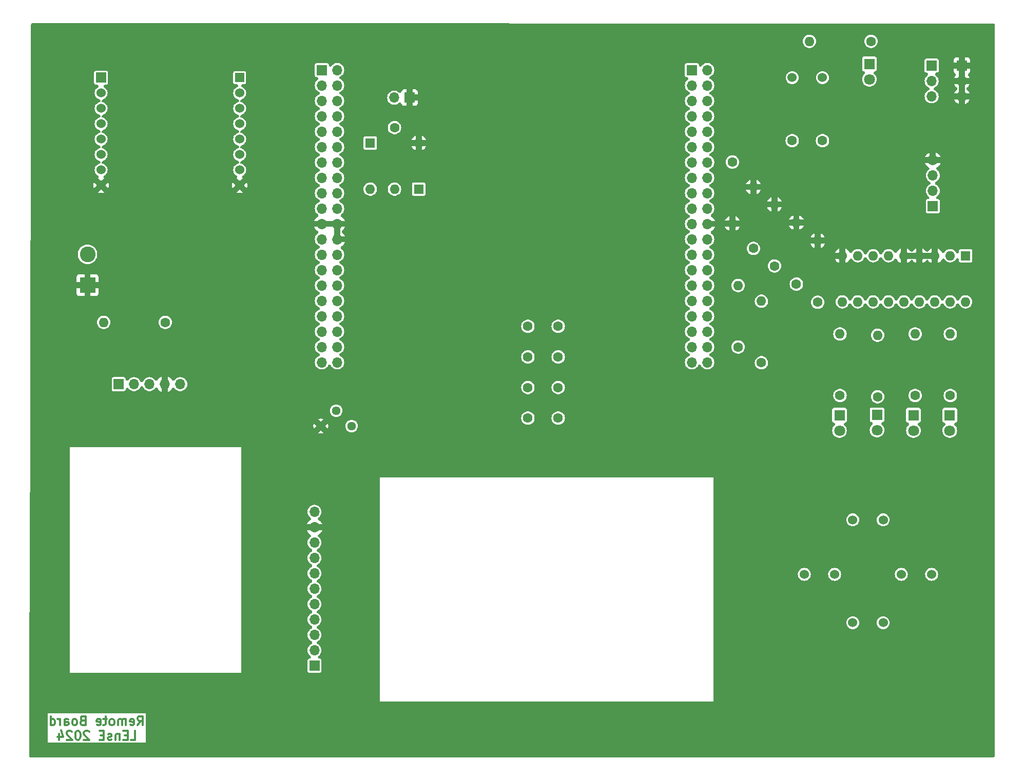
<source format=gbr>
%TF.GenerationSoftware,KiCad,Pcbnew,8.0.0*%
%TF.CreationDate,2024-05-22T13:11:44+02:00*%
%TF.ProjectId,Remote_Board_L476RG,52656d6f-7465-45f4-926f-6172645f4c34,rev?*%
%TF.SameCoordinates,Original*%
%TF.FileFunction,Copper,L2,Bot*%
%TF.FilePolarity,Positive*%
%FSLAX46Y46*%
G04 Gerber Fmt 4.6, Leading zero omitted, Abs format (unit mm)*
G04 Created by KiCad (PCBNEW 8.0.0) date 2024-05-22 13:11:44*
%MOMM*%
%LPD*%
G01*
G04 APERTURE LIST*
%ADD10C,0.300000*%
%TA.AperFunction,NonConductor*%
%ADD11C,0.300000*%
%TD*%
%TA.AperFunction,ComponentPad*%
%ADD12R,1.700000X1.700000*%
%TD*%
%TA.AperFunction,ComponentPad*%
%ADD13O,1.700000X1.700000*%
%TD*%
%TA.AperFunction,ComponentPad*%
%ADD14C,1.600000*%
%TD*%
%TA.AperFunction,ComponentPad*%
%ADD15O,1.600000X1.600000*%
%TD*%
%TA.AperFunction,ComponentPad*%
%ADD16R,1.676400X1.676400*%
%TD*%
%TA.AperFunction,ComponentPad*%
%ADD17C,1.524000*%
%TD*%
%TA.AperFunction,ComponentPad*%
%ADD18R,1.524000X1.524000*%
%TD*%
%TA.AperFunction,ComponentPad*%
%ADD19R,1.800000X1.800000*%
%TD*%
%TA.AperFunction,ComponentPad*%
%ADD20C,1.800000*%
%TD*%
%TA.AperFunction,ComponentPad*%
%ADD21R,1.600000X1.600000*%
%TD*%
%TA.AperFunction,ComponentPad*%
%ADD22R,2.600000X2.600000*%
%TD*%
%TA.AperFunction,ComponentPad*%
%ADD23C,2.600000*%
%TD*%
%TA.AperFunction,ComponentPad*%
%ADD24C,1.440000*%
%TD*%
G04 APERTURE END LIST*
D10*
D11*
X139349999Y-144470870D02*
X139849999Y-143756584D01*
X140207142Y-144470870D02*
X140207142Y-142970870D01*
X140207142Y-142970870D02*
X139635713Y-142970870D01*
X139635713Y-142970870D02*
X139492856Y-143042299D01*
X139492856Y-143042299D02*
X139421427Y-143113727D01*
X139421427Y-143113727D02*
X139349999Y-143256584D01*
X139349999Y-143256584D02*
X139349999Y-143470870D01*
X139349999Y-143470870D02*
X139421427Y-143613727D01*
X139421427Y-143613727D02*
X139492856Y-143685156D01*
X139492856Y-143685156D02*
X139635713Y-143756584D01*
X139635713Y-143756584D02*
X140207142Y-143756584D01*
X138135713Y-144399442D02*
X138278570Y-144470870D01*
X138278570Y-144470870D02*
X138564285Y-144470870D01*
X138564285Y-144470870D02*
X138707142Y-144399442D01*
X138707142Y-144399442D02*
X138778570Y-144256584D01*
X138778570Y-144256584D02*
X138778570Y-143685156D01*
X138778570Y-143685156D02*
X138707142Y-143542299D01*
X138707142Y-143542299D02*
X138564285Y-143470870D01*
X138564285Y-143470870D02*
X138278570Y-143470870D01*
X138278570Y-143470870D02*
X138135713Y-143542299D01*
X138135713Y-143542299D02*
X138064285Y-143685156D01*
X138064285Y-143685156D02*
X138064285Y-143828013D01*
X138064285Y-143828013D02*
X138778570Y-143970870D01*
X137421428Y-144470870D02*
X137421428Y-143470870D01*
X137421428Y-143613727D02*
X137349999Y-143542299D01*
X137349999Y-143542299D02*
X137207142Y-143470870D01*
X137207142Y-143470870D02*
X136992856Y-143470870D01*
X136992856Y-143470870D02*
X136849999Y-143542299D01*
X136849999Y-143542299D02*
X136778571Y-143685156D01*
X136778571Y-143685156D02*
X136778571Y-144470870D01*
X136778571Y-143685156D02*
X136707142Y-143542299D01*
X136707142Y-143542299D02*
X136564285Y-143470870D01*
X136564285Y-143470870D02*
X136349999Y-143470870D01*
X136349999Y-143470870D02*
X136207142Y-143542299D01*
X136207142Y-143542299D02*
X136135713Y-143685156D01*
X136135713Y-143685156D02*
X136135713Y-144470870D01*
X135207142Y-144470870D02*
X135349999Y-144399442D01*
X135349999Y-144399442D02*
X135421428Y-144328013D01*
X135421428Y-144328013D02*
X135492856Y-144185156D01*
X135492856Y-144185156D02*
X135492856Y-143756584D01*
X135492856Y-143756584D02*
X135421428Y-143613727D01*
X135421428Y-143613727D02*
X135349999Y-143542299D01*
X135349999Y-143542299D02*
X135207142Y-143470870D01*
X135207142Y-143470870D02*
X134992856Y-143470870D01*
X134992856Y-143470870D02*
X134849999Y-143542299D01*
X134849999Y-143542299D02*
X134778571Y-143613727D01*
X134778571Y-143613727D02*
X134707142Y-143756584D01*
X134707142Y-143756584D02*
X134707142Y-144185156D01*
X134707142Y-144185156D02*
X134778571Y-144328013D01*
X134778571Y-144328013D02*
X134849999Y-144399442D01*
X134849999Y-144399442D02*
X134992856Y-144470870D01*
X134992856Y-144470870D02*
X135207142Y-144470870D01*
X134278570Y-143470870D02*
X133707142Y-143470870D01*
X134064285Y-142970870D02*
X134064285Y-144256584D01*
X134064285Y-144256584D02*
X133992856Y-144399442D01*
X133992856Y-144399442D02*
X133849999Y-144470870D01*
X133849999Y-144470870D02*
X133707142Y-144470870D01*
X132635713Y-144399442D02*
X132778570Y-144470870D01*
X132778570Y-144470870D02*
X133064285Y-144470870D01*
X133064285Y-144470870D02*
X133207142Y-144399442D01*
X133207142Y-144399442D02*
X133278570Y-144256584D01*
X133278570Y-144256584D02*
X133278570Y-143685156D01*
X133278570Y-143685156D02*
X133207142Y-143542299D01*
X133207142Y-143542299D02*
X133064285Y-143470870D01*
X133064285Y-143470870D02*
X132778570Y-143470870D01*
X132778570Y-143470870D02*
X132635713Y-143542299D01*
X132635713Y-143542299D02*
X132564285Y-143685156D01*
X132564285Y-143685156D02*
X132564285Y-143828013D01*
X132564285Y-143828013D02*
X133278570Y-143970870D01*
X130278571Y-143685156D02*
X130064285Y-143756584D01*
X130064285Y-143756584D02*
X129992856Y-143828013D01*
X129992856Y-143828013D02*
X129921428Y-143970870D01*
X129921428Y-143970870D02*
X129921428Y-144185156D01*
X129921428Y-144185156D02*
X129992856Y-144328013D01*
X129992856Y-144328013D02*
X130064285Y-144399442D01*
X130064285Y-144399442D02*
X130207142Y-144470870D01*
X130207142Y-144470870D02*
X130778571Y-144470870D01*
X130778571Y-144470870D02*
X130778571Y-142970870D01*
X130778571Y-142970870D02*
X130278571Y-142970870D01*
X130278571Y-142970870D02*
X130135714Y-143042299D01*
X130135714Y-143042299D02*
X130064285Y-143113727D01*
X130064285Y-143113727D02*
X129992856Y-143256584D01*
X129992856Y-143256584D02*
X129992856Y-143399442D01*
X129992856Y-143399442D02*
X130064285Y-143542299D01*
X130064285Y-143542299D02*
X130135714Y-143613727D01*
X130135714Y-143613727D02*
X130278571Y-143685156D01*
X130278571Y-143685156D02*
X130778571Y-143685156D01*
X129064285Y-144470870D02*
X129207142Y-144399442D01*
X129207142Y-144399442D02*
X129278571Y-144328013D01*
X129278571Y-144328013D02*
X129349999Y-144185156D01*
X129349999Y-144185156D02*
X129349999Y-143756584D01*
X129349999Y-143756584D02*
X129278571Y-143613727D01*
X129278571Y-143613727D02*
X129207142Y-143542299D01*
X129207142Y-143542299D02*
X129064285Y-143470870D01*
X129064285Y-143470870D02*
X128849999Y-143470870D01*
X128849999Y-143470870D02*
X128707142Y-143542299D01*
X128707142Y-143542299D02*
X128635714Y-143613727D01*
X128635714Y-143613727D02*
X128564285Y-143756584D01*
X128564285Y-143756584D02*
X128564285Y-144185156D01*
X128564285Y-144185156D02*
X128635714Y-144328013D01*
X128635714Y-144328013D02*
X128707142Y-144399442D01*
X128707142Y-144399442D02*
X128849999Y-144470870D01*
X128849999Y-144470870D02*
X129064285Y-144470870D01*
X127278571Y-144470870D02*
X127278571Y-143685156D01*
X127278571Y-143685156D02*
X127349999Y-143542299D01*
X127349999Y-143542299D02*
X127492856Y-143470870D01*
X127492856Y-143470870D02*
X127778571Y-143470870D01*
X127778571Y-143470870D02*
X127921428Y-143542299D01*
X127278571Y-144399442D02*
X127421428Y-144470870D01*
X127421428Y-144470870D02*
X127778571Y-144470870D01*
X127778571Y-144470870D02*
X127921428Y-144399442D01*
X127921428Y-144399442D02*
X127992856Y-144256584D01*
X127992856Y-144256584D02*
X127992856Y-144113727D01*
X127992856Y-144113727D02*
X127921428Y-143970870D01*
X127921428Y-143970870D02*
X127778571Y-143899442D01*
X127778571Y-143899442D02*
X127421428Y-143899442D01*
X127421428Y-143899442D02*
X127278571Y-143828013D01*
X126564285Y-144470870D02*
X126564285Y-143470870D01*
X126564285Y-143756584D02*
X126492856Y-143613727D01*
X126492856Y-143613727D02*
X126421428Y-143542299D01*
X126421428Y-143542299D02*
X126278570Y-143470870D01*
X126278570Y-143470870D02*
X126135713Y-143470870D01*
X124992857Y-144470870D02*
X124992857Y-142970870D01*
X124992857Y-144399442D02*
X125135714Y-144470870D01*
X125135714Y-144470870D02*
X125421428Y-144470870D01*
X125421428Y-144470870D02*
X125564285Y-144399442D01*
X125564285Y-144399442D02*
X125635714Y-144328013D01*
X125635714Y-144328013D02*
X125707142Y-144185156D01*
X125707142Y-144185156D02*
X125707142Y-143756584D01*
X125707142Y-143756584D02*
X125635714Y-143613727D01*
X125635714Y-143613727D02*
X125564285Y-143542299D01*
X125564285Y-143542299D02*
X125421428Y-143470870D01*
X125421428Y-143470870D02*
X125135714Y-143470870D01*
X125135714Y-143470870D02*
X124992857Y-143542299D01*
X138207142Y-146885786D02*
X138921428Y-146885786D01*
X138921428Y-146885786D02*
X138921428Y-145385786D01*
X137707142Y-146100072D02*
X137207142Y-146100072D01*
X136992856Y-146885786D02*
X137707142Y-146885786D01*
X137707142Y-146885786D02*
X137707142Y-145385786D01*
X137707142Y-145385786D02*
X136992856Y-145385786D01*
X136349999Y-145885786D02*
X136349999Y-146885786D01*
X136349999Y-146028643D02*
X136278570Y-145957215D01*
X136278570Y-145957215D02*
X136135713Y-145885786D01*
X136135713Y-145885786D02*
X135921427Y-145885786D01*
X135921427Y-145885786D02*
X135778570Y-145957215D01*
X135778570Y-145957215D02*
X135707142Y-146100072D01*
X135707142Y-146100072D02*
X135707142Y-146885786D01*
X135064284Y-146814358D02*
X134921427Y-146885786D01*
X134921427Y-146885786D02*
X134635713Y-146885786D01*
X134635713Y-146885786D02*
X134492856Y-146814358D01*
X134492856Y-146814358D02*
X134421427Y-146671500D01*
X134421427Y-146671500D02*
X134421427Y-146600072D01*
X134421427Y-146600072D02*
X134492856Y-146457215D01*
X134492856Y-146457215D02*
X134635713Y-146385786D01*
X134635713Y-146385786D02*
X134849999Y-146385786D01*
X134849999Y-146385786D02*
X134992856Y-146314358D01*
X134992856Y-146314358D02*
X135064284Y-146171500D01*
X135064284Y-146171500D02*
X135064284Y-146100072D01*
X135064284Y-146100072D02*
X134992856Y-145957215D01*
X134992856Y-145957215D02*
X134849999Y-145885786D01*
X134849999Y-145885786D02*
X134635713Y-145885786D01*
X134635713Y-145885786D02*
X134492856Y-145957215D01*
X133778570Y-146100072D02*
X133278570Y-146100072D01*
X133064284Y-146885786D02*
X133778570Y-146885786D01*
X133778570Y-146885786D02*
X133778570Y-145385786D01*
X133778570Y-145385786D02*
X133064284Y-145385786D01*
X131349998Y-145528643D02*
X131278570Y-145457215D01*
X131278570Y-145457215D02*
X131135713Y-145385786D01*
X131135713Y-145385786D02*
X130778570Y-145385786D01*
X130778570Y-145385786D02*
X130635713Y-145457215D01*
X130635713Y-145457215D02*
X130564284Y-145528643D01*
X130564284Y-145528643D02*
X130492855Y-145671500D01*
X130492855Y-145671500D02*
X130492855Y-145814358D01*
X130492855Y-145814358D02*
X130564284Y-146028643D01*
X130564284Y-146028643D02*
X131421427Y-146885786D01*
X131421427Y-146885786D02*
X130492855Y-146885786D01*
X129564284Y-145385786D02*
X129421427Y-145385786D01*
X129421427Y-145385786D02*
X129278570Y-145457215D01*
X129278570Y-145457215D02*
X129207142Y-145528643D01*
X129207142Y-145528643D02*
X129135713Y-145671500D01*
X129135713Y-145671500D02*
X129064284Y-145957215D01*
X129064284Y-145957215D02*
X129064284Y-146314358D01*
X129064284Y-146314358D02*
X129135713Y-146600072D01*
X129135713Y-146600072D02*
X129207142Y-146742929D01*
X129207142Y-146742929D02*
X129278570Y-146814358D01*
X129278570Y-146814358D02*
X129421427Y-146885786D01*
X129421427Y-146885786D02*
X129564284Y-146885786D01*
X129564284Y-146885786D02*
X129707142Y-146814358D01*
X129707142Y-146814358D02*
X129778570Y-146742929D01*
X129778570Y-146742929D02*
X129849999Y-146600072D01*
X129849999Y-146600072D02*
X129921427Y-146314358D01*
X129921427Y-146314358D02*
X129921427Y-145957215D01*
X129921427Y-145957215D02*
X129849999Y-145671500D01*
X129849999Y-145671500D02*
X129778570Y-145528643D01*
X129778570Y-145528643D02*
X129707142Y-145457215D01*
X129707142Y-145457215D02*
X129564284Y-145385786D01*
X128492856Y-145528643D02*
X128421428Y-145457215D01*
X128421428Y-145457215D02*
X128278571Y-145385786D01*
X128278571Y-145385786D02*
X127921428Y-145385786D01*
X127921428Y-145385786D02*
X127778571Y-145457215D01*
X127778571Y-145457215D02*
X127707142Y-145528643D01*
X127707142Y-145528643D02*
X127635713Y-145671500D01*
X127635713Y-145671500D02*
X127635713Y-145814358D01*
X127635713Y-145814358D02*
X127707142Y-146028643D01*
X127707142Y-146028643D02*
X128564285Y-146885786D01*
X128564285Y-146885786D02*
X127635713Y-146885786D01*
X126350000Y-145885786D02*
X126350000Y-146885786D01*
X126707142Y-145314358D02*
X127064285Y-146385786D01*
X127064285Y-146385786D02*
X126135714Y-146385786D01*
D12*
%TO.P,J5,1,Pin_1*%
%TO.N,unconnected-(J5-Pin_1-Pad1)*%
X169745001Y-36290000D03*
D13*
%TO.P,J5,2,Pin_2*%
%TO.N,unconnected-(J5-Pin_2-Pad2)*%
X172285001Y-36290000D03*
%TO.P,J5,3,Pin_3*%
%TO.N,T_OUT*%
X169745001Y-38830000D03*
%TO.P,J5,4,Pin_4*%
%TO.N,unconnected-(J5-Pin_4-Pad4)*%
X172285001Y-38830000D03*
%TO.P,J5,5,Pin_5*%
%TO.N,SD_CS*%
X169745001Y-41370000D03*
%TO.P,J5,6,Pin_6*%
%TO.N,unconnected-(J5-Pin_6-Pad6)*%
X172285001Y-41370000D03*
%TO.P,J5,7,Pin_7*%
%TO.N,unconnected-(J5-Pin_7-Pad7)*%
X169745001Y-43910000D03*
%TO.P,J5,8,Pin_8*%
%TO.N,unconnected-(J5-Pin_8-Pad8)*%
X172285001Y-43910000D03*
%TO.P,J5,9,Pin_9*%
%TO.N,unconnected-(J5-Pin_9-Pad9)*%
X169745001Y-46450000D03*
%TO.P,J5,10,Pin_10*%
%TO.N,unconnected-(J5-Pin_10-Pad10)*%
X172285001Y-46450000D03*
%TO.P,J5,11,Pin_11*%
%TO.N,unconnected-(J5-Pin_11-Pad11)*%
X169745001Y-48990000D03*
%TO.P,J5,12,Pin_12*%
%TO.N,unconnected-(J5-Pin_12-Pad12)*%
X172285001Y-48990000D03*
%TO.P,J5,13,Pin_13*%
%TO.N,unconnected-(J5-Pin_13-Pad13)*%
X169745001Y-51530000D03*
%TO.P,J5,14,Pin_14*%
%TO.N,unconnected-(J5-Pin_14-Pad14)*%
X172285001Y-51530000D03*
%TO.P,J5,15,Pin_15*%
%TO.N,LCD_DC*%
X169745001Y-54070000D03*
%TO.P,J5,16,Pin_16*%
%TO.N,unconnected-(J5-Pin_16-Pad16)*%
X172285001Y-54070000D03*
%TO.P,J5,17,Pin_17*%
%TO.N,LCD_RES*%
X169745001Y-56610000D03*
%TO.P,J5,18,Pin_18*%
%TO.N,3.3V_NUC*%
X172285001Y-56610000D03*
%TO.P,J5,19,Pin_19*%
%TO.N,LCD_CS*%
X169745001Y-59150000D03*
%TO.P,J5,20,Pin_20*%
%TO.N,5V_NUC*%
X172285001Y-59150000D03*
%TO.P,J5,21,Pin_21*%
%TO.N,GND*%
X169745001Y-61690000D03*
%TO.P,J5,22,Pin_22*%
X172285001Y-61690000D03*
%TO.P,J5,23,Pin_23*%
%TO.N,unconnected-(J5-Pin_23-Pad23)*%
X169745001Y-64230000D03*
%TO.P,J5,24,Pin_24*%
%TO.N,GND*%
X172285001Y-64230000D03*
%TO.P,J5,25,Pin_25*%
%TO.N,USER_BUTTON*%
X169745001Y-66770000D03*
%TO.P,J5,26,Pin_26*%
%TO.N,VIN*%
X172285001Y-66770000D03*
%TO.P,J5,27,Pin_27*%
%TO.N,unconnected-(J5-Pin_27-Pad27)*%
X169745001Y-69310000D03*
%TO.P,J5,28,Pin_28*%
%TO.N,unconnected-(J5-Pin_28-Pad28)*%
X172285001Y-69310000D03*
%TO.P,J5,29,Pin_29*%
%TO.N,unconnected-(J5-Pin_29-Pad29)*%
X169745001Y-71850000D03*
%TO.P,J5,30,Pin_30*%
%TO.N,unconnected-(J5-Pin_30-Pad30)*%
X172285001Y-71850000D03*
%TO.P,J5,31,Pin_31*%
%TO.N,unconnected-(J5-Pin_31-Pad31)*%
X169745001Y-74390000D03*
%TO.P,J5,32,Pin_32*%
%TO.N,unconnected-(J5-Pin_32-Pad32)*%
X172285001Y-74390000D03*
%TO.P,J5,33,Pin_33*%
%TO.N,JOYSW*%
X169745001Y-76930000D03*
%TO.P,J5,34,Pin_34*%
%TO.N,ADC_OUT*%
X172285001Y-76930000D03*
%TO.P,J5,35,Pin_35*%
%TO.N,unconnected-(J5-Pin_35-Pad35)*%
X169745001Y-79470000D03*
%TO.P,J5,36,Pin_36*%
%TO.N,unconnected-(J5-Pin_36-Pad36)*%
X172285001Y-79470000D03*
%TO.P,J5,37,Pin_37*%
%TO.N,JOYX*%
X169745001Y-82010000D03*
%TO.P,J5,38,Pin_38*%
%TO.N,AN_IN*%
X172285001Y-82010000D03*
%TO.P,J5,39,Pin_39*%
%TO.N,JOYY*%
X169745001Y-84550000D03*
%TO.P,J5,40,Pin_40*%
%TO.N,POT_OUT*%
X172285001Y-84550000D03*
%TD*%
D12*
%TO.P,J6,1,Pin_1*%
%TO.N,unconnected-(J6-Pin_1-Pad1)*%
X230785000Y-36290000D03*
D13*
%TO.P,J6,2,Pin_2*%
%TO.N,unconnected-(J6-Pin_2-Pad2)*%
X233325000Y-36290000D03*
%TO.P,J6,3,Pin_3*%
%TO.N,unconnected-(J6-Pin_3-Pad3)*%
X230785000Y-38830000D03*
%TO.P,J6,4,Pin_4*%
%TO.N,LED_OUT*%
X233325000Y-38830000D03*
%TO.P,J6,5,Pin_5*%
%TO.N,unconnected-(J6-Pin_5-Pad5)*%
X230785000Y-41370000D03*
%TO.P,J6,6,Pin_6*%
%TO.N,unconnected-(J6-Pin_6-Pad6)*%
X233325000Y-41370000D03*
%TO.P,J6,7,Pin_7*%
%TO.N,unconnected-(J6-Pin_7-Pad7)*%
X230785000Y-43910000D03*
%TO.P,J6,8,Pin_8*%
%TO.N,SW5_OUT*%
X233325000Y-43910000D03*
%TO.P,J6,9,Pin_9*%
%TO.N,unconnected-(J6-Pin_9-Pad9)*%
X230785000Y-46450000D03*
%TO.P,J6,10,Pin_10*%
%TO.N,unconnected-(J6-Pin_10-Pad10)*%
X233325000Y-46450000D03*
%TO.P,J6,11,Pin_11*%
%TO.N,unconnected-(J6-Pin_11-Pad11)*%
X230785000Y-48990000D03*
%TO.P,J6,12,Pin_12*%
%TO.N,unconnected-(J6-Pin_12-Pad12)*%
X233325000Y-48990000D03*
%TO.P,J6,13,Pin_13*%
%TO.N,SCK*%
X230785000Y-51530000D03*
%TO.P,J6,14,Pin_14*%
%TO.N,SW4_OUT*%
X233325000Y-51530000D03*
%TO.P,J6,15,Pin_15*%
%TO.N,MISO*%
X230785000Y-54070000D03*
%TO.P,J6,16,Pin_16*%
%TO.N,SW3_OUT*%
X233325000Y-54070000D03*
%TO.P,J6,17,Pin_17*%
%TO.N,MOSI*%
X230785000Y-56610000D03*
%TO.P,J6,18,Pin_18*%
%TO.N,SW2_OUT*%
X233325000Y-56610000D03*
%TO.P,J6,19,Pin_19*%
%TO.N,unconnected-(J6-Pin_19-Pad19)*%
X230785000Y-59150000D03*
%TO.P,J6,20,Pin_20*%
%TO.N,SW1_OUT*%
X233325000Y-59150000D03*
%TO.P,J6,21,Pin_21*%
%TO.N,nRF_CS*%
X230785000Y-61690000D03*
%TO.P,J6,22,Pin_22*%
%TO.N,GND*%
X233325000Y-61690000D03*
%TO.P,J6,23,Pin_23*%
%TO.N,nRF_INT*%
X230785000Y-64230000D03*
%TO.P,J6,24,Pin_24*%
%TO.N,unconnected-(J6-Pin_24-Pad24)*%
X233325000Y-64230000D03*
%TO.P,J6,25,Pin_25*%
%TO.N,nRF_CE*%
X230785000Y-66770000D03*
%TO.P,J6,26,Pin_26*%
%TO.N,unconnected-(J6-Pin_26-Pad26)*%
X233325000Y-66770000D03*
%TO.P,J6,27,Pin_27*%
%TO.N,unconnected-(J6-Pin_27-Pad27)*%
X230785000Y-69310000D03*
%TO.P,J6,28,Pin_28*%
%TO.N,MCP_INT*%
X233325000Y-69310000D03*
%TO.P,J6,29,Pin_29*%
%TO.N,unconnected-(J6-Pin_29-Pad29)*%
X230785000Y-71850000D03*
%TO.P,J6,30,Pin_30*%
%TO.N,SDA*%
X233325000Y-71850000D03*
%TO.P,J6,31,Pin_31*%
%TO.N,unconnected-(J6-Pin_31-Pad31)*%
X230785000Y-74390000D03*
%TO.P,J6,32,Pin_32*%
%TO.N,SCL*%
X233325000Y-74390000D03*
%TO.P,J6,33,Pin_33*%
%TO.N,unconnected-(J6-Pin_33-Pad33)*%
X230785000Y-76930000D03*
%TO.P,J6,34,Pin_34*%
%TO.N,unconnected-(J6-Pin_34-Pad34)*%
X233325000Y-76930000D03*
%TO.P,J6,35,Pin_35*%
%TO.N,unconnected-(J6-Pin_35-Pad35)*%
X230785000Y-79470000D03*
%TO.P,J6,36,Pin_36*%
%TO.N,unconnected-(J6-Pin_36-Pad36)*%
X233325000Y-79470000D03*
%TO.P,J6,37,Pin_37*%
%TO.N,unconnected-(J6-Pin_37-Pad37)*%
X230785000Y-82010000D03*
%TO.P,J6,38,Pin_38*%
%TO.N,unconnected-(J6-Pin_38-Pad38)*%
X233325000Y-82010000D03*
%TO.P,J6,39,Pin_39*%
%TO.N,unconnected-(J6-Pin_39-Pad39)*%
X230785000Y-84550000D03*
%TO.P,J6,40,Pin_40*%
%TO.N,unconnected-(J6-Pin_40-Pad40)*%
X233325000Y-84550000D03*
%TD*%
D14*
%TO.P,R2,1*%
%TO.N,SW1_OUT*%
X251525000Y-74630000D03*
D15*
%TO.P,R2,2*%
%TO.N,GND*%
X251525000Y-64470000D03*
%TD*%
D16*
%TO.P,CON1,P1,AN*%
%TO.N,unconnected-(CON1-AN-PadP1)*%
X133325000Y-37550000D03*
D17*
%TO.P,CON1,P2,RST*%
%TO.N,nRF_CE*%
X133325000Y-40090000D03*
%TO.P,CON1,P3,CS*%
%TO.N,nRF_CS*%
X133325000Y-42630000D03*
%TO.P,CON1,P4,SCK*%
%TO.N,SCK*%
X133325000Y-45170000D03*
%TO.P,CON1,P5,MISO*%
%TO.N,MISO*%
X133325000Y-47710000D03*
%TO.P,CON1,P6,MOSI*%
%TO.N,MOSI*%
X133325000Y-50250000D03*
%TO.P,CON1,P7,3V3*%
%TO.N,3.3V_NUC*%
X133325000Y-52790000D03*
%TO.P,CON1,P8,GND1*%
%TO.N,GND*%
X133325000Y-55330000D03*
%TO.P,CON1,P9,GND2*%
X156185000Y-55330000D03*
%TO.P,CON1,P10,5V*%
%TO.N,unconnected-(CON1-5V-PadP10)*%
X156185000Y-52790000D03*
%TO.P,CON1,P11,SDA*%
%TO.N,unconnected-(CON1-SDA-PadP11)*%
X156185000Y-50250000D03*
%TO.P,CON1,P12,SCL*%
%TO.N,unconnected-(CON1-SCL-PadP12)*%
X156185000Y-47710000D03*
%TO.P,CON1,P13,RX*%
%TO.N,unconnected-(CON1-RX-PadP13)*%
X156185000Y-45170000D03*
%TO.P,CON1,P14,TX*%
%TO.N,unconnected-(CON1-TX-PadP14)*%
X156185000Y-42630000D03*
%TO.P,CON1,P15,INT*%
%TO.N,nRF_INT*%
X156185000Y-40090000D03*
D18*
%TO.P,CON1,P16,PWM*%
%TO.N,unconnected-(CON1-PWM-PadP16)*%
X156185000Y-37550000D03*
%TD*%
D19*
%TO.P,D5,1,K*%
%TO.N,Net-(D5-K)*%
X261325000Y-93200000D03*
D20*
%TO.P,D5,2,A*%
%TO.N,3.3V_NUC*%
X261325000Y-95740000D03*
%TD*%
D21*
%TO.P,D2,1,K*%
%TO.N,AN_IN*%
X185725000Y-55950000D03*
D15*
%TO.P,D2,2,A*%
%TO.N,GND*%
X185725000Y-48330000D03*
%TD*%
D21*
%TO.P,D1,1,K*%
%TO.N,VCC*%
X177725000Y-48330000D03*
D15*
%TO.P,D1,2,A*%
%TO.N,AN_IN*%
X177725000Y-55950000D03*
%TD*%
D14*
%TO.P,R8,1*%
%TO.N,3.3V_NUC*%
X242245000Y-84630000D03*
D15*
%TO.P,R8,2*%
%TO.N,SCL*%
X242245000Y-74470000D03*
%TD*%
D14*
%TO.P,R5,1*%
%TO.N,SW2_OUT*%
X248005000Y-71630000D03*
D15*
%TO.P,R5,2*%
%TO.N,GND*%
X248005000Y-61470000D03*
%TD*%
D14*
%TO.P,C4,1*%
%TO.N,3.3V_NUC*%
X203725000Y-88700000D03*
%TO.P,C4,2*%
%TO.N,SW3_OUT*%
X208725000Y-88700000D03*
%TD*%
D22*
%TO.P,J4,1,Pin_1*%
%TO.N,GND*%
X131090000Y-71795000D03*
D23*
%TO.P,J4,2,Pin_2*%
%TO.N,VIN*%
X131090000Y-66715000D03*
%TD*%
D14*
%TO.P,R13,1*%
%TO.N,Net-(D5-K)*%
X261405000Y-90230000D03*
D15*
%TO.P,R13,2*%
%TO.N,LED2*%
X261405000Y-80070000D03*
%TD*%
D14*
%TO.P,R3,1*%
%TO.N,3.3V_NUC*%
X143925000Y-77950000D03*
D15*
%TO.P,R3,2*%
%TO.N,JOYSW*%
X133765000Y-77950000D03*
%TD*%
D12*
%TO.P,J1,1,Pin_1*%
%TO.N,SD_CS*%
X168525000Y-134630000D03*
D13*
%TO.P,J1,2,Pin_2*%
%TO.N,MOSI*%
X168525000Y-132090000D03*
%TO.P,J1,3,Pin_3*%
%TO.N,SCK*%
X168525000Y-129550000D03*
%TO.P,J1,4,Pin_4*%
%TO.N,MISO*%
X168525000Y-127010000D03*
%TO.P,J1,5,Pin_5*%
%TO.N,LCD_CS*%
X168525000Y-124470000D03*
%TO.P,J1,6,Pin_6*%
%TO.N,LCD_RES*%
X168525000Y-121930000D03*
%TO.P,J1,7,Pin_7*%
%TO.N,LCD_DC*%
X168525000Y-119390000D03*
%TO.P,J1,8,Pin_8*%
%TO.N,MOSI*%
X168525000Y-116850000D03*
%TO.P,J1,9,Pin_9*%
%TO.N,SCK*%
X168525000Y-114310000D03*
%TO.P,J1,10,Pin_10*%
%TO.N,GND*%
X168525000Y-111770000D03*
%TO.P,J1,11,Pin_11*%
%TO.N,3.3V_NUC*%
X168525000Y-109230000D03*
%TD*%
D14*
%TO.P,R12,1*%
%TO.N,Net-(D4-K)*%
X255205000Y-90030000D03*
D15*
%TO.P,R12,2*%
%TO.N,LED1*%
X255205000Y-79870000D03*
%TD*%
D17*
%TO.P,SW5,1,1*%
%TO.N,3.3V_NUC*%
X252325000Y-37550000D03*
%TO.P,SW5,2,2*%
%TO.N,SW5_OUT*%
X247325000Y-37550000D03*
%TD*%
D12*
%TO.P,J8,1,Pin_1*%
%TO.N,SCL*%
X270525000Y-58770000D03*
D13*
%TO.P,J8,2,Pin_2*%
%TO.N,SDA*%
X270525000Y-56230000D03*
%TO.P,J8,3,Pin_3*%
%TO.N,5V_NUC*%
X270525000Y-53690000D03*
%TO.P,J8,4,Pin_4*%
%TO.N,GND*%
X270525000Y-51150000D03*
%TD*%
D14*
%TO.P,R7,1*%
%TO.N,SW4_OUT*%
X240925000Y-65750000D03*
D15*
%TO.P,R7,2*%
%TO.N,GND*%
X240925000Y-55590000D03*
%TD*%
D14*
%TO.P,R14,1*%
%TO.N,Net-(D6-K)*%
X267605000Y-90030000D03*
D15*
%TO.P,R14,2*%
%TO.N,LED3*%
X267605000Y-79870000D03*
%TD*%
D12*
%TO.P,J9,1,Pin_1*%
%TO.N,GND*%
X275325000Y-35550000D03*
D13*
%TO.P,J9,2,Pin_2*%
X275325000Y-38090000D03*
%TO.P,J9,3,Pin_3*%
X275325000Y-40630000D03*
%TD*%
D12*
%TO.P,J2,1,Pin_1*%
%TO.N,JOYSW*%
X136225000Y-88150000D03*
D13*
%TO.P,J2,2,Pin_2*%
%TO.N,JOYY*%
X138765000Y-88150000D03*
%TO.P,J2,3,Pin_3*%
%TO.N,JOYX*%
X141305000Y-88150000D03*
%TO.P,J2,4,Pin_4*%
%TO.N,GND*%
X143845000Y-88150000D03*
%TO.P,J2,5,Pin_5*%
%TO.N,3.3V_NUC*%
X146385000Y-88150000D03*
%TD*%
D17*
%TO.P,SW1,1,1*%
%TO.N,3.3V_NUC*%
X265325000Y-119550000D03*
%TO.P,SW1,2,2*%
%TO.N,SW1_OUT*%
X270325000Y-119550000D03*
%TD*%
D19*
%TO.P,D7,1,K*%
%TO.N,Net-(D7-K)*%
X273325000Y-93275000D03*
D20*
%TO.P,D7,2,A*%
%TO.N,3.3V_NUC*%
X273325000Y-95815000D03*
%TD*%
D14*
%TO.P,R16,1*%
%TO.N,SW5_OUT*%
X237445000Y-51470000D03*
D15*
%TO.P,R16,2*%
%TO.N,GND*%
X237445000Y-61630000D03*
%TD*%
D14*
%TO.P,R11,1*%
%TO.N,Net-(D3-K)*%
X260325000Y-31550000D03*
D15*
%TO.P,R11,2*%
%TO.N,LED_OUT*%
X250165000Y-31550000D03*
%TD*%
D14*
%TO.P,R9,1*%
%TO.N,3.3V_NUC*%
X238405000Y-82030000D03*
D15*
%TO.P,R9,2*%
%TO.N,SDA*%
X238405000Y-71870000D03*
%TD*%
D19*
%TO.P,D4,1,K*%
%TO.N,Net-(D4-K)*%
X255125000Y-93275000D03*
D20*
%TO.P,D4,2,A*%
%TO.N,3.3V_NUC*%
X255125000Y-95815000D03*
%TD*%
D14*
%TO.P,C3,1*%
%TO.N,3.3V_NUC*%
X203725000Y-83650000D03*
%TO.P,C3,2*%
%TO.N,SW2_OUT*%
X208725000Y-83650000D03*
%TD*%
%TO.P,R6,1*%
%TO.N,SW3_OUT*%
X244405000Y-68630000D03*
D15*
%TO.P,R6,2*%
%TO.N,GND*%
X244405000Y-58470000D03*
%TD*%
D19*
%TO.P,D6,1,K*%
%TO.N,Net-(D6-K)*%
X267325000Y-93275000D03*
D20*
%TO.P,D6,2,A*%
%TO.N,3.3V_NUC*%
X267325000Y-95815000D03*
%TD*%
D14*
%TO.P,C2,1*%
%TO.N,3.3V_NUC*%
X203725000Y-78600000D03*
%TO.P,C2,2*%
%TO.N,SW1_OUT*%
X208725000Y-78600000D03*
%TD*%
D24*
%TO.P,RV1,1,1*%
%TO.N,VCC*%
X174650000Y-95075000D03*
%TO.P,RV1,2,2*%
%TO.N,POT_OUT*%
X172110000Y-92535000D03*
%TO.P,RV1,3,3*%
%TO.N,GND*%
X169570000Y-95075000D03*
%TD*%
D17*
%TO.P,SW3,1,1*%
%TO.N,3.3V_NUC*%
X249325000Y-119550000D03*
%TO.P,SW3,2,2*%
%TO.N,SW3_OUT*%
X254325000Y-119550000D03*
%TD*%
%TO.P,SW4,1,1*%
%TO.N,3.3V_NUC*%
X257325000Y-127550000D03*
%TO.P,SW4,2,2*%
%TO.N,SW4_OUT*%
X262325000Y-127550000D03*
%TD*%
D12*
%TO.P,J3,1,Pin_1*%
%TO.N,GND*%
X184225000Y-40850000D03*
D13*
%TO.P,J3,2,Pin_2*%
%TO.N,Net-(J3-Pin_2)*%
X181685000Y-40850000D03*
%TD*%
D17*
%TO.P,SW2,1,1*%
%TO.N,3.3V_NUC*%
X257325000Y-110550000D03*
%TO.P,SW2,2,2*%
%TO.N,SW2_OUT*%
X262325000Y-110550000D03*
%TD*%
D14*
%TO.P,R15,1*%
%TO.N,Net-(D7-K)*%
X273405000Y-90030000D03*
D15*
%TO.P,R15,2*%
%TO.N,LED4*%
X273405000Y-79870000D03*
%TD*%
D12*
%TO.P,J10,1,Pin_1*%
%TO.N,3.3V_NUC*%
X270325000Y-35550000D03*
D13*
%TO.P,J10,2,Pin_2*%
X270325000Y-38090000D03*
%TO.P,J10,3,Pin_3*%
X270325000Y-40630000D03*
%TD*%
D21*
%TO.P,U1,1,SCL*%
%TO.N,SCL*%
X275925000Y-66950000D03*
D15*
%TO.P,U1,2,SDA*%
%TO.N,SDA*%
X273385000Y-66950000D03*
%TO.P,U1,3,A2*%
%TO.N,GND*%
X270845000Y-66950000D03*
%TO.P,U1,4,A1*%
X268305000Y-66950000D03*
%TO.P,U1,5,A0*%
X265765000Y-66950000D03*
%TO.P,U1,6,~{RESET}*%
%TO.N,3.3V_NUC*%
X263225000Y-66950000D03*
%TO.P,U1,7,NC*%
%TO.N,unconnected-(U1-NC-Pad7)*%
X260685000Y-66950000D03*
%TO.P,U1,8,INT*%
%TO.N,MCP_INT*%
X258145000Y-66950000D03*
%TO.P,U1,9,VSS*%
%TO.N,GND*%
X255605000Y-66950000D03*
%TO.P,U1,10,GP0*%
%TO.N,SW1_OUT*%
X255605000Y-74570000D03*
%TO.P,U1,11,GP1*%
%TO.N,SW2_OUT*%
X258145000Y-74570000D03*
%TO.P,U1,12,GP2*%
%TO.N,SW3_OUT*%
X260685000Y-74570000D03*
%TO.P,U1,13,GP3*%
%TO.N,SW4_OUT*%
X263225000Y-74570000D03*
%TO.P,U1,14,GP4*%
%TO.N,LED1*%
X265765000Y-74570000D03*
%TO.P,U1,15,GP5*%
%TO.N,LED2*%
X268305000Y-74570000D03*
%TO.P,U1,16,GP6*%
%TO.N,LED3*%
X270845000Y-74570000D03*
%TO.P,U1,17,GP7*%
%TO.N,LED4*%
X273385000Y-74570000D03*
%TO.P,U1,18,VDD*%
%TO.N,3.3V_NUC*%
X275925000Y-74570000D03*
%TD*%
D14*
%TO.P,C5,1*%
%TO.N,3.3V_NUC*%
X203725000Y-93750000D03*
%TO.P,C5,2*%
%TO.N,SW4_OUT*%
X208725000Y-93750000D03*
%TD*%
%TO.P,R4,1*%
%TO.N,Net-(J3-Pin_2)*%
X181725000Y-45790000D03*
D15*
%TO.P,R4,2*%
%TO.N,AN_IN*%
X181725000Y-55950000D03*
%TD*%
D19*
%TO.P,D3,1,K*%
%TO.N,Net-(D3-K)*%
X260060000Y-35275000D03*
D20*
%TO.P,D3,2,A*%
%TO.N,3.3V_NUC*%
X260060000Y-37815000D03*
%TD*%
D14*
%TO.P,C6,1*%
%TO.N,3.3V_NUC*%
X252325000Y-47950000D03*
%TO.P,C6,2*%
%TO.N,SW5_OUT*%
X247325000Y-47950000D03*
%TD*%
%TA.AperFunction,Conductor*%
%TO.N,GND*%
G36*
X171819076Y-64422993D02*
G01*
X171884902Y-64537007D01*
X171977994Y-64630099D01*
X172092008Y-64695925D01*
X172219175Y-64730000D01*
X172038001Y-64730000D01*
X171941182Y-64710742D01*
X171859103Y-64655898D01*
X171804259Y-64573819D01*
X171785001Y-64477000D01*
X171785001Y-64295826D01*
X171819076Y-64422993D01*
G37*
%TD.AperFunction*%
%TA.AperFunction,Conductor*%
G36*
X232859075Y-61882993D02*
G01*
X232924901Y-61997007D01*
X233017993Y-62090099D01*
X233132007Y-62155925D01*
X233259174Y-62190000D01*
X233078000Y-62190000D01*
X232981181Y-62170742D01*
X232899102Y-62115898D01*
X232844258Y-62033819D01*
X232825000Y-61937000D01*
X232825000Y-61755826D01*
X232859075Y-61882993D01*
G37*
%TD.AperFunction*%
%TA.AperFunction,Conductor*%
G36*
X233132007Y-61224075D02*
G01*
X233017993Y-61289901D01*
X232924901Y-61382993D01*
X232859075Y-61497007D01*
X232825000Y-61624174D01*
X232825000Y-61443000D01*
X232844258Y-61346181D01*
X232899102Y-61264102D01*
X232981181Y-61209258D01*
X233078000Y-61190000D01*
X233259174Y-61190000D01*
X233132007Y-61224075D01*
G37*
%TD.AperFunction*%
%TA.AperFunction,Conductor*%
G36*
X280521977Y-28599920D02*
G01*
X280618787Y-28619209D01*
X280700849Y-28674078D01*
X280755667Y-28756175D01*
X280774895Y-28853000D01*
X280774895Y-28853024D01*
X280725104Y-149497191D01*
X280705806Y-149594002D01*
X280650928Y-149676059D01*
X280568826Y-149730868D01*
X280472191Y-149750087D01*
X121728713Y-149804912D01*
X121631888Y-149785687D01*
X121549790Y-149730872D01*
X121494918Y-149648812D01*
X121475626Y-149551999D01*
X121475626Y-149551957D01*
X121493040Y-142513645D01*
X124535632Y-142513645D01*
X124535632Y-147343011D01*
X140662642Y-147343011D01*
X140662642Y-142513645D01*
X124535632Y-142513645D01*
X121493040Y-142513645D01*
X121497872Y-140560562D01*
X179299500Y-140560562D01*
X179314438Y-140575500D01*
X234335562Y-140575500D01*
X234350500Y-140560562D01*
X234350500Y-127550000D01*
X256257359Y-127550000D01*
X256277872Y-127758284D01*
X256277873Y-127758286D01*
X256338628Y-127958569D01*
X256437289Y-128143150D01*
X256570064Y-128304936D01*
X256731850Y-128437711D01*
X256916431Y-128536372D01*
X257116714Y-128597127D01*
X257116713Y-128597127D01*
X257135387Y-128598966D01*
X257325000Y-128617641D01*
X257533286Y-128597127D01*
X257733569Y-128536372D01*
X257918150Y-128437711D01*
X258079936Y-128304936D01*
X258212711Y-128143150D01*
X258311372Y-127958569D01*
X258372127Y-127758286D01*
X258392641Y-127550000D01*
X261257359Y-127550000D01*
X261277872Y-127758284D01*
X261277873Y-127758286D01*
X261338628Y-127958569D01*
X261437289Y-128143150D01*
X261570064Y-128304936D01*
X261731850Y-128437711D01*
X261916431Y-128536372D01*
X262116714Y-128597127D01*
X262116713Y-128597127D01*
X262135387Y-128598966D01*
X262325000Y-128617641D01*
X262533286Y-128597127D01*
X262733569Y-128536372D01*
X262918150Y-128437711D01*
X263079936Y-128304936D01*
X263212711Y-128143150D01*
X263311372Y-127958569D01*
X263372127Y-127758286D01*
X263392641Y-127550000D01*
X263372127Y-127341714D01*
X263311372Y-127141431D01*
X263212711Y-126956850D01*
X263079936Y-126795064D01*
X262918150Y-126662289D01*
X262733569Y-126563628D01*
X262733568Y-126563627D01*
X262733567Y-126563627D01*
X262533283Y-126502872D01*
X262533286Y-126502872D01*
X262325000Y-126482359D01*
X262116715Y-126502872D01*
X261916432Y-126563627D01*
X261731849Y-126662289D01*
X261570064Y-126795063D01*
X261570063Y-126795064D01*
X261437289Y-126956849D01*
X261338627Y-127141432D01*
X261277872Y-127341715D01*
X261257359Y-127550000D01*
X258392641Y-127550000D01*
X258372127Y-127341714D01*
X258311372Y-127141431D01*
X258212711Y-126956850D01*
X258079936Y-126795064D01*
X257918150Y-126662289D01*
X257733569Y-126563628D01*
X257733568Y-126563627D01*
X257733567Y-126563627D01*
X257533283Y-126502872D01*
X257533286Y-126502872D01*
X257325000Y-126482359D01*
X257116715Y-126502872D01*
X256916432Y-126563627D01*
X256731849Y-126662289D01*
X256570064Y-126795063D01*
X256570063Y-126795064D01*
X256437289Y-126956849D01*
X256338627Y-127141432D01*
X256277872Y-127341715D01*
X256257359Y-127550000D01*
X234350500Y-127550000D01*
X234350500Y-119550000D01*
X248257359Y-119550000D01*
X248277872Y-119758284D01*
X248338627Y-119958567D01*
X248437289Y-120143150D01*
X248458014Y-120168404D01*
X248570064Y-120304936D01*
X248731850Y-120437711D01*
X248916431Y-120536372D01*
X249116714Y-120597127D01*
X249116713Y-120597127D01*
X249135387Y-120598966D01*
X249325000Y-120617641D01*
X249533286Y-120597127D01*
X249733569Y-120536372D01*
X249918150Y-120437711D01*
X250079936Y-120304936D01*
X250212711Y-120143150D01*
X250311372Y-119958569D01*
X250372127Y-119758286D01*
X250392641Y-119550000D01*
X253257359Y-119550000D01*
X253277872Y-119758284D01*
X253338627Y-119958567D01*
X253437289Y-120143150D01*
X253458014Y-120168404D01*
X253570064Y-120304936D01*
X253731850Y-120437711D01*
X253916431Y-120536372D01*
X254116714Y-120597127D01*
X254116713Y-120597127D01*
X254135387Y-120598966D01*
X254325000Y-120617641D01*
X254533286Y-120597127D01*
X254733569Y-120536372D01*
X254918150Y-120437711D01*
X255079936Y-120304936D01*
X255212711Y-120143150D01*
X255311372Y-119958569D01*
X255372127Y-119758286D01*
X255392641Y-119550000D01*
X264257359Y-119550000D01*
X264277872Y-119758284D01*
X264338627Y-119958567D01*
X264437289Y-120143150D01*
X264458014Y-120168404D01*
X264570064Y-120304936D01*
X264731850Y-120437711D01*
X264916431Y-120536372D01*
X265116714Y-120597127D01*
X265116713Y-120597127D01*
X265135387Y-120598966D01*
X265325000Y-120617641D01*
X265533286Y-120597127D01*
X265733569Y-120536372D01*
X265918150Y-120437711D01*
X266079936Y-120304936D01*
X266212711Y-120143150D01*
X266311372Y-119958569D01*
X266372127Y-119758286D01*
X266392641Y-119550000D01*
X269257359Y-119550000D01*
X269277872Y-119758284D01*
X269338627Y-119958567D01*
X269437289Y-120143150D01*
X269458014Y-120168404D01*
X269570064Y-120304936D01*
X269731850Y-120437711D01*
X269916431Y-120536372D01*
X270116714Y-120597127D01*
X270116713Y-120597127D01*
X270135387Y-120598966D01*
X270325000Y-120617641D01*
X270533286Y-120597127D01*
X270733569Y-120536372D01*
X270918150Y-120437711D01*
X271079936Y-120304936D01*
X271212711Y-120143150D01*
X271311372Y-119958569D01*
X271372127Y-119758286D01*
X271392641Y-119550000D01*
X271372127Y-119341714D01*
X271311372Y-119141431D01*
X271212711Y-118956850D01*
X271079936Y-118795064D01*
X270918150Y-118662289D01*
X270733569Y-118563628D01*
X270733568Y-118563627D01*
X270733567Y-118563627D01*
X270533283Y-118502872D01*
X270533286Y-118502872D01*
X270325000Y-118482359D01*
X270116715Y-118502872D01*
X269916432Y-118563627D01*
X269731849Y-118662289D01*
X269570064Y-118795063D01*
X269570063Y-118795064D01*
X269437289Y-118956849D01*
X269338627Y-119141432D01*
X269277872Y-119341715D01*
X269257359Y-119550000D01*
X266392641Y-119550000D01*
X266372127Y-119341714D01*
X266311372Y-119141431D01*
X266212711Y-118956850D01*
X266079936Y-118795064D01*
X265918150Y-118662289D01*
X265733569Y-118563628D01*
X265733568Y-118563627D01*
X265733567Y-118563627D01*
X265533283Y-118502872D01*
X265533286Y-118502872D01*
X265325000Y-118482359D01*
X265116715Y-118502872D01*
X264916432Y-118563627D01*
X264731849Y-118662289D01*
X264570064Y-118795063D01*
X264570063Y-118795064D01*
X264437289Y-118956849D01*
X264338627Y-119141432D01*
X264277872Y-119341715D01*
X264257359Y-119550000D01*
X255392641Y-119550000D01*
X255372127Y-119341714D01*
X255311372Y-119141431D01*
X255212711Y-118956850D01*
X255079936Y-118795064D01*
X254918150Y-118662289D01*
X254733569Y-118563628D01*
X254733568Y-118563627D01*
X254733567Y-118563627D01*
X254533283Y-118502872D01*
X254533286Y-118502872D01*
X254325000Y-118482359D01*
X254116715Y-118502872D01*
X253916432Y-118563627D01*
X253731849Y-118662289D01*
X253570064Y-118795063D01*
X253570063Y-118795064D01*
X253437289Y-118956849D01*
X253338627Y-119141432D01*
X253277872Y-119341715D01*
X253257359Y-119550000D01*
X250392641Y-119550000D01*
X250372127Y-119341714D01*
X250311372Y-119141431D01*
X250212711Y-118956850D01*
X250079936Y-118795064D01*
X249918150Y-118662289D01*
X249733569Y-118563628D01*
X249733568Y-118563627D01*
X249733567Y-118563627D01*
X249533283Y-118502872D01*
X249533286Y-118502872D01*
X249325000Y-118482359D01*
X249116715Y-118502872D01*
X248916432Y-118563627D01*
X248731849Y-118662289D01*
X248570064Y-118795063D01*
X248570063Y-118795064D01*
X248437289Y-118956849D01*
X248338627Y-119141432D01*
X248277872Y-119341715D01*
X248257359Y-119550000D01*
X234350500Y-119550000D01*
X234350500Y-110550000D01*
X256257359Y-110550000D01*
X256277872Y-110758284D01*
X256338627Y-110958567D01*
X256437289Y-111143150D01*
X256541392Y-111270000D01*
X256570064Y-111304936D01*
X256731850Y-111437711D01*
X256916431Y-111536372D01*
X257116714Y-111597127D01*
X257116713Y-111597127D01*
X257135387Y-111598966D01*
X257325000Y-111617641D01*
X257533286Y-111597127D01*
X257733569Y-111536372D01*
X257918150Y-111437711D01*
X258079936Y-111304936D01*
X258212711Y-111143150D01*
X258311372Y-110958569D01*
X258372127Y-110758286D01*
X258392641Y-110550000D01*
X261257359Y-110550000D01*
X261277872Y-110758284D01*
X261338627Y-110958567D01*
X261437289Y-111143150D01*
X261541392Y-111270000D01*
X261570064Y-111304936D01*
X261731850Y-111437711D01*
X261916431Y-111536372D01*
X262116714Y-111597127D01*
X262116713Y-111597127D01*
X262135387Y-111598966D01*
X262325000Y-111617641D01*
X262533286Y-111597127D01*
X262733569Y-111536372D01*
X262918150Y-111437711D01*
X263079936Y-111304936D01*
X263212711Y-111143150D01*
X263311372Y-110958569D01*
X263372127Y-110758286D01*
X263392641Y-110550000D01*
X263372127Y-110341714D01*
X263311372Y-110141431D01*
X263212711Y-109956850D01*
X263079936Y-109795064D01*
X262918150Y-109662289D01*
X262733569Y-109563628D01*
X262733568Y-109563627D01*
X262733567Y-109563627D01*
X262533283Y-109502872D01*
X262533286Y-109502872D01*
X262325000Y-109482359D01*
X262116715Y-109502872D01*
X261916432Y-109563627D01*
X261731849Y-109662289D01*
X261570064Y-109795063D01*
X261570063Y-109795064D01*
X261437289Y-109956849D01*
X261338627Y-110141432D01*
X261277872Y-110341715D01*
X261257359Y-110550000D01*
X258392641Y-110550000D01*
X258372127Y-110341714D01*
X258311372Y-110141431D01*
X258212711Y-109956850D01*
X258079936Y-109795064D01*
X257918150Y-109662289D01*
X257733569Y-109563628D01*
X257733568Y-109563627D01*
X257733567Y-109563627D01*
X257533283Y-109502872D01*
X257533286Y-109502872D01*
X257325000Y-109482359D01*
X257116715Y-109502872D01*
X256916432Y-109563627D01*
X256731849Y-109662289D01*
X256570064Y-109795063D01*
X256570063Y-109795064D01*
X256437289Y-109956849D01*
X256338627Y-110141432D01*
X256277872Y-110341715D01*
X256257359Y-110550000D01*
X234350500Y-110550000D01*
X234350500Y-103539438D01*
X234335562Y-103524500D01*
X179335562Y-103524500D01*
X179314438Y-103524500D01*
X179299500Y-103539438D01*
X179299500Y-140560562D01*
X121497872Y-140560562D01*
X121509624Y-135810562D01*
X128174500Y-135810562D01*
X128189438Y-135825500D01*
X156460562Y-135825500D01*
X156475500Y-135810562D01*
X156475500Y-112270000D01*
X167261420Y-112270000D01*
X167326579Y-112418546D01*
X167326581Y-112418550D01*
X167449670Y-112606952D01*
X167449671Y-112606953D01*
X167602101Y-112772537D01*
X167602106Y-112772542D01*
X167779694Y-112910764D01*
X167833130Y-112939683D01*
X167909114Y-113002702D01*
X167955197Y-113090000D01*
X167964365Y-113188290D01*
X167935222Y-113282605D01*
X167872203Y-113358589D01*
X167845905Y-113377293D01*
X167828703Y-113387943D01*
X167671125Y-113531595D01*
X167542635Y-113701742D01*
X167447594Y-113892612D01*
X167389243Y-114097691D01*
X167389243Y-114097693D01*
X167369571Y-114310000D01*
X167389243Y-114522306D01*
X167389243Y-114522308D01*
X167447594Y-114727387D01*
X167542635Y-114918257D01*
X167671125Y-115088404D01*
X167671127Y-115088406D01*
X167671128Y-115088407D01*
X167828698Y-115232052D01*
X167828700Y-115232053D01*
X168009981Y-115344298D01*
X168020449Y-115349510D01*
X168019853Y-115350706D01*
X168092755Y-115397018D01*
X168149479Y-115477809D01*
X168170969Y-115574158D01*
X168153951Y-115671395D01*
X168101018Y-115754719D01*
X168020227Y-115811443D01*
X168010161Y-115815612D01*
X168009981Y-115815701D01*
X167828700Y-115927946D01*
X167671125Y-116071595D01*
X167542635Y-116241742D01*
X167447594Y-116432612D01*
X167389243Y-116637691D01*
X167389243Y-116637693D01*
X167369571Y-116850000D01*
X167389243Y-117062306D01*
X167389243Y-117062308D01*
X167447594Y-117267387D01*
X167542635Y-117458257D01*
X167671125Y-117628404D01*
X167671127Y-117628406D01*
X167671128Y-117628407D01*
X167828698Y-117772052D01*
X167828700Y-117772053D01*
X168009981Y-117884298D01*
X168020449Y-117889510D01*
X168019853Y-117890706D01*
X168092755Y-117937018D01*
X168149479Y-118017809D01*
X168170969Y-118114158D01*
X168153951Y-118211395D01*
X168101018Y-118294719D01*
X168020227Y-118351443D01*
X168010161Y-118355612D01*
X168009981Y-118355701D01*
X167828700Y-118467946D01*
X167671125Y-118611595D01*
X167542635Y-118781742D01*
X167447594Y-118972612D01*
X167389243Y-119177691D01*
X167389243Y-119177693D01*
X167369571Y-119390000D01*
X167389243Y-119602306D01*
X167389243Y-119602308D01*
X167447594Y-119807387D01*
X167542635Y-119998257D01*
X167671125Y-120168404D01*
X167671127Y-120168406D01*
X167671128Y-120168407D01*
X167828698Y-120312052D01*
X167828700Y-120312053D01*
X168009981Y-120424298D01*
X168020449Y-120429510D01*
X168019853Y-120430706D01*
X168092755Y-120477018D01*
X168149479Y-120557809D01*
X168170969Y-120654158D01*
X168153951Y-120751395D01*
X168101018Y-120834719D01*
X168020227Y-120891443D01*
X168010161Y-120895612D01*
X168009981Y-120895701D01*
X167828700Y-121007946D01*
X167671125Y-121151595D01*
X167542635Y-121321742D01*
X167447594Y-121512612D01*
X167389243Y-121717691D01*
X167389243Y-121717693D01*
X167369571Y-121930000D01*
X167389243Y-122142306D01*
X167389243Y-122142308D01*
X167447594Y-122347387D01*
X167542635Y-122538257D01*
X167671125Y-122708404D01*
X167671127Y-122708406D01*
X167671128Y-122708407D01*
X167828698Y-122852052D01*
X167828700Y-122852053D01*
X168009981Y-122964298D01*
X168020449Y-122969510D01*
X168019853Y-122970706D01*
X168092755Y-123017018D01*
X168149479Y-123097809D01*
X168170969Y-123194158D01*
X168153951Y-123291395D01*
X168101018Y-123374719D01*
X168020227Y-123431443D01*
X168010161Y-123435612D01*
X168009981Y-123435701D01*
X167828700Y-123547946D01*
X167671125Y-123691595D01*
X167542635Y-123861742D01*
X167447594Y-124052612D01*
X167389243Y-124257691D01*
X167389243Y-124257693D01*
X167369571Y-124470000D01*
X167389243Y-124682306D01*
X167389243Y-124682308D01*
X167447594Y-124887387D01*
X167542635Y-125078257D01*
X167671125Y-125248404D01*
X167671127Y-125248406D01*
X167671128Y-125248407D01*
X167828698Y-125392052D01*
X167828700Y-125392053D01*
X168009981Y-125504298D01*
X168020449Y-125509510D01*
X168019853Y-125510706D01*
X168092755Y-125557018D01*
X168149479Y-125637809D01*
X168170969Y-125734158D01*
X168153951Y-125831395D01*
X168101018Y-125914719D01*
X168020227Y-125971443D01*
X168010161Y-125975612D01*
X168009981Y-125975701D01*
X167828700Y-126087946D01*
X167671125Y-126231595D01*
X167542635Y-126401742D01*
X167447594Y-126592612D01*
X167389243Y-126797691D01*
X167389243Y-126797693D01*
X167369571Y-127010000D01*
X167389243Y-127222306D01*
X167389243Y-127222308D01*
X167447594Y-127427387D01*
X167542635Y-127618257D01*
X167671125Y-127788404D01*
X167671127Y-127788406D01*
X167671128Y-127788407D01*
X167828698Y-127932052D01*
X168009981Y-128044298D01*
X168020449Y-128049510D01*
X168019853Y-128050706D01*
X168092755Y-128097018D01*
X168149479Y-128177809D01*
X168170969Y-128274158D01*
X168153951Y-128371395D01*
X168101018Y-128454719D01*
X168020227Y-128511443D01*
X168010161Y-128515612D01*
X168009981Y-128515701D01*
X167828700Y-128627946D01*
X167671125Y-128771595D01*
X167542635Y-128941742D01*
X167447594Y-129132612D01*
X167389243Y-129337691D01*
X167389243Y-129337693D01*
X167369571Y-129550000D01*
X167389243Y-129762306D01*
X167389243Y-129762308D01*
X167447594Y-129967387D01*
X167542635Y-130158257D01*
X167671125Y-130328404D01*
X167671127Y-130328406D01*
X167671128Y-130328407D01*
X167828698Y-130472052D01*
X167828700Y-130472053D01*
X168009981Y-130584298D01*
X168020449Y-130589510D01*
X168019853Y-130590706D01*
X168092755Y-130637018D01*
X168149479Y-130717809D01*
X168170969Y-130814158D01*
X168153951Y-130911395D01*
X168101018Y-130994719D01*
X168020227Y-131051443D01*
X168010161Y-131055612D01*
X168009981Y-131055701D01*
X167828700Y-131167946D01*
X167671125Y-131311595D01*
X167542635Y-131481742D01*
X167447594Y-131672612D01*
X167389243Y-131877691D01*
X167389243Y-131877693D01*
X167369571Y-132090000D01*
X167389243Y-132302306D01*
X167389243Y-132302308D01*
X167447594Y-132507387D01*
X167542635Y-132698257D01*
X167671125Y-132868404D01*
X167671127Y-132868406D01*
X167671128Y-132868407D01*
X167828698Y-133012052D01*
X167828703Y-133012055D01*
X167828704Y-133012056D01*
X167838036Y-133019104D01*
X167837152Y-133020273D01*
X167899812Y-133078732D01*
X167940728Y-133168568D01*
X167944151Y-133267225D01*
X167909559Y-133359681D01*
X167842218Y-133431862D01*
X167752382Y-133472778D01*
X167694454Y-133479500D01*
X167630141Y-133479500D01*
X167605005Y-133482415D01*
X167502239Y-133527792D01*
X167502237Y-133527792D01*
X167502235Y-133527794D01*
X167502233Y-133527795D01*
X167502231Y-133527797D01*
X167422797Y-133607231D01*
X167422795Y-133607233D01*
X167422794Y-133607235D01*
X167386914Y-133688494D01*
X167377414Y-133710011D01*
X167374500Y-133735128D01*
X167374500Y-135524859D01*
X167377415Y-135549994D01*
X167416641Y-135638830D01*
X167422794Y-135652765D01*
X167502235Y-135732206D01*
X167605009Y-135777585D01*
X167630135Y-135780500D01*
X169419864Y-135780499D01*
X169444991Y-135777585D01*
X169444993Y-135777584D01*
X169444994Y-135777584D01*
X169466764Y-135767970D01*
X169547765Y-135732206D01*
X169627206Y-135652765D01*
X169672585Y-135549991D01*
X169675500Y-135524865D01*
X169675499Y-133735136D01*
X169672585Y-133710009D01*
X169672584Y-133710007D01*
X169672584Y-133710005D01*
X169649895Y-133658622D01*
X169627206Y-133607235D01*
X169547765Y-133527794D01*
X169444991Y-133482415D01*
X169444988Y-133482414D01*
X169444989Y-133482414D01*
X169419871Y-133479500D01*
X169355550Y-133479500D01*
X169258731Y-133460242D01*
X169176652Y-133405398D01*
X169121808Y-133323319D01*
X169102550Y-133226500D01*
X169121808Y-133129681D01*
X169176652Y-133047602D01*
X169212213Y-133019434D01*
X169211964Y-133019104D01*
X169221292Y-133012057D01*
X169221302Y-133012052D01*
X169378872Y-132868407D01*
X169507366Y-132698255D01*
X169602405Y-132507389D01*
X169660756Y-132302310D01*
X169680429Y-132090000D01*
X169660756Y-131877690D01*
X169602405Y-131672611D01*
X169507366Y-131481745D01*
X169378872Y-131311593D01*
X169221302Y-131167948D01*
X169221299Y-131167946D01*
X169040018Y-131055701D01*
X169029551Y-131050490D01*
X169030146Y-131049293D01*
X168957250Y-131002987D01*
X168900523Y-130922198D01*
X168879031Y-130825851D01*
X168896045Y-130728612D01*
X168948976Y-130645287D01*
X169029765Y-130588560D01*
X169039844Y-130584384D01*
X169040014Y-130584299D01*
X169040019Y-130584298D01*
X169221302Y-130472052D01*
X169378872Y-130328407D01*
X169507366Y-130158255D01*
X169602405Y-129967389D01*
X169660756Y-129762310D01*
X169680429Y-129550000D01*
X169660756Y-129337690D01*
X169602405Y-129132611D01*
X169507366Y-128941745D01*
X169378872Y-128771593D01*
X169221302Y-128627948D01*
X169171525Y-128597127D01*
X169040018Y-128515701D01*
X169029551Y-128510490D01*
X169030146Y-128509293D01*
X168957250Y-128462987D01*
X168900523Y-128382198D01*
X168879031Y-128285851D01*
X168896045Y-128188612D01*
X168948976Y-128105287D01*
X169029765Y-128048560D01*
X169039844Y-128044384D01*
X169040014Y-128044299D01*
X169040019Y-128044298D01*
X169221302Y-127932052D01*
X169378872Y-127788407D01*
X169507366Y-127618255D01*
X169602405Y-127427389D01*
X169660756Y-127222310D01*
X169680429Y-127010000D01*
X169660756Y-126797690D01*
X169602405Y-126592611D01*
X169507366Y-126401745D01*
X169378872Y-126231593D01*
X169221302Y-126087948D01*
X169221299Y-126087946D01*
X169040018Y-125975701D01*
X169029551Y-125970490D01*
X169030146Y-125969293D01*
X168957250Y-125922987D01*
X168900523Y-125842198D01*
X168879031Y-125745851D01*
X168896045Y-125648612D01*
X168948976Y-125565287D01*
X169029765Y-125508560D01*
X169039844Y-125504384D01*
X169040014Y-125504299D01*
X169040019Y-125504298D01*
X169221302Y-125392052D01*
X169378872Y-125248407D01*
X169507366Y-125078255D01*
X169602405Y-124887389D01*
X169660756Y-124682310D01*
X169680429Y-124470000D01*
X169660756Y-124257690D01*
X169602405Y-124052611D01*
X169507366Y-123861745D01*
X169378872Y-123691593D01*
X169221302Y-123547948D01*
X169221299Y-123547946D01*
X169040018Y-123435701D01*
X169029551Y-123430490D01*
X169030146Y-123429293D01*
X168957250Y-123382987D01*
X168900523Y-123302198D01*
X168879031Y-123205851D01*
X168896045Y-123108612D01*
X168948976Y-123025287D01*
X169029765Y-122968560D01*
X169039844Y-122964384D01*
X169040014Y-122964299D01*
X169040019Y-122964298D01*
X169221302Y-122852052D01*
X169378872Y-122708407D01*
X169507366Y-122538255D01*
X169602405Y-122347389D01*
X169660756Y-122142310D01*
X169680429Y-121930000D01*
X169660756Y-121717690D01*
X169602405Y-121512611D01*
X169507366Y-121321745D01*
X169378872Y-121151593D01*
X169221302Y-121007948D01*
X169221299Y-121007946D01*
X169040018Y-120895701D01*
X169029551Y-120890490D01*
X169030146Y-120889293D01*
X168957250Y-120842987D01*
X168900523Y-120762198D01*
X168879031Y-120665851D01*
X168896045Y-120568612D01*
X168948976Y-120485287D01*
X169029765Y-120428560D01*
X169039844Y-120424384D01*
X169040014Y-120424299D01*
X169040019Y-120424298D01*
X169221302Y-120312052D01*
X169378872Y-120168407D01*
X169507366Y-119998255D01*
X169602405Y-119807389D01*
X169660756Y-119602310D01*
X169680429Y-119390000D01*
X169660756Y-119177690D01*
X169602405Y-118972611D01*
X169507366Y-118781745D01*
X169507364Y-118781742D01*
X169378874Y-118611595D01*
X169326256Y-118563627D01*
X169221302Y-118467948D01*
X169221299Y-118467946D01*
X169040018Y-118355701D01*
X169029551Y-118350490D01*
X169030146Y-118349293D01*
X168957250Y-118302987D01*
X168900523Y-118222198D01*
X168879031Y-118125851D01*
X168896045Y-118028612D01*
X168948976Y-117945287D01*
X169029765Y-117888560D01*
X169039844Y-117884384D01*
X169040014Y-117884299D01*
X169040019Y-117884298D01*
X169221302Y-117772052D01*
X169378872Y-117628407D01*
X169507366Y-117458255D01*
X169602405Y-117267389D01*
X169660756Y-117062310D01*
X169680429Y-116850000D01*
X169660756Y-116637690D01*
X169602405Y-116432611D01*
X169507366Y-116241745D01*
X169378872Y-116071593D01*
X169221302Y-115927948D01*
X169221299Y-115927946D01*
X169040018Y-115815701D01*
X169029551Y-115810490D01*
X169030146Y-115809293D01*
X168957250Y-115762987D01*
X168900523Y-115682198D01*
X168879031Y-115585851D01*
X168896045Y-115488612D01*
X168948976Y-115405287D01*
X169029765Y-115348560D01*
X169039844Y-115344384D01*
X169040014Y-115344299D01*
X169040019Y-115344298D01*
X169221302Y-115232052D01*
X169378872Y-115088407D01*
X169507366Y-114918255D01*
X169602405Y-114727389D01*
X169660756Y-114522310D01*
X169680429Y-114310000D01*
X169660756Y-114097690D01*
X169602405Y-113892611D01*
X169507366Y-113701745D01*
X169378872Y-113531593D01*
X169221302Y-113387948D01*
X169204097Y-113377295D01*
X169131919Y-113309953D01*
X169091004Y-113220116D01*
X169087584Y-113121459D01*
X169122178Y-113029004D01*
X169189521Y-112956825D01*
X169216870Y-112939683D01*
X169270301Y-112910767D01*
X169270305Y-112910764D01*
X169447893Y-112772542D01*
X169447898Y-112772537D01*
X169600328Y-112606953D01*
X169600329Y-112606952D01*
X169723418Y-112418550D01*
X169723420Y-112418546D01*
X169788580Y-112270000D01*
X168590826Y-112270000D01*
X168717993Y-112235925D01*
X168832007Y-112170099D01*
X168925099Y-112077007D01*
X168990925Y-111962993D01*
X169025000Y-111835826D01*
X169025000Y-111704174D01*
X168990925Y-111577007D01*
X168925099Y-111462993D01*
X168832007Y-111369901D01*
X168717993Y-111304075D01*
X168590826Y-111270000D01*
X169788579Y-111270000D01*
X169788579Y-111269999D01*
X169723420Y-111121453D01*
X169723418Y-111121449D01*
X169600329Y-110933047D01*
X169600328Y-110933046D01*
X169447898Y-110767462D01*
X169447893Y-110767457D01*
X169270305Y-110629235D01*
X169270300Y-110629232D01*
X169216868Y-110600315D01*
X169140884Y-110537296D01*
X169094801Y-110449997D01*
X169085634Y-110351708D01*
X169114778Y-110257393D01*
X169177797Y-110181409D01*
X169204089Y-110162709D01*
X169221302Y-110152052D01*
X169378872Y-110008407D01*
X169507366Y-109838255D01*
X169602405Y-109647389D01*
X169660756Y-109442310D01*
X169680429Y-109230000D01*
X169660756Y-109017690D01*
X169602405Y-108812611D01*
X169507366Y-108621745D01*
X169378872Y-108451593D01*
X169221302Y-108307948D01*
X169040019Y-108195702D01*
X168841198Y-108118679D01*
X168841195Y-108118678D01*
X168841194Y-108118678D01*
X168720813Y-108096175D01*
X168631610Y-108079500D01*
X168418390Y-108079500D01*
X168355818Y-108091196D01*
X168208805Y-108118678D01*
X168208802Y-108118678D01*
X168208802Y-108118679D01*
X168009981Y-108195702D01*
X168009980Y-108195702D01*
X168009979Y-108195703D01*
X167828700Y-108307946D01*
X167671125Y-108451595D01*
X167542635Y-108621742D01*
X167447594Y-108812612D01*
X167389243Y-109017691D01*
X167389243Y-109017693D01*
X167369571Y-109230000D01*
X167389243Y-109442306D01*
X167389243Y-109442308D01*
X167447594Y-109647387D01*
X167542635Y-109838257D01*
X167671125Y-110008404D01*
X167671127Y-110008406D01*
X167671128Y-110008407D01*
X167828698Y-110152052D01*
X167845900Y-110162703D01*
X167918079Y-110230043D01*
X167958994Y-110319881D01*
X167962415Y-110418537D01*
X167927822Y-110510993D01*
X167860481Y-110583173D01*
X167833133Y-110600314D01*
X167779699Y-110629232D01*
X167779694Y-110629235D01*
X167602106Y-110767457D01*
X167602101Y-110767462D01*
X167449671Y-110933046D01*
X167449670Y-110933047D01*
X167326581Y-111121449D01*
X167326579Y-111121453D01*
X167261420Y-111269999D01*
X167261421Y-111270000D01*
X168459174Y-111270000D01*
X168332007Y-111304075D01*
X168217993Y-111369901D01*
X168124901Y-111462993D01*
X168059075Y-111577007D01*
X168025000Y-111704174D01*
X168025000Y-111835826D01*
X168059075Y-111962993D01*
X168124901Y-112077007D01*
X168217993Y-112170099D01*
X168332007Y-112235925D01*
X168459174Y-112270000D01*
X167261420Y-112270000D01*
X156475500Y-112270000D01*
X156475500Y-98539438D01*
X156460562Y-98524500D01*
X128210562Y-98524500D01*
X128189438Y-98524500D01*
X128174500Y-98539438D01*
X128174500Y-135810562D01*
X121509624Y-135810562D01*
X121607566Y-96223924D01*
X169128181Y-96223924D01*
X169148393Y-96233350D01*
X169148399Y-96233352D01*
X169355947Y-96288964D01*
X169355950Y-96288965D01*
X169569996Y-96307691D01*
X169570004Y-96307691D01*
X169784049Y-96288965D01*
X169784052Y-96288964D01*
X169991599Y-96233352D01*
X169991607Y-96233349D01*
X170011817Y-96223925D01*
X170011817Y-96223924D01*
X169570000Y-95782107D01*
X169128181Y-96223924D01*
X121607566Y-96223924D01*
X121610409Y-95075003D01*
X168337309Y-95075003D01*
X168356034Y-95289049D01*
X168356035Y-95289053D01*
X168411648Y-95496606D01*
X168421073Y-95516817D01*
X168421074Y-95516817D01*
X168810230Y-95127661D01*
X169170000Y-95127661D01*
X169197259Y-95229394D01*
X169249920Y-95320606D01*
X169324394Y-95395080D01*
X169415606Y-95447741D01*
X169517339Y-95475000D01*
X169622661Y-95475000D01*
X169724394Y-95447741D01*
X169815606Y-95395080D01*
X169890080Y-95320606D01*
X169942741Y-95229394D01*
X169970000Y-95127661D01*
X169970000Y-95075000D01*
X170277107Y-95075000D01*
X170718924Y-95516817D01*
X170718925Y-95516817D01*
X170728349Y-95496607D01*
X170728352Y-95496599D01*
X170783964Y-95289052D01*
X170783965Y-95289049D01*
X170802691Y-95075003D01*
X170802691Y-95075000D01*
X173624562Y-95075000D01*
X173644266Y-95275055D01*
X173644267Y-95275057D01*
X173648513Y-95289053D01*
X173702619Y-95467418D01*
X173797379Y-95644703D01*
X173924906Y-95800094D01*
X174080297Y-95927621D01*
X174257582Y-96022381D01*
X174449947Y-96080734D01*
X174650000Y-96100438D01*
X174850053Y-96080734D01*
X175042418Y-96022381D01*
X175219703Y-95927621D01*
X175356931Y-95815000D01*
X253919357Y-95815000D01*
X253939884Y-96036533D01*
X253993202Y-96223925D01*
X254000771Y-96250528D01*
X254099942Y-96449689D01*
X254150566Y-96516726D01*
X254234017Y-96627235D01*
X254398440Y-96777126D01*
X254587593Y-96894244D01*
X254587596Y-96894245D01*
X254587599Y-96894247D01*
X254795060Y-96974618D01*
X255013757Y-97015500D01*
X255013758Y-97015500D01*
X255236242Y-97015500D01*
X255236243Y-97015500D01*
X255454940Y-96974618D01*
X255662401Y-96894247D01*
X255662406Y-96894244D01*
X255851559Y-96777126D01*
X255851559Y-96777125D01*
X255851562Y-96777124D01*
X256015981Y-96627236D01*
X256150058Y-96449689D01*
X256249229Y-96250528D01*
X256310115Y-96036536D01*
X256330643Y-95815000D01*
X256323693Y-95740000D01*
X260119357Y-95740000D01*
X260139884Y-95961533D01*
X260139885Y-95961536D01*
X260200771Y-96175528D01*
X260299942Y-96374689D01*
X260350566Y-96441726D01*
X260434017Y-96552235D01*
X260598440Y-96702126D01*
X260787593Y-96819244D01*
X260787596Y-96819245D01*
X260787599Y-96819247D01*
X260995060Y-96899618D01*
X261213757Y-96940500D01*
X261213758Y-96940500D01*
X261436242Y-96940500D01*
X261436243Y-96940500D01*
X261654940Y-96899618D01*
X261862401Y-96819247D01*
X262051562Y-96702124D01*
X262215981Y-96552236D01*
X262350058Y-96374689D01*
X262449229Y-96175528D01*
X262510115Y-95961536D01*
X262523693Y-95815000D01*
X266119357Y-95815000D01*
X266139884Y-96036533D01*
X266193202Y-96223925D01*
X266200771Y-96250528D01*
X266299942Y-96449689D01*
X266350566Y-96516726D01*
X266434017Y-96627235D01*
X266598440Y-96777126D01*
X266787593Y-96894244D01*
X266787596Y-96894245D01*
X266787599Y-96894247D01*
X266995060Y-96974618D01*
X267213757Y-97015500D01*
X267213758Y-97015500D01*
X267436242Y-97015500D01*
X267436243Y-97015500D01*
X267654940Y-96974618D01*
X267862401Y-96894247D01*
X267862406Y-96894244D01*
X268051559Y-96777126D01*
X268051559Y-96777125D01*
X268051562Y-96777124D01*
X268215981Y-96627236D01*
X268350058Y-96449689D01*
X268449229Y-96250528D01*
X268510115Y-96036536D01*
X268530643Y-95815000D01*
X272119357Y-95815000D01*
X272139884Y-96036533D01*
X272193202Y-96223925D01*
X272200771Y-96250528D01*
X272299942Y-96449689D01*
X272350566Y-96516726D01*
X272434017Y-96627235D01*
X272598440Y-96777126D01*
X272787593Y-96894244D01*
X272787596Y-96894245D01*
X272787599Y-96894247D01*
X272995060Y-96974618D01*
X273213757Y-97015500D01*
X273213758Y-97015500D01*
X273436242Y-97015500D01*
X273436243Y-97015500D01*
X273654940Y-96974618D01*
X273862401Y-96894247D01*
X273862406Y-96894244D01*
X274051559Y-96777126D01*
X274051559Y-96777125D01*
X274051562Y-96777124D01*
X274215981Y-96627236D01*
X274350058Y-96449689D01*
X274449229Y-96250528D01*
X274510115Y-96036536D01*
X274530643Y-95815000D01*
X274510115Y-95593464D01*
X274449229Y-95379472D01*
X274350058Y-95180311D01*
X274270528Y-95074996D01*
X274215982Y-95002764D01*
X274119417Y-94914734D01*
X274060841Y-94835275D01*
X274037132Y-94739449D01*
X274051899Y-94641844D01*
X274102893Y-94557320D01*
X274182352Y-94498744D01*
X274262840Y-94478342D01*
X274262608Y-94476340D01*
X274269859Y-94475499D01*
X274269864Y-94475499D01*
X274294991Y-94472585D01*
X274294993Y-94472584D01*
X274294994Y-94472584D01*
X274316764Y-94462970D01*
X274397765Y-94427206D01*
X274477206Y-94347765D01*
X274522585Y-94244991D01*
X274525500Y-94219865D01*
X274525499Y-92330136D01*
X274522585Y-92305009D01*
X274522584Y-92305007D01*
X274522584Y-92305005D01*
X274489469Y-92230009D01*
X274477206Y-92202235D01*
X274397765Y-92122794D01*
X274294991Y-92077415D01*
X274294988Y-92077414D01*
X274294989Y-92077414D01*
X274273161Y-92074882D01*
X274269865Y-92074500D01*
X274269864Y-92074500D01*
X272380140Y-92074500D01*
X272355005Y-92077415D01*
X272252239Y-92122792D01*
X272252237Y-92122792D01*
X272252235Y-92122794D01*
X272252233Y-92122795D01*
X272252231Y-92122797D01*
X272172797Y-92202231D01*
X272172795Y-92202233D01*
X272172794Y-92202235D01*
X272149436Y-92255136D01*
X272127414Y-92305011D01*
X272124500Y-92330128D01*
X272124500Y-94219859D01*
X272127415Y-94244994D01*
X272165753Y-94331818D01*
X272172794Y-94347765D01*
X272252235Y-94427206D01*
X272355009Y-94472585D01*
X272380135Y-94475500D01*
X272387393Y-94476342D01*
X272387151Y-94478426D01*
X272470184Y-94499952D01*
X272548988Y-94559407D01*
X272599040Y-94644492D01*
X272612722Y-94742255D01*
X272587950Y-94837812D01*
X272530583Y-94914733D01*
X272434018Y-95002764D01*
X272299942Y-95180311D01*
X272200771Y-95379471D01*
X272139884Y-95593466D01*
X272119357Y-95815000D01*
X268530643Y-95815000D01*
X268510115Y-95593464D01*
X268449229Y-95379472D01*
X268350058Y-95180311D01*
X268270528Y-95074996D01*
X268215982Y-95002764D01*
X268119417Y-94914734D01*
X268060841Y-94835275D01*
X268037132Y-94739449D01*
X268051899Y-94641844D01*
X268102893Y-94557320D01*
X268182352Y-94498744D01*
X268262840Y-94478342D01*
X268262608Y-94476340D01*
X268269859Y-94475499D01*
X268269864Y-94475499D01*
X268294991Y-94472585D01*
X268294993Y-94472584D01*
X268294994Y-94472584D01*
X268316764Y-94462970D01*
X268397765Y-94427206D01*
X268477206Y-94347765D01*
X268522585Y-94244991D01*
X268525500Y-94219865D01*
X268525499Y-92330136D01*
X268522585Y-92305009D01*
X268522584Y-92305007D01*
X268522584Y-92305005D01*
X268489469Y-92230009D01*
X268477206Y-92202235D01*
X268397765Y-92122794D01*
X268294991Y-92077415D01*
X268294988Y-92077414D01*
X268294989Y-92077414D01*
X268273161Y-92074882D01*
X268269865Y-92074500D01*
X268269864Y-92074500D01*
X266380140Y-92074500D01*
X266355005Y-92077415D01*
X266252239Y-92122792D01*
X266252237Y-92122792D01*
X266252235Y-92122794D01*
X266252233Y-92122795D01*
X266252231Y-92122797D01*
X266172797Y-92202231D01*
X266172795Y-92202233D01*
X266172794Y-92202235D01*
X266149436Y-92255136D01*
X266127414Y-92305011D01*
X266124500Y-92330128D01*
X266124500Y-94219859D01*
X266127415Y-94244994D01*
X266165753Y-94331818D01*
X266172794Y-94347765D01*
X266252235Y-94427206D01*
X266355009Y-94472585D01*
X266380135Y-94475500D01*
X266387393Y-94476342D01*
X266387151Y-94478426D01*
X266470184Y-94499952D01*
X266548988Y-94559407D01*
X266599040Y-94644492D01*
X266612722Y-94742255D01*
X266587950Y-94837812D01*
X266530583Y-94914733D01*
X266434018Y-95002764D01*
X266299942Y-95180311D01*
X266200771Y-95379471D01*
X266139884Y-95593466D01*
X266119357Y-95815000D01*
X262523693Y-95815000D01*
X262530643Y-95740000D01*
X262510115Y-95518464D01*
X262449229Y-95304472D01*
X262350058Y-95105311D01*
X262272618Y-95002764D01*
X262215982Y-94927764D01*
X262119417Y-94839734D01*
X262060841Y-94760275D01*
X262037132Y-94664449D01*
X262051899Y-94566844D01*
X262102893Y-94482320D01*
X262182352Y-94423744D01*
X262262840Y-94403342D01*
X262262608Y-94401340D01*
X262269859Y-94400499D01*
X262269864Y-94400499D01*
X262294991Y-94397585D01*
X262294993Y-94397584D01*
X262294994Y-94397584D01*
X262316764Y-94387970D01*
X262397765Y-94352206D01*
X262477206Y-94272765D01*
X262522585Y-94169991D01*
X262525500Y-94144865D01*
X262525499Y-92255136D01*
X262522585Y-92230009D01*
X262522584Y-92230007D01*
X262522584Y-92230005D01*
X262483982Y-92142582D01*
X262477206Y-92127235D01*
X262397765Y-92047794D01*
X262294991Y-92002415D01*
X262294988Y-92002414D01*
X262294989Y-92002414D01*
X262273161Y-91999882D01*
X262269865Y-91999500D01*
X262269864Y-91999500D01*
X260380140Y-91999500D01*
X260355005Y-92002415D01*
X260252239Y-92047792D01*
X260252237Y-92047792D01*
X260252235Y-92047794D01*
X260252233Y-92047795D01*
X260252231Y-92047797D01*
X260172797Y-92127231D01*
X260172795Y-92127233D01*
X260172794Y-92127235D01*
X260166018Y-92142581D01*
X260127414Y-92230011D01*
X260124500Y-92255128D01*
X260124500Y-94144859D01*
X260127415Y-94169994D01*
X260160532Y-94244994D01*
X260172794Y-94272765D01*
X260252235Y-94352206D01*
X260355009Y-94397585D01*
X260380135Y-94400500D01*
X260387393Y-94401342D01*
X260387151Y-94403426D01*
X260470184Y-94424952D01*
X260548988Y-94484407D01*
X260599040Y-94569492D01*
X260612722Y-94667255D01*
X260587950Y-94762812D01*
X260530583Y-94839733D01*
X260434018Y-94927764D01*
X260299942Y-95105311D01*
X260200771Y-95304471D01*
X260139884Y-95518466D01*
X260119357Y-95740000D01*
X256323693Y-95740000D01*
X256310115Y-95593464D01*
X256249229Y-95379472D01*
X256150058Y-95180311D01*
X256070528Y-95074996D01*
X256015982Y-95002764D01*
X255919417Y-94914734D01*
X255860841Y-94835275D01*
X255837132Y-94739449D01*
X255851899Y-94641844D01*
X255902893Y-94557320D01*
X255982352Y-94498744D01*
X256062840Y-94478342D01*
X256062608Y-94476340D01*
X256069859Y-94475499D01*
X256069864Y-94475499D01*
X256094991Y-94472585D01*
X256094993Y-94472584D01*
X256094994Y-94472584D01*
X256116764Y-94462970D01*
X256197765Y-94427206D01*
X256277206Y-94347765D01*
X256322585Y-94244991D01*
X256325500Y-94219865D01*
X256325499Y-92330136D01*
X256322585Y-92305009D01*
X256322584Y-92305007D01*
X256322584Y-92305005D01*
X256289469Y-92230009D01*
X256277206Y-92202235D01*
X256197765Y-92122794D01*
X256094991Y-92077415D01*
X256094988Y-92077414D01*
X256094989Y-92077414D01*
X256073161Y-92074882D01*
X256069865Y-92074500D01*
X256069864Y-92074500D01*
X254180140Y-92074500D01*
X254155005Y-92077415D01*
X254052239Y-92122792D01*
X254052237Y-92122792D01*
X254052235Y-92122794D01*
X254052233Y-92122795D01*
X254052231Y-92122797D01*
X253972797Y-92202231D01*
X253972795Y-92202233D01*
X253972794Y-92202235D01*
X253949436Y-92255136D01*
X253927414Y-92305011D01*
X253924500Y-92330128D01*
X253924500Y-94219859D01*
X253927415Y-94244994D01*
X253965753Y-94331818D01*
X253972794Y-94347765D01*
X254052235Y-94427206D01*
X254155009Y-94472585D01*
X254180135Y-94475500D01*
X254187393Y-94476342D01*
X254187151Y-94478426D01*
X254270184Y-94499952D01*
X254348988Y-94559407D01*
X254399040Y-94644492D01*
X254412722Y-94742255D01*
X254387950Y-94837812D01*
X254330583Y-94914733D01*
X254234018Y-95002764D01*
X254099942Y-95180311D01*
X254000771Y-95379471D01*
X253939884Y-95593466D01*
X253919357Y-95815000D01*
X175356931Y-95815000D01*
X175375094Y-95800094D01*
X175502621Y-95644703D01*
X175597381Y-95467418D01*
X175655734Y-95275053D01*
X175675438Y-95075000D01*
X175655734Y-94874947D01*
X175597381Y-94682582D01*
X175502621Y-94505297D01*
X175375094Y-94349906D01*
X175219703Y-94222379D01*
X175042418Y-94127619D01*
X174850057Y-94069267D01*
X174850055Y-94069266D01*
X174650000Y-94049562D01*
X174449944Y-94069266D01*
X174449942Y-94069267D01*
X174257582Y-94127619D01*
X174257581Y-94127619D01*
X174080296Y-94222379D01*
X173924906Y-94349905D01*
X173924905Y-94349906D01*
X173797379Y-94505296D01*
X173702619Y-94682581D01*
X173702619Y-94682582D01*
X173644267Y-94874942D01*
X173644266Y-94874944D01*
X173624562Y-95075000D01*
X170802691Y-95075000D01*
X170802691Y-95074996D01*
X170783965Y-94860950D01*
X170783964Y-94860947D01*
X170728352Y-94653399D01*
X170728350Y-94653393D01*
X170718924Y-94633181D01*
X170277107Y-95074999D01*
X170277107Y-95075000D01*
X169970000Y-95075000D01*
X169970000Y-95022339D01*
X169942741Y-94920606D01*
X169890080Y-94829394D01*
X169815606Y-94754920D01*
X169724394Y-94702259D01*
X169622661Y-94675000D01*
X169517339Y-94675000D01*
X169415606Y-94702259D01*
X169324394Y-94754920D01*
X169249920Y-94829394D01*
X169197259Y-94920606D01*
X169170000Y-95022339D01*
X169170000Y-95127661D01*
X168810230Y-95127661D01*
X168862892Y-95074999D01*
X168421074Y-94633181D01*
X168411647Y-94653398D01*
X168356035Y-94860946D01*
X168356034Y-94860950D01*
X168337309Y-95074996D01*
X168337309Y-95075003D01*
X121610409Y-95075003D01*
X121613252Y-93926074D01*
X169128181Y-93926074D01*
X169569999Y-94367892D01*
X170011817Y-93926074D01*
X170011817Y-93926073D01*
X169991605Y-93916648D01*
X169991606Y-93916648D01*
X169784053Y-93861035D01*
X169784049Y-93861034D01*
X169570004Y-93842309D01*
X169569996Y-93842309D01*
X169355950Y-93861034D01*
X169355946Y-93861035D01*
X169148398Y-93916647D01*
X169128181Y-93926074D01*
X121613252Y-93926074D01*
X121613688Y-93750000D01*
X202619785Y-93750000D01*
X202638602Y-93953079D01*
X202638603Y-93953084D01*
X202694416Y-94149247D01*
X202785325Y-94331818D01*
X202785326Y-94331819D01*
X202785327Y-94331821D01*
X202908236Y-94494579D01*
X202908237Y-94494580D01*
X203058952Y-94631976D01*
X203058956Y-94631978D01*
X203058959Y-94631981D01*
X203232363Y-94739348D01*
X203422544Y-94813024D01*
X203502736Y-94828014D01*
X203623021Y-94850500D01*
X203623024Y-94850500D01*
X203826979Y-94850500D01*
X203927216Y-94831762D01*
X204027456Y-94813024D01*
X204217637Y-94739348D01*
X204391041Y-94631981D01*
X204391045Y-94631976D01*
X204391047Y-94631976D01*
X204492488Y-94539500D01*
X204541764Y-94494579D01*
X204664673Y-94331821D01*
X204755582Y-94149250D01*
X204811397Y-93953083D01*
X204830215Y-93750000D01*
X207619785Y-93750000D01*
X207638602Y-93953079D01*
X207638603Y-93953084D01*
X207694416Y-94149247D01*
X207785325Y-94331818D01*
X207785326Y-94331819D01*
X207785327Y-94331821D01*
X207908236Y-94494579D01*
X207908237Y-94494580D01*
X208058952Y-94631976D01*
X208058956Y-94631978D01*
X208058959Y-94631981D01*
X208232363Y-94739348D01*
X208422544Y-94813024D01*
X208502736Y-94828014D01*
X208623021Y-94850500D01*
X208623024Y-94850500D01*
X208826979Y-94850500D01*
X208927216Y-94831762D01*
X209027456Y-94813024D01*
X209217637Y-94739348D01*
X209391041Y-94631981D01*
X209391045Y-94631976D01*
X209391047Y-94631976D01*
X209492488Y-94539500D01*
X209541764Y-94494579D01*
X209664673Y-94331821D01*
X209755582Y-94149250D01*
X209811397Y-93953083D01*
X209830215Y-93750000D01*
X209811397Y-93546917D01*
X209755582Y-93350750D01*
X209664673Y-93168179D01*
X209541764Y-93005421D01*
X209541762Y-93005419D01*
X209391047Y-92868023D01*
X209391041Y-92868019D01*
X209217637Y-92760652D01*
X209027456Y-92686976D01*
X209027455Y-92686975D01*
X209027453Y-92686975D01*
X208826979Y-92649500D01*
X208826976Y-92649500D01*
X208623024Y-92649500D01*
X208623021Y-92649500D01*
X208422546Y-92686975D01*
X208327453Y-92723814D01*
X208232363Y-92760652D01*
X208232362Y-92760652D01*
X208232361Y-92760653D01*
X208058952Y-92868023D01*
X207908237Y-93005419D01*
X207785325Y-93168181D01*
X207694416Y-93350752D01*
X207638603Y-93546915D01*
X207638602Y-93546920D01*
X207619785Y-93750000D01*
X204830215Y-93750000D01*
X204811397Y-93546917D01*
X204755582Y-93350750D01*
X204664673Y-93168179D01*
X204541764Y-93005421D01*
X204541762Y-93005419D01*
X204391047Y-92868023D01*
X204391041Y-92868019D01*
X204217637Y-92760652D01*
X204027456Y-92686976D01*
X204027455Y-92686975D01*
X204027453Y-92686975D01*
X203826979Y-92649500D01*
X203826976Y-92649500D01*
X203623024Y-92649500D01*
X203623021Y-92649500D01*
X203422546Y-92686975D01*
X203327453Y-92723814D01*
X203232363Y-92760652D01*
X203232362Y-92760652D01*
X203232361Y-92760653D01*
X203058952Y-92868023D01*
X202908237Y-93005419D01*
X202785325Y-93168181D01*
X202694416Y-93350752D01*
X202638603Y-93546915D01*
X202638602Y-93546920D01*
X202619785Y-93750000D01*
X121613688Y-93750000D01*
X121616693Y-92535000D01*
X171084562Y-92535000D01*
X171104266Y-92735055D01*
X171104267Y-92735057D01*
X171128363Y-92814491D01*
X171162619Y-92927418D01*
X171257379Y-93104703D01*
X171384906Y-93260094D01*
X171540297Y-93387621D01*
X171717582Y-93482381D01*
X171909947Y-93540734D01*
X172110000Y-93560438D01*
X172310053Y-93540734D01*
X172502418Y-93482381D01*
X172679703Y-93387621D01*
X172835094Y-93260094D01*
X172962621Y-93104703D01*
X173057381Y-92927418D01*
X173115734Y-92735053D01*
X173135438Y-92535000D01*
X173115734Y-92334947D01*
X173057381Y-92142582D01*
X172962621Y-91965297D01*
X172835094Y-91809906D01*
X172679703Y-91682379D01*
X172502418Y-91587619D01*
X172310057Y-91529267D01*
X172310055Y-91529266D01*
X172110000Y-91509562D01*
X171909944Y-91529266D01*
X171909942Y-91529267D01*
X171717582Y-91587619D01*
X171717581Y-91587619D01*
X171540296Y-91682379D01*
X171384906Y-91809905D01*
X171384905Y-91809906D01*
X171257379Y-91965296D01*
X171162619Y-92142581D01*
X171162619Y-92142582D01*
X171104267Y-92334942D01*
X171104266Y-92334944D01*
X171084562Y-92535000D01*
X121616693Y-92535000D01*
X121622891Y-90030000D01*
X254099785Y-90030000D01*
X254118602Y-90233079D01*
X254118603Y-90233084D01*
X254174416Y-90429247D01*
X254265325Y-90611818D01*
X254265326Y-90611819D01*
X254265327Y-90611821D01*
X254278489Y-90629250D01*
X254388237Y-90774580D01*
X254538952Y-90911976D01*
X254538956Y-90911978D01*
X254538959Y-90911981D01*
X254712363Y-91019348D01*
X254902544Y-91093024D01*
X254982736Y-91108014D01*
X255103021Y-91130500D01*
X255103024Y-91130500D01*
X255306979Y-91130500D01*
X255407216Y-91111762D01*
X255507456Y-91093024D01*
X255697637Y-91019348D01*
X255871041Y-90911981D01*
X255871045Y-90911976D01*
X255871047Y-90911976D01*
X255980911Y-90811821D01*
X256021764Y-90774579D01*
X256144673Y-90611821D01*
X256235582Y-90429250D01*
X256291397Y-90233083D01*
X256291683Y-90230000D01*
X260299785Y-90230000D01*
X260318602Y-90433079D01*
X260318603Y-90433084D01*
X260374416Y-90629247D01*
X260465325Y-90811818D01*
X260465326Y-90811819D01*
X260465327Y-90811821D01*
X260540964Y-90911981D01*
X260588237Y-90974580D01*
X260738952Y-91111976D01*
X260738956Y-91111978D01*
X260738959Y-91111981D01*
X260912363Y-91219348D01*
X261102544Y-91293024D01*
X261182736Y-91308014D01*
X261303021Y-91330500D01*
X261303024Y-91330500D01*
X261506979Y-91330500D01*
X261607216Y-91311762D01*
X261707456Y-91293024D01*
X261897637Y-91219348D01*
X262071041Y-91111981D01*
X262071045Y-91111976D01*
X262071047Y-91111976D01*
X262125800Y-91062061D01*
X262221764Y-90974579D01*
X262344673Y-90811821D01*
X262435582Y-90629250D01*
X262491397Y-90433083D01*
X262510215Y-90230000D01*
X262491683Y-90030000D01*
X266499785Y-90030000D01*
X266518602Y-90233079D01*
X266518603Y-90233084D01*
X266574416Y-90429247D01*
X266665325Y-90611818D01*
X266665326Y-90611819D01*
X266665327Y-90611821D01*
X266678489Y-90629250D01*
X266788237Y-90774580D01*
X266938952Y-90911976D01*
X266938956Y-90911978D01*
X266938959Y-90911981D01*
X267112363Y-91019348D01*
X267302544Y-91093024D01*
X267382736Y-91108014D01*
X267503021Y-91130500D01*
X267503024Y-91130500D01*
X267706979Y-91130500D01*
X267807216Y-91111762D01*
X267907456Y-91093024D01*
X268097637Y-91019348D01*
X268271041Y-90911981D01*
X268271045Y-90911976D01*
X268271047Y-90911976D01*
X268380911Y-90811821D01*
X268421764Y-90774579D01*
X268544673Y-90611821D01*
X268635582Y-90429250D01*
X268691397Y-90233083D01*
X268710215Y-90030000D01*
X272299785Y-90030000D01*
X272318602Y-90233079D01*
X272318603Y-90233084D01*
X272374416Y-90429247D01*
X272465325Y-90611818D01*
X272465326Y-90611819D01*
X272465327Y-90611821D01*
X272478489Y-90629250D01*
X272588237Y-90774580D01*
X272738952Y-90911976D01*
X272738956Y-90911978D01*
X272738959Y-90911981D01*
X272912363Y-91019348D01*
X273102544Y-91093024D01*
X273182736Y-91108014D01*
X273303021Y-91130500D01*
X273303024Y-91130500D01*
X273506979Y-91130500D01*
X273607216Y-91111762D01*
X273707456Y-91093024D01*
X273897637Y-91019348D01*
X274071041Y-90911981D01*
X274071045Y-90911976D01*
X274071047Y-90911976D01*
X274180911Y-90811821D01*
X274221764Y-90774579D01*
X274344673Y-90611821D01*
X274435582Y-90429250D01*
X274491397Y-90233083D01*
X274510215Y-90030000D01*
X274491397Y-89826917D01*
X274435582Y-89630750D01*
X274344673Y-89448179D01*
X274221764Y-89285421D01*
X274185328Y-89252205D01*
X274071047Y-89148023D01*
X274071041Y-89148019D01*
X273897637Y-89040652D01*
X273707456Y-88966976D01*
X273707455Y-88966975D01*
X273707453Y-88966975D01*
X273506979Y-88929500D01*
X273506976Y-88929500D01*
X273303024Y-88929500D01*
X273303021Y-88929500D01*
X273102546Y-88966975D01*
X273050977Y-88986953D01*
X272912363Y-89040652D01*
X272912362Y-89040652D01*
X272912361Y-89040653D01*
X272738952Y-89148023D01*
X272588237Y-89285419D01*
X272465325Y-89448181D01*
X272374416Y-89630752D01*
X272318603Y-89826915D01*
X272318602Y-89826920D01*
X272299785Y-90030000D01*
X268710215Y-90030000D01*
X268691397Y-89826917D01*
X268635582Y-89630750D01*
X268544673Y-89448179D01*
X268421764Y-89285421D01*
X268385328Y-89252205D01*
X268271047Y-89148023D01*
X268271041Y-89148019D01*
X268097637Y-89040652D01*
X267907456Y-88966976D01*
X267907455Y-88966975D01*
X267907453Y-88966975D01*
X267706979Y-88929500D01*
X267706976Y-88929500D01*
X267503024Y-88929500D01*
X267503021Y-88929500D01*
X267302546Y-88966975D01*
X267250977Y-88986953D01*
X267112363Y-89040652D01*
X267112362Y-89040652D01*
X267112361Y-89040653D01*
X266938952Y-89148023D01*
X266788237Y-89285419D01*
X266665325Y-89448181D01*
X266574416Y-89630752D01*
X266518603Y-89826915D01*
X266518602Y-89826920D01*
X266499785Y-90030000D01*
X262491683Y-90030000D01*
X262491397Y-90026917D01*
X262435582Y-89830750D01*
X262344673Y-89648179D01*
X262221764Y-89485421D01*
X262180914Y-89448181D01*
X262071047Y-89348023D01*
X261989587Y-89297585D01*
X261897637Y-89240652D01*
X261707456Y-89166976D01*
X261707455Y-89166975D01*
X261707453Y-89166975D01*
X261506979Y-89129500D01*
X261506976Y-89129500D01*
X261303024Y-89129500D01*
X261303021Y-89129500D01*
X261102546Y-89166975D01*
X261057830Y-89184298D01*
X260912363Y-89240652D01*
X260912362Y-89240652D01*
X260912361Y-89240653D01*
X260738952Y-89348023D01*
X260588237Y-89485419D01*
X260465325Y-89648181D01*
X260374416Y-89830752D01*
X260318603Y-90026915D01*
X260318602Y-90026920D01*
X260299785Y-90230000D01*
X256291683Y-90230000D01*
X256310215Y-90030000D01*
X256291397Y-89826917D01*
X256235582Y-89630750D01*
X256144673Y-89448179D01*
X256021764Y-89285421D01*
X255985328Y-89252205D01*
X255871047Y-89148023D01*
X255871041Y-89148019D01*
X255697637Y-89040652D01*
X255507456Y-88966976D01*
X255507455Y-88966975D01*
X255507453Y-88966975D01*
X255306979Y-88929500D01*
X255306976Y-88929500D01*
X255103024Y-88929500D01*
X255103021Y-88929500D01*
X254902546Y-88966975D01*
X254850977Y-88986953D01*
X254712363Y-89040652D01*
X254712362Y-89040652D01*
X254712361Y-89040653D01*
X254538952Y-89148023D01*
X254388237Y-89285419D01*
X254265325Y-89448181D01*
X254174416Y-89630752D01*
X254118603Y-89826915D01*
X254118602Y-89826920D01*
X254099785Y-90030000D01*
X121622891Y-90030000D01*
X121625328Y-89044859D01*
X135074500Y-89044859D01*
X135077415Y-89069994D01*
X135111869Y-89148023D01*
X135122794Y-89172765D01*
X135202235Y-89252206D01*
X135305009Y-89297585D01*
X135330135Y-89300500D01*
X137119864Y-89300499D01*
X137144991Y-89297585D01*
X137144993Y-89297584D01*
X137144994Y-89297584D01*
X137180700Y-89281818D01*
X137247765Y-89252206D01*
X137327206Y-89172765D01*
X137372585Y-89069991D01*
X137375500Y-89044865D01*
X137375499Y-88973969D01*
X137394756Y-88877155D01*
X137449599Y-88795075D01*
X137531677Y-88740231D01*
X137628496Y-88720971D01*
X137725315Y-88740228D01*
X137807395Y-88795071D01*
X137830396Y-88821502D01*
X137856150Y-88855605D01*
X137911128Y-88928407D01*
X138068698Y-89072052D01*
X138249981Y-89184298D01*
X138448802Y-89261321D01*
X138658390Y-89300500D01*
X138658391Y-89300500D01*
X138871609Y-89300500D01*
X138871610Y-89300500D01*
X139081198Y-89261321D01*
X139280019Y-89184298D01*
X139461302Y-89072052D01*
X139618872Y-88928407D01*
X139747366Y-88758255D01*
X139808523Y-88635434D01*
X139868918Y-88557349D01*
X139954597Y-88508320D01*
X140052517Y-88495811D01*
X140147770Y-88521727D01*
X140225855Y-88582122D01*
X140261477Y-88635434D01*
X140322633Y-88758254D01*
X140322634Y-88758256D01*
X140451125Y-88928404D01*
X140451126Y-88928405D01*
X140451128Y-88928407D01*
X140608698Y-89072052D01*
X140789981Y-89184298D01*
X140988802Y-89261321D01*
X141198390Y-89300500D01*
X141198391Y-89300500D01*
X141411609Y-89300500D01*
X141411610Y-89300500D01*
X141621198Y-89261321D01*
X141820019Y-89184298D01*
X142001302Y-89072052D01*
X142158872Y-88928407D01*
X142248975Y-88809091D01*
X142322688Y-88743437D01*
X142415918Y-88710987D01*
X142514469Y-88716685D01*
X142603338Y-88759663D01*
X142662674Y-88823183D01*
X142769670Y-88986952D01*
X142769671Y-88986953D01*
X142922101Y-89152537D01*
X142922106Y-89152542D01*
X143099694Y-89290764D01*
X143297627Y-89397881D01*
X143344999Y-89414143D01*
X143345000Y-89414143D01*
X143345000Y-88215826D01*
X143379075Y-88342993D01*
X143444901Y-88457007D01*
X143537993Y-88550099D01*
X143652007Y-88615925D01*
X143779174Y-88650000D01*
X143910826Y-88650000D01*
X144037993Y-88615925D01*
X144152007Y-88550099D01*
X144245099Y-88457007D01*
X144310925Y-88342993D01*
X144345000Y-88215826D01*
X144345000Y-89414143D01*
X144392372Y-89397881D01*
X144590305Y-89290764D01*
X144767893Y-89152542D01*
X144767898Y-89152537D01*
X144920328Y-88986953D01*
X144920329Y-88986953D01*
X145027325Y-88823183D01*
X145096402Y-88752663D01*
X145187208Y-88713946D01*
X145285919Y-88712925D01*
X145377506Y-88749758D01*
X145441025Y-88809093D01*
X145531125Y-88928404D01*
X145531126Y-88928405D01*
X145531128Y-88928407D01*
X145688698Y-89072052D01*
X145869981Y-89184298D01*
X146068802Y-89261321D01*
X146278390Y-89300500D01*
X146278391Y-89300500D01*
X146491609Y-89300500D01*
X146491610Y-89300500D01*
X146701198Y-89261321D01*
X146900019Y-89184298D01*
X147081302Y-89072052D01*
X147238872Y-88928407D01*
X147367366Y-88758255D01*
X147396373Y-88700000D01*
X202619785Y-88700000D01*
X202638602Y-88903079D01*
X202638603Y-88903084D01*
X202694416Y-89099247D01*
X202785325Y-89281818D01*
X202785326Y-89281819D01*
X202785327Y-89281821D01*
X202885252Y-89414143D01*
X202908237Y-89444580D01*
X203058952Y-89581976D01*
X203058956Y-89581978D01*
X203058959Y-89581981D01*
X203232363Y-89689348D01*
X203422544Y-89763024D01*
X203502736Y-89778014D01*
X203623021Y-89800500D01*
X203623024Y-89800500D01*
X203826979Y-89800500D01*
X203927216Y-89781762D01*
X204027456Y-89763024D01*
X204217637Y-89689348D01*
X204391041Y-89581981D01*
X204391045Y-89581976D01*
X204391047Y-89581976D01*
X204496962Y-89485421D01*
X204541764Y-89444579D01*
X204664673Y-89281821D01*
X204755582Y-89099250D01*
X204811397Y-88903083D01*
X204830215Y-88700000D01*
X207619785Y-88700000D01*
X207638602Y-88903079D01*
X207638603Y-88903084D01*
X207694416Y-89099247D01*
X207785325Y-89281818D01*
X207785326Y-89281819D01*
X207785327Y-89281821D01*
X207885252Y-89414143D01*
X207908237Y-89444580D01*
X208058952Y-89581976D01*
X208058956Y-89581978D01*
X208058959Y-89581981D01*
X208232363Y-89689348D01*
X208422544Y-89763024D01*
X208502736Y-89778014D01*
X208623021Y-89800500D01*
X208623024Y-89800500D01*
X208826979Y-89800500D01*
X208927216Y-89781762D01*
X209027456Y-89763024D01*
X209217637Y-89689348D01*
X209391041Y-89581981D01*
X209391045Y-89581976D01*
X209391047Y-89581976D01*
X209496962Y-89485421D01*
X209541764Y-89444579D01*
X209664673Y-89281821D01*
X209755582Y-89099250D01*
X209811397Y-88903083D01*
X209830215Y-88700000D01*
X209811397Y-88496917D01*
X209773097Y-88362308D01*
X209755583Y-88300752D01*
X209664674Y-88118181D01*
X209664673Y-88118180D01*
X209664673Y-88118179D01*
X209541764Y-87955421D01*
X209541762Y-87955419D01*
X209391047Y-87818023D01*
X209269317Y-87742651D01*
X209217637Y-87710652D01*
X209027456Y-87636976D01*
X209027455Y-87636975D01*
X209027453Y-87636975D01*
X208826979Y-87599500D01*
X208826976Y-87599500D01*
X208623024Y-87599500D01*
X208623021Y-87599500D01*
X208422546Y-87636975D01*
X208327453Y-87673814D01*
X208232363Y-87710652D01*
X208232362Y-87710652D01*
X208232361Y-87710653D01*
X208058952Y-87818023D01*
X207908237Y-87955419D01*
X207785325Y-88118181D01*
X207694416Y-88300752D01*
X207638603Y-88496915D01*
X207638602Y-88496920D01*
X207619785Y-88700000D01*
X204830215Y-88700000D01*
X204811397Y-88496917D01*
X204773097Y-88362308D01*
X204755583Y-88300752D01*
X204664674Y-88118181D01*
X204664673Y-88118180D01*
X204664673Y-88118179D01*
X204541764Y-87955421D01*
X204541762Y-87955419D01*
X204391047Y-87818023D01*
X204269317Y-87742651D01*
X204217637Y-87710652D01*
X204027456Y-87636976D01*
X204027455Y-87636975D01*
X204027453Y-87636975D01*
X203826979Y-87599500D01*
X203826976Y-87599500D01*
X203623024Y-87599500D01*
X203623021Y-87599500D01*
X203422546Y-87636975D01*
X203327453Y-87673814D01*
X203232363Y-87710652D01*
X203232362Y-87710652D01*
X203232361Y-87710653D01*
X203058952Y-87818023D01*
X202908237Y-87955419D01*
X202785325Y-88118181D01*
X202694416Y-88300752D01*
X202638603Y-88496915D01*
X202638602Y-88496920D01*
X202619785Y-88700000D01*
X147396373Y-88700000D01*
X147462405Y-88567389D01*
X147520756Y-88362310D01*
X147540429Y-88150000D01*
X147520756Y-87937690D01*
X147462405Y-87732611D01*
X147367366Y-87541745D01*
X147319604Y-87478498D01*
X147238874Y-87371595D01*
X147188892Y-87326030D01*
X147081302Y-87227948D01*
X146900019Y-87115702D01*
X146701198Y-87038679D01*
X146701195Y-87038678D01*
X146701194Y-87038678D01*
X146543687Y-87009235D01*
X146491610Y-86999500D01*
X146278390Y-86999500D01*
X146226313Y-87009235D01*
X146068805Y-87038678D01*
X146068802Y-87038678D01*
X146068802Y-87038679D01*
X145869981Y-87115702D01*
X145869980Y-87115702D01*
X145869979Y-87115703D01*
X145688700Y-87227946D01*
X145531128Y-87371593D01*
X145441025Y-87490907D01*
X145367309Y-87556563D01*
X145274079Y-87589012D01*
X145175528Y-87583314D01*
X145086659Y-87540335D01*
X145027325Y-87476816D01*
X144920329Y-87313047D01*
X144920328Y-87313046D01*
X144767898Y-87147462D01*
X144767893Y-87147457D01*
X144590305Y-87009235D01*
X144392372Y-86902118D01*
X144392359Y-86902113D01*
X144345000Y-86885854D01*
X144345000Y-88084174D01*
X144310925Y-87957007D01*
X144245099Y-87842993D01*
X144152007Y-87749901D01*
X144037993Y-87684075D01*
X143910826Y-87650000D01*
X143779174Y-87650000D01*
X143652007Y-87684075D01*
X143537993Y-87749901D01*
X143444901Y-87842993D01*
X143379075Y-87957007D01*
X143345000Y-88084174D01*
X143345000Y-86885855D01*
X143344999Y-86885854D01*
X143297640Y-86902113D01*
X143297627Y-86902118D01*
X143099694Y-87009235D01*
X142922106Y-87147457D01*
X142922101Y-87147462D01*
X142769671Y-87313046D01*
X142769668Y-87313050D01*
X142662673Y-87476817D01*
X142593596Y-87547337D01*
X142502789Y-87586054D01*
X142404079Y-87587073D01*
X142312492Y-87550240D01*
X142248975Y-87490908D01*
X142158872Y-87371593D01*
X142001302Y-87227948D01*
X141820019Y-87115702D01*
X141621198Y-87038679D01*
X141621195Y-87038678D01*
X141621194Y-87038678D01*
X141463687Y-87009235D01*
X141411610Y-86999500D01*
X141198390Y-86999500D01*
X141146313Y-87009235D01*
X140988805Y-87038678D01*
X140988802Y-87038678D01*
X140988802Y-87038679D01*
X140789981Y-87115702D01*
X140789980Y-87115702D01*
X140789979Y-87115703D01*
X140608700Y-87227946D01*
X140451125Y-87371595D01*
X140322635Y-87541742D01*
X140261477Y-87664566D01*
X140201082Y-87742651D01*
X140115402Y-87791679D01*
X140017482Y-87804188D01*
X139922229Y-87778272D01*
X139844144Y-87717877D01*
X139808523Y-87664566D01*
X139769429Y-87586054D01*
X139747366Y-87541745D01*
X139699604Y-87478498D01*
X139618874Y-87371595D01*
X139568892Y-87326030D01*
X139461302Y-87227948D01*
X139280019Y-87115702D01*
X139081198Y-87038679D01*
X139081195Y-87038678D01*
X139081194Y-87038678D01*
X138923687Y-87009235D01*
X138871610Y-86999500D01*
X138658390Y-86999500D01*
X138606313Y-87009235D01*
X138448805Y-87038678D01*
X138448802Y-87038678D01*
X138448802Y-87038679D01*
X138249981Y-87115702D01*
X138249980Y-87115702D01*
X138249979Y-87115703D01*
X138068700Y-87227946D01*
X137911125Y-87371595D01*
X137830396Y-87478498D01*
X137756681Y-87544155D01*
X137663451Y-87576604D01*
X137564900Y-87570906D01*
X137476031Y-87527927D01*
X137410374Y-87454212D01*
X137377925Y-87360982D01*
X137375499Y-87326030D01*
X137375499Y-87255140D01*
X137375499Y-87255136D01*
X137372585Y-87230009D01*
X137372584Y-87230007D01*
X137372584Y-87230005D01*
X137336137Y-87147462D01*
X137327206Y-87127235D01*
X137247765Y-87047794D01*
X137144991Y-87002415D01*
X137144988Y-87002414D01*
X137144989Y-87002414D01*
X137123161Y-86999882D01*
X137119865Y-86999500D01*
X137119864Y-86999500D01*
X135330140Y-86999500D01*
X135305005Y-87002415D01*
X135202239Y-87047792D01*
X135202237Y-87047792D01*
X135202235Y-87047794D01*
X135202233Y-87047795D01*
X135202231Y-87047797D01*
X135122797Y-87127231D01*
X135122795Y-87127233D01*
X135122794Y-87127235D01*
X135113865Y-87147457D01*
X135077414Y-87230011D01*
X135074500Y-87255128D01*
X135074500Y-89044859D01*
X121625328Y-89044859D01*
X121652778Y-77950000D01*
X132659785Y-77950000D01*
X132678602Y-78153079D01*
X132678603Y-78153084D01*
X132734416Y-78349247D01*
X132825325Y-78531818D01*
X132825326Y-78531819D01*
X132825327Y-78531821D01*
X132945981Y-78691593D01*
X132948237Y-78694580D01*
X133098952Y-78831976D01*
X133098956Y-78831978D01*
X133098959Y-78831981D01*
X133272363Y-78939348D01*
X133462544Y-79013024D01*
X133542736Y-79028014D01*
X133663021Y-79050500D01*
X133663024Y-79050500D01*
X133866979Y-79050500D01*
X133967216Y-79031762D01*
X134067456Y-79013024D01*
X134257637Y-78939348D01*
X134431041Y-78831981D01*
X134431045Y-78831976D01*
X134431047Y-78831976D01*
X134499579Y-78769500D01*
X134581764Y-78694579D01*
X134704673Y-78531821D01*
X134795582Y-78349250D01*
X134851397Y-78153083D01*
X134870215Y-77950000D01*
X142819785Y-77950000D01*
X142838602Y-78153079D01*
X142838603Y-78153084D01*
X142894416Y-78349247D01*
X142985325Y-78531818D01*
X142985326Y-78531819D01*
X142985327Y-78531821D01*
X143105981Y-78691593D01*
X143108237Y-78694580D01*
X143258952Y-78831976D01*
X143258956Y-78831978D01*
X143258959Y-78831981D01*
X143432363Y-78939348D01*
X143622544Y-79013024D01*
X143702736Y-79028014D01*
X143823021Y-79050500D01*
X143823024Y-79050500D01*
X144026979Y-79050500D01*
X144127216Y-79031762D01*
X144227456Y-79013024D01*
X144417637Y-78939348D01*
X144591041Y-78831981D01*
X144591045Y-78831976D01*
X144591047Y-78831976D01*
X144659579Y-78769500D01*
X144741764Y-78694579D01*
X144864673Y-78531821D01*
X144955582Y-78349250D01*
X145011397Y-78153083D01*
X145030215Y-77950000D01*
X145011397Y-77746917D01*
X144955582Y-77550750D01*
X144864673Y-77368179D01*
X144741764Y-77205421D01*
X144741762Y-77205419D01*
X144591047Y-77068023D01*
X144591041Y-77068019D01*
X144417637Y-76960652D01*
X144227456Y-76886976D01*
X144227455Y-76886975D01*
X144227453Y-76886975D01*
X144026979Y-76849500D01*
X144026976Y-76849500D01*
X143823024Y-76849500D01*
X143823021Y-76849500D01*
X143622546Y-76886975D01*
X143527453Y-76923814D01*
X143432363Y-76960652D01*
X143432362Y-76960652D01*
X143432361Y-76960653D01*
X143258952Y-77068023D01*
X143108237Y-77205419D01*
X142985325Y-77368181D01*
X142894416Y-77550752D01*
X142838603Y-77746915D01*
X142838602Y-77746920D01*
X142819785Y-77950000D01*
X134870215Y-77950000D01*
X134851397Y-77746917D01*
X134795582Y-77550750D01*
X134704673Y-77368179D01*
X134581764Y-77205421D01*
X134581762Y-77205419D01*
X134431047Y-77068023D01*
X134431041Y-77068019D01*
X134257637Y-76960652D01*
X134067456Y-76886976D01*
X134067455Y-76886975D01*
X134067453Y-76886975D01*
X133866979Y-76849500D01*
X133866976Y-76849500D01*
X133663024Y-76849500D01*
X133663021Y-76849500D01*
X133462546Y-76886975D01*
X133367453Y-76923814D01*
X133272363Y-76960652D01*
X133272362Y-76960652D01*
X133272361Y-76960653D01*
X133098952Y-77068023D01*
X132948237Y-77205419D01*
X132825325Y-77368181D01*
X132734416Y-77550752D01*
X132678603Y-77746915D01*
X132678602Y-77746920D01*
X132659785Y-77950000D01*
X121652778Y-77950000D01*
X121666769Y-72295000D01*
X129282000Y-72295000D01*
X129282000Y-73143605D01*
X129288503Y-73204089D01*
X129288505Y-73204096D01*
X129339552Y-73340959D01*
X129339555Y-73340965D01*
X129427094Y-73457902D01*
X129427097Y-73457905D01*
X129544034Y-73545444D01*
X129544040Y-73545447D01*
X129680903Y-73596494D01*
X129680910Y-73596496D01*
X129741394Y-73602999D01*
X129741412Y-73603000D01*
X130590000Y-73603000D01*
X130590000Y-72295000D01*
X129282000Y-72295000D01*
X121666769Y-72295000D01*
X121667848Y-71859019D01*
X130440000Y-71859019D01*
X130464979Y-71984598D01*
X130513978Y-72102890D01*
X130585112Y-72209351D01*
X130675649Y-72299888D01*
X130782110Y-72371022D01*
X130900402Y-72420021D01*
X131025981Y-72445000D01*
X131154019Y-72445000D01*
X131279598Y-72420021D01*
X131397890Y-72371022D01*
X131504351Y-72299888D01*
X131509239Y-72295000D01*
X131590000Y-72295000D01*
X131590000Y-73603000D01*
X132438588Y-73603000D01*
X132438605Y-73602999D01*
X132499089Y-73596496D01*
X132499096Y-73596494D01*
X132635959Y-73545447D01*
X132635965Y-73545444D01*
X132752902Y-73457905D01*
X132752905Y-73457902D01*
X132840444Y-73340965D01*
X132840447Y-73340959D01*
X132891494Y-73204096D01*
X132891496Y-73204089D01*
X132897999Y-73143605D01*
X132898000Y-73143587D01*
X132898000Y-72295000D01*
X131590000Y-72295000D01*
X131509239Y-72295000D01*
X131594888Y-72209351D01*
X131666022Y-72102890D01*
X131715021Y-71984598D01*
X131740000Y-71859019D01*
X131740000Y-71730981D01*
X131715021Y-71605402D01*
X131666022Y-71487110D01*
X131594888Y-71380649D01*
X131504351Y-71290112D01*
X131397890Y-71218978D01*
X131279598Y-71169979D01*
X131154019Y-71145000D01*
X131025981Y-71145000D01*
X130900402Y-71169979D01*
X130782110Y-71218978D01*
X130675649Y-71290112D01*
X130585112Y-71380649D01*
X130513978Y-71487110D01*
X130464979Y-71605402D01*
X130440000Y-71730981D01*
X130440000Y-71859019D01*
X121667848Y-71859019D01*
X121669243Y-71295000D01*
X129282000Y-71295000D01*
X130590000Y-71295000D01*
X130590000Y-69987000D01*
X131590000Y-69987000D01*
X131590000Y-71295000D01*
X132898000Y-71295000D01*
X132898000Y-70446412D01*
X132897999Y-70446394D01*
X132891496Y-70385910D01*
X132891494Y-70385903D01*
X132840447Y-70249040D01*
X132840444Y-70249034D01*
X132752905Y-70132097D01*
X132752902Y-70132094D01*
X132635965Y-70044555D01*
X132635959Y-70044552D01*
X132499096Y-69993505D01*
X132499089Y-69993503D01*
X132438605Y-69987000D01*
X131590000Y-69987000D01*
X130590000Y-69987000D01*
X129741394Y-69987000D01*
X129680910Y-69993503D01*
X129680903Y-69993505D01*
X129544040Y-70044552D01*
X129544034Y-70044555D01*
X129427097Y-70132094D01*
X129427094Y-70132097D01*
X129339555Y-70249034D01*
X129339552Y-70249040D01*
X129288505Y-70385903D01*
X129288503Y-70385910D01*
X129282000Y-70446394D01*
X129282000Y-71295000D01*
X121669243Y-71295000D01*
X121680575Y-66715000D01*
X129484551Y-66715000D01*
X129504317Y-66966148D01*
X129513083Y-67002661D01*
X129563127Y-67211112D01*
X129626388Y-67363838D01*
X129659534Y-67443859D01*
X129791164Y-67658659D01*
X129954776Y-67850224D01*
X130146341Y-68013836D01*
X130361141Y-68145466D01*
X130593889Y-68241873D01*
X130838852Y-68300683D01*
X131072921Y-68319104D01*
X131089999Y-68320449D01*
X131090000Y-68320449D01*
X131090001Y-68320449D01*
X131105991Y-68319190D01*
X131341148Y-68300683D01*
X131586111Y-68241873D01*
X131818859Y-68145466D01*
X132033659Y-68013836D01*
X132225224Y-67850224D01*
X132388836Y-67658659D01*
X132520466Y-67443859D01*
X132616873Y-67211111D01*
X132675683Y-66966148D01*
X132695449Y-66715000D01*
X132675683Y-66463852D01*
X132616873Y-66218889D01*
X132520466Y-65986141D01*
X132388836Y-65771341D01*
X132225224Y-65579776D01*
X132033659Y-65416164D01*
X131818859Y-65284534D01*
X131780294Y-65268560D01*
X131586112Y-65188127D01*
X131503021Y-65168179D01*
X131341148Y-65129317D01*
X131173716Y-65116139D01*
X131090001Y-65109551D01*
X131089999Y-65109551D01*
X130964426Y-65119434D01*
X130838852Y-65129317D01*
X130757197Y-65148920D01*
X130593887Y-65188127D01*
X130361140Y-65284534D01*
X130146340Y-65416164D01*
X130146338Y-65416166D01*
X129954776Y-65579776D01*
X129791166Y-65771338D01*
X129791164Y-65771340D01*
X129659534Y-65986140D01*
X129563127Y-66218887D01*
X129534561Y-66337877D01*
X129504317Y-66463852D01*
X129497594Y-66549277D01*
X129485393Y-66704307D01*
X129484551Y-66715000D01*
X121680575Y-66715000D01*
X121691770Y-62190000D01*
X168481421Y-62190000D01*
X168546580Y-62338546D01*
X168546582Y-62338550D01*
X168669671Y-62526952D01*
X168669672Y-62526953D01*
X168822102Y-62692537D01*
X168822107Y-62692542D01*
X168999695Y-62830764D01*
X169053131Y-62859683D01*
X169129115Y-62922702D01*
X169175198Y-63010000D01*
X169184366Y-63108290D01*
X169155223Y-63202605D01*
X169092204Y-63278589D01*
X169065906Y-63297293D01*
X169048704Y-63307943D01*
X168891126Y-63451595D01*
X168762636Y-63621742D01*
X168667595Y-63812612D01*
X168609244Y-64017691D01*
X168609244Y-64017693D01*
X168589572Y-64230000D01*
X168609244Y-64442306D01*
X168609244Y-64442308D01*
X168667595Y-64647387D01*
X168762636Y-64838257D01*
X168891126Y-65008404D01*
X168891127Y-65008405D01*
X168891129Y-65008407D01*
X169048699Y-65152052D01*
X169229982Y-65264298D01*
X169240450Y-65269510D01*
X169239854Y-65270706D01*
X169312756Y-65317018D01*
X169369480Y-65397809D01*
X169390970Y-65494158D01*
X169373952Y-65591395D01*
X169321019Y-65674719D01*
X169240228Y-65731443D01*
X169230162Y-65735612D01*
X169229982Y-65735701D01*
X169048701Y-65847946D01*
X168891126Y-65991595D01*
X168762636Y-66161742D01*
X168667595Y-66352612D01*
X168609244Y-66557691D01*
X168609244Y-66557693D01*
X168589572Y-66770000D01*
X168609244Y-66982306D01*
X168609244Y-66982308D01*
X168667595Y-67187387D01*
X168762636Y-67378257D01*
X168891126Y-67548404D01*
X168891128Y-67548406D01*
X168891129Y-67548407D01*
X169048699Y-67692052D01*
X169052782Y-67694580D01*
X169229982Y-67804298D01*
X169240450Y-67809510D01*
X169239854Y-67810706D01*
X169312756Y-67857018D01*
X169369480Y-67937809D01*
X169390970Y-68034158D01*
X169373952Y-68131395D01*
X169321019Y-68214719D01*
X169240228Y-68271443D01*
X169230162Y-68275612D01*
X169229982Y-68275701D01*
X169048701Y-68387946D01*
X168891126Y-68531595D01*
X168762636Y-68701742D01*
X168667595Y-68892612D01*
X168609244Y-69097691D01*
X168609244Y-69097693D01*
X168589572Y-69310000D01*
X168609244Y-69522306D01*
X168609244Y-69522308D01*
X168667595Y-69727387D01*
X168762636Y-69918257D01*
X168891126Y-70088404D01*
X168891128Y-70088406D01*
X168891129Y-70088407D01*
X169048699Y-70232052D01*
X169229982Y-70344298D01*
X169240450Y-70349510D01*
X169239854Y-70350706D01*
X169312756Y-70397018D01*
X169369480Y-70477809D01*
X169390970Y-70574158D01*
X169373952Y-70671395D01*
X169321019Y-70754719D01*
X169240228Y-70811443D01*
X169230162Y-70815612D01*
X169229982Y-70815701D01*
X169048701Y-70927946D01*
X168891126Y-71071595D01*
X168762636Y-71241742D01*
X168667595Y-71432612D01*
X168609244Y-71637691D01*
X168609244Y-71637693D01*
X168589572Y-71850000D01*
X168609244Y-72062306D01*
X168609244Y-72062308D01*
X168667595Y-72267387D01*
X168762636Y-72458257D01*
X168891126Y-72628404D01*
X168891128Y-72628406D01*
X168891129Y-72628407D01*
X169048699Y-72772052D01*
X169229982Y-72884298D01*
X169240450Y-72889510D01*
X169239854Y-72890706D01*
X169312756Y-72937018D01*
X169369480Y-73017809D01*
X169390970Y-73114158D01*
X169373952Y-73211395D01*
X169321019Y-73294719D01*
X169240228Y-73351443D01*
X169230162Y-73355612D01*
X169229982Y-73355701D01*
X169048701Y-73467946D01*
X168891126Y-73611595D01*
X168762636Y-73781742D01*
X168667595Y-73972612D01*
X168609244Y-74177691D01*
X168609244Y-74177693D01*
X168589572Y-74390000D01*
X168609244Y-74602306D01*
X168609244Y-74602308D01*
X168667595Y-74807387D01*
X168762636Y-74998257D01*
X168891126Y-75168404D01*
X168891128Y-75168406D01*
X168891129Y-75168407D01*
X169048699Y-75312052D01*
X169149683Y-75374579D01*
X169229982Y-75424298D01*
X169240450Y-75429510D01*
X169239854Y-75430706D01*
X169312756Y-75477018D01*
X169369480Y-75557809D01*
X169390970Y-75654158D01*
X169373952Y-75751395D01*
X169321019Y-75834719D01*
X169240228Y-75891443D01*
X169230162Y-75895612D01*
X169229982Y-75895701D01*
X169048701Y-76007946D01*
X168891126Y-76151595D01*
X168762636Y-76321742D01*
X168667595Y-76512612D01*
X168609244Y-76717691D01*
X168609244Y-76717693D01*
X168589572Y-76930000D01*
X168609244Y-77142306D01*
X168609244Y-77142308D01*
X168667595Y-77347387D01*
X168762636Y-77538257D01*
X168891126Y-77708404D01*
X168891128Y-77708406D01*
X168891129Y-77708407D01*
X169048699Y-77852052D01*
X169048701Y-77852053D01*
X169229982Y-77964298D01*
X169240450Y-77969510D01*
X169239854Y-77970706D01*
X169312756Y-78017018D01*
X169369480Y-78097809D01*
X169390970Y-78194158D01*
X169373952Y-78291395D01*
X169321019Y-78374719D01*
X169240228Y-78431443D01*
X169230162Y-78435612D01*
X169229982Y-78435701D01*
X169048701Y-78547946D01*
X168891126Y-78691595D01*
X168762636Y-78861742D01*
X168667595Y-79052612D01*
X168609244Y-79257691D01*
X168609244Y-79257693D01*
X168589572Y-79470000D01*
X168609244Y-79682306D01*
X168609244Y-79682308D01*
X168667595Y-79887387D01*
X168762636Y-80078257D01*
X168891126Y-80248404D01*
X168891128Y-80248406D01*
X168891129Y-80248407D01*
X169048699Y-80392052D01*
X169048701Y-80392053D01*
X169229982Y-80504298D01*
X169240450Y-80509510D01*
X169239854Y-80510706D01*
X169312756Y-80557018D01*
X169369480Y-80637809D01*
X169390970Y-80734158D01*
X169373952Y-80831395D01*
X169321019Y-80914719D01*
X169240228Y-80971443D01*
X169230162Y-80975612D01*
X169229982Y-80975701D01*
X169048701Y-81087946D01*
X168891126Y-81231595D01*
X168762636Y-81401742D01*
X168667595Y-81592612D01*
X168609244Y-81797691D01*
X168609244Y-81797693D01*
X168589572Y-82010000D01*
X168609244Y-82222306D01*
X168609244Y-82222308D01*
X168667595Y-82427387D01*
X168762636Y-82618257D01*
X168891126Y-82788404D01*
X168891128Y-82788406D01*
X168891129Y-82788407D01*
X169048699Y-82932052D01*
X169229982Y-83044298D01*
X169240450Y-83049510D01*
X169239854Y-83050706D01*
X169312756Y-83097018D01*
X169369480Y-83177809D01*
X169390970Y-83274158D01*
X169373952Y-83371395D01*
X169321019Y-83454719D01*
X169240228Y-83511443D01*
X169230162Y-83515612D01*
X169229982Y-83515701D01*
X169048701Y-83627946D01*
X168891126Y-83771595D01*
X168762636Y-83941742D01*
X168667595Y-84132612D01*
X168609244Y-84337691D01*
X168609244Y-84337693D01*
X168589572Y-84550000D01*
X168609244Y-84762306D01*
X168609244Y-84762308D01*
X168667595Y-84967387D01*
X168762636Y-85158257D01*
X168891126Y-85328404D01*
X168891128Y-85328406D01*
X168891129Y-85328407D01*
X169048699Y-85472052D01*
X169229982Y-85584298D01*
X169428803Y-85661321D01*
X169638391Y-85700500D01*
X169638392Y-85700500D01*
X169851610Y-85700500D01*
X169851611Y-85700500D01*
X170061199Y-85661321D01*
X170260020Y-85584298D01*
X170441303Y-85472052D01*
X170598873Y-85328407D01*
X170727367Y-85158255D01*
X170788524Y-85035434D01*
X170848919Y-84957349D01*
X170934598Y-84908320D01*
X171032518Y-84895811D01*
X171127771Y-84921727D01*
X171205856Y-84982122D01*
X171241478Y-85035434D01*
X171302634Y-85158254D01*
X171302635Y-85158256D01*
X171431126Y-85328404D01*
X171431128Y-85328406D01*
X171431129Y-85328407D01*
X171588699Y-85472052D01*
X171769982Y-85584298D01*
X171968803Y-85661321D01*
X172178391Y-85700500D01*
X172178392Y-85700500D01*
X172391610Y-85700500D01*
X172391611Y-85700500D01*
X172601199Y-85661321D01*
X172800020Y-85584298D01*
X172981303Y-85472052D01*
X173138873Y-85328407D01*
X173267367Y-85158255D01*
X173362406Y-84967389D01*
X173420757Y-84762310D01*
X173440430Y-84550000D01*
X173420757Y-84337690D01*
X173362406Y-84132611D01*
X173267367Y-83941745D01*
X173224833Y-83885421D01*
X173138875Y-83771595D01*
X173113018Y-83748023D01*
X173005493Y-83650000D01*
X202619785Y-83650000D01*
X202638602Y-83853079D01*
X202638603Y-83853084D01*
X202694416Y-84049247D01*
X202785325Y-84231818D01*
X202785326Y-84231819D01*
X202785327Y-84231821D01*
X202865276Y-84337691D01*
X202908237Y-84394580D01*
X203058952Y-84531976D01*
X203058956Y-84531978D01*
X203058959Y-84531981D01*
X203232363Y-84639348D01*
X203422544Y-84713024D01*
X203502736Y-84728014D01*
X203623021Y-84750500D01*
X203623024Y-84750500D01*
X203826979Y-84750500D01*
X203927216Y-84731762D01*
X204027456Y-84713024D01*
X204217637Y-84639348D01*
X204391041Y-84531981D01*
X204391045Y-84531976D01*
X204391047Y-84531976D01*
X204445800Y-84482061D01*
X204541764Y-84394579D01*
X204664673Y-84231821D01*
X204755582Y-84049250D01*
X204811397Y-83853083D01*
X204830215Y-83650000D01*
X207619785Y-83650000D01*
X207638602Y-83853079D01*
X207638603Y-83853084D01*
X207694416Y-84049247D01*
X207785325Y-84231818D01*
X207785326Y-84231819D01*
X207785327Y-84231821D01*
X207865276Y-84337691D01*
X207908237Y-84394580D01*
X208058952Y-84531976D01*
X208058956Y-84531978D01*
X208058959Y-84531981D01*
X208232363Y-84639348D01*
X208422544Y-84713024D01*
X208502736Y-84728014D01*
X208623021Y-84750500D01*
X208623024Y-84750500D01*
X208826979Y-84750500D01*
X208927216Y-84731762D01*
X209027456Y-84713024D01*
X209217637Y-84639348D01*
X209361939Y-84550000D01*
X229629571Y-84550000D01*
X229649243Y-84762306D01*
X229649243Y-84762308D01*
X229707594Y-84967387D01*
X229802635Y-85158257D01*
X229931125Y-85328404D01*
X229931127Y-85328406D01*
X229931128Y-85328407D01*
X230088698Y-85472052D01*
X230269981Y-85584298D01*
X230468802Y-85661321D01*
X230678390Y-85700500D01*
X230678391Y-85700500D01*
X230891609Y-85700500D01*
X230891610Y-85700500D01*
X231101198Y-85661321D01*
X231300019Y-85584298D01*
X231481302Y-85472052D01*
X231638872Y-85328407D01*
X231767366Y-85158255D01*
X231828523Y-85035434D01*
X231888918Y-84957349D01*
X231974597Y-84908320D01*
X232072517Y-84895811D01*
X232167770Y-84921727D01*
X232245855Y-84982122D01*
X232281477Y-85035434D01*
X232342633Y-85158254D01*
X232342634Y-85158256D01*
X232471125Y-85328404D01*
X232471127Y-85328406D01*
X232471128Y-85328407D01*
X232628698Y-85472052D01*
X232809981Y-85584298D01*
X233008802Y-85661321D01*
X233218390Y-85700500D01*
X233218391Y-85700500D01*
X233431609Y-85700500D01*
X233431610Y-85700500D01*
X233641198Y-85661321D01*
X233840019Y-85584298D01*
X234021302Y-85472052D01*
X234178872Y-85328407D01*
X234307366Y-85158255D01*
X234402405Y-84967389D01*
X234460756Y-84762310D01*
X234473016Y-84630000D01*
X241139785Y-84630000D01*
X241158602Y-84833079D01*
X241158603Y-84833084D01*
X241214416Y-85029247D01*
X241305325Y-85211818D01*
X241305326Y-85211819D01*
X241305327Y-85211821D01*
X241393369Y-85328407D01*
X241428237Y-85374580D01*
X241578952Y-85511976D01*
X241578956Y-85511978D01*
X241578959Y-85511981D01*
X241752363Y-85619348D01*
X241942544Y-85693024D01*
X242022736Y-85708014D01*
X242143021Y-85730500D01*
X242143024Y-85730500D01*
X242346979Y-85730500D01*
X242447216Y-85711762D01*
X242547456Y-85693024D01*
X242737637Y-85619348D01*
X242911041Y-85511981D01*
X242911045Y-85511976D01*
X242911047Y-85511976D01*
X242965800Y-85462061D01*
X243061764Y-85374579D01*
X243184673Y-85211821D01*
X243275582Y-85029250D01*
X243331397Y-84833083D01*
X243350215Y-84630000D01*
X243331397Y-84426917D01*
X243275582Y-84230750D01*
X243184673Y-84048179D01*
X243061764Y-83885421D01*
X243026291Y-83853083D01*
X242911047Y-83748023D01*
X242911041Y-83748019D01*
X242737637Y-83640652D01*
X242547456Y-83566976D01*
X242547455Y-83566975D01*
X242547453Y-83566975D01*
X242346979Y-83529500D01*
X242346976Y-83529500D01*
X242143024Y-83529500D01*
X242143021Y-83529500D01*
X241942546Y-83566975D01*
X241847453Y-83603814D01*
X241752363Y-83640652D01*
X241752362Y-83640652D01*
X241752361Y-83640653D01*
X241578952Y-83748023D01*
X241428237Y-83885419D01*
X241305325Y-84048181D01*
X241214416Y-84230752D01*
X241158603Y-84426915D01*
X241158602Y-84426920D01*
X241139785Y-84630000D01*
X234473016Y-84630000D01*
X234480429Y-84550000D01*
X234460756Y-84337690D01*
X234402405Y-84132611D01*
X234307366Y-83941745D01*
X234264832Y-83885421D01*
X234178874Y-83771595D01*
X234153017Y-83748023D01*
X234021302Y-83627948D01*
X234021299Y-83627946D01*
X233840018Y-83515701D01*
X233829551Y-83510490D01*
X233830146Y-83509293D01*
X233757250Y-83462987D01*
X233700523Y-83382198D01*
X233679031Y-83285851D01*
X233696045Y-83188612D01*
X233748976Y-83105287D01*
X233829765Y-83048560D01*
X233839844Y-83044384D01*
X233840014Y-83044299D01*
X233840019Y-83044298D01*
X234021302Y-82932052D01*
X234178872Y-82788407D01*
X234307366Y-82618255D01*
X234402405Y-82427389D01*
X234460756Y-82222310D01*
X234478576Y-82030000D01*
X237299785Y-82030000D01*
X237318602Y-82233079D01*
X237318603Y-82233084D01*
X237374416Y-82429247D01*
X237465325Y-82611818D01*
X237465326Y-82611819D01*
X237465327Y-82611821D01*
X237502203Y-82660653D01*
X237588237Y-82774580D01*
X237738952Y-82911976D01*
X237738956Y-82911978D01*
X237738959Y-82911981D01*
X237912363Y-83019348D01*
X238102544Y-83093024D01*
X238168146Y-83105287D01*
X238303021Y-83130500D01*
X238303024Y-83130500D01*
X238506979Y-83130500D01*
X238607216Y-83111762D01*
X238707456Y-83093024D01*
X238897637Y-83019348D01*
X239071041Y-82911981D01*
X239071045Y-82911976D01*
X239071047Y-82911976D01*
X239206595Y-82788407D01*
X239221764Y-82774579D01*
X239344673Y-82611821D01*
X239435582Y-82429250D01*
X239491397Y-82233083D01*
X239510215Y-82030000D01*
X239491397Y-81826917D01*
X239441537Y-81651679D01*
X239435583Y-81630752D01*
X239344674Y-81448181D01*
X239344673Y-81448180D01*
X239344673Y-81448179D01*
X239221764Y-81285421D01*
X239162720Y-81231595D01*
X239071047Y-81148023D01*
X239046823Y-81133024D01*
X238897637Y-81040652D01*
X238707456Y-80966976D01*
X238707455Y-80966975D01*
X238707453Y-80966975D01*
X238506979Y-80929500D01*
X238506976Y-80929500D01*
X238303024Y-80929500D01*
X238303021Y-80929500D01*
X238102546Y-80966975D01*
X238080022Y-80975701D01*
X237912363Y-81040652D01*
X237912362Y-81040652D01*
X237912361Y-81040653D01*
X237738952Y-81148023D01*
X237588237Y-81285419D01*
X237465325Y-81448181D01*
X237374416Y-81630752D01*
X237318603Y-81826915D01*
X237318602Y-81826920D01*
X237299785Y-82030000D01*
X234478576Y-82030000D01*
X234480429Y-82010000D01*
X234460756Y-81797690D01*
X234402405Y-81592611D01*
X234307366Y-81401745D01*
X234307364Y-81401742D01*
X234178874Y-81231595D01*
X234178872Y-81231593D01*
X234021302Y-81087948D01*
X233975112Y-81059348D01*
X233840018Y-80975701D01*
X233829551Y-80970490D01*
X233830146Y-80969293D01*
X233757250Y-80922987D01*
X233700523Y-80842198D01*
X233679031Y-80745851D01*
X233696045Y-80648612D01*
X233748976Y-80565287D01*
X233829765Y-80508560D01*
X233839844Y-80504384D01*
X233840014Y-80504299D01*
X233840019Y-80504298D01*
X234021302Y-80392052D01*
X234178872Y-80248407D01*
X234307366Y-80078255D01*
X234402405Y-79887389D01*
X234407353Y-79870000D01*
X254099785Y-79870000D01*
X254118602Y-80073079D01*
X254118603Y-80073084D01*
X254174416Y-80269247D01*
X254265325Y-80451818D01*
X254265326Y-80451819D01*
X254265327Y-80451821D01*
X254363121Y-80581321D01*
X254388237Y-80614580D01*
X254538952Y-80751976D01*
X254538956Y-80751978D01*
X254538959Y-80751981D01*
X254712363Y-80859348D01*
X254902544Y-80933024D01*
X254982736Y-80948014D01*
X255103021Y-80970500D01*
X255103024Y-80970500D01*
X255306979Y-80970500D01*
X255407216Y-80951762D01*
X255507456Y-80933024D01*
X255697637Y-80859348D01*
X255871041Y-80751981D01*
X255871045Y-80751976D01*
X255871047Y-80751976D01*
X255980911Y-80651821D01*
X256021764Y-80614579D01*
X256144673Y-80451821D01*
X256235582Y-80269250D01*
X256291397Y-80073083D01*
X256291683Y-80070000D01*
X260299785Y-80070000D01*
X260318602Y-80273079D01*
X260318603Y-80273084D01*
X260374416Y-80469247D01*
X260465325Y-80651818D01*
X260465326Y-80651819D01*
X260465327Y-80651821D01*
X260540964Y-80751981D01*
X260588237Y-80814580D01*
X260738952Y-80951976D01*
X260738956Y-80951978D01*
X260738959Y-80951981D01*
X260912363Y-81059348D01*
X261102544Y-81133024D01*
X261182736Y-81148014D01*
X261303021Y-81170500D01*
X261303024Y-81170500D01*
X261506979Y-81170500D01*
X261607216Y-81151762D01*
X261707456Y-81133024D01*
X261897637Y-81059348D01*
X262071041Y-80951981D01*
X262071045Y-80951976D01*
X262071047Y-80951976D01*
X262172488Y-80859500D01*
X262221764Y-80814579D01*
X262344673Y-80651821D01*
X262435582Y-80469250D01*
X262491397Y-80273083D01*
X262510215Y-80070000D01*
X262491683Y-79870000D01*
X266499785Y-79870000D01*
X266518602Y-80073079D01*
X266518603Y-80073084D01*
X266574416Y-80269247D01*
X266665325Y-80451818D01*
X266665326Y-80451819D01*
X266665327Y-80451821D01*
X266763121Y-80581321D01*
X266788237Y-80614580D01*
X266938952Y-80751976D01*
X266938956Y-80751978D01*
X266938959Y-80751981D01*
X267112363Y-80859348D01*
X267302544Y-80933024D01*
X267382736Y-80948014D01*
X267503021Y-80970500D01*
X267503024Y-80970500D01*
X267706979Y-80970500D01*
X267807216Y-80951762D01*
X267907456Y-80933024D01*
X268097637Y-80859348D01*
X268271041Y-80751981D01*
X268271045Y-80751976D01*
X268271047Y-80751976D01*
X268380911Y-80651821D01*
X268421764Y-80614579D01*
X268544673Y-80451821D01*
X268635582Y-80269250D01*
X268691397Y-80073083D01*
X268710215Y-79870000D01*
X272299785Y-79870000D01*
X272318602Y-80073079D01*
X272318603Y-80073084D01*
X272374416Y-80269247D01*
X272465325Y-80451818D01*
X272465326Y-80451819D01*
X272465327Y-80451821D01*
X272563121Y-80581321D01*
X272588237Y-80614580D01*
X272738952Y-80751976D01*
X272738956Y-80751978D01*
X272738959Y-80751981D01*
X272912363Y-80859348D01*
X273102544Y-80933024D01*
X273182736Y-80948014D01*
X273303021Y-80970500D01*
X273303024Y-80970500D01*
X273506979Y-80970500D01*
X273607216Y-80951762D01*
X273707456Y-80933024D01*
X273897637Y-80859348D01*
X274071041Y-80751981D01*
X274071045Y-80751976D01*
X274071047Y-80751976D01*
X274180911Y-80651821D01*
X274221764Y-80614579D01*
X274344673Y-80451821D01*
X274435582Y-80269250D01*
X274491397Y-80073083D01*
X274510215Y-79870000D01*
X274491397Y-79666917D01*
X274435582Y-79470750D01*
X274344673Y-79288179D01*
X274221764Y-79125421D01*
X274221762Y-79125419D01*
X274071047Y-78988023D01*
X274065464Y-78984566D01*
X273897637Y-78880652D01*
X273707456Y-78806976D01*
X273707455Y-78806975D01*
X273707453Y-78806975D01*
X273506979Y-78769500D01*
X273506976Y-78769500D01*
X273303024Y-78769500D01*
X273303021Y-78769500D01*
X273102546Y-78806975D01*
X273038011Y-78831976D01*
X272912363Y-78880652D01*
X272912362Y-78880652D01*
X272912361Y-78880653D01*
X272738952Y-78988023D01*
X272588237Y-79125419D01*
X272465325Y-79288181D01*
X272374416Y-79470752D01*
X272318603Y-79666915D01*
X272318602Y-79666920D01*
X272299785Y-79870000D01*
X268710215Y-79870000D01*
X268691397Y-79666917D01*
X268635582Y-79470750D01*
X268544673Y-79288179D01*
X268421764Y-79125421D01*
X268421762Y-79125419D01*
X268271047Y-78988023D01*
X268265464Y-78984566D01*
X268097637Y-78880652D01*
X267907456Y-78806976D01*
X267907455Y-78806975D01*
X267907453Y-78806975D01*
X267706979Y-78769500D01*
X267706976Y-78769500D01*
X267503024Y-78769500D01*
X267503021Y-78769500D01*
X267302546Y-78806975D01*
X267238011Y-78831976D01*
X267112363Y-78880652D01*
X267112362Y-78880652D01*
X267112361Y-78880653D01*
X266938952Y-78988023D01*
X266788237Y-79125419D01*
X266665325Y-79288181D01*
X266574416Y-79470752D01*
X266518603Y-79666915D01*
X266518602Y-79666920D01*
X266499785Y-79870000D01*
X262491683Y-79870000D01*
X262491397Y-79866917D01*
X262444047Y-79700500D01*
X262435583Y-79670752D01*
X262344674Y-79488181D01*
X262344673Y-79488180D01*
X262344673Y-79488179D01*
X262221764Y-79325421D01*
X262180914Y-79288181D01*
X262071047Y-79188023D01*
X262071041Y-79188019D01*
X261897637Y-79080652D01*
X261707456Y-79006976D01*
X261707455Y-79006975D01*
X261707453Y-79006975D01*
X261506979Y-78969500D01*
X261506976Y-78969500D01*
X261303024Y-78969500D01*
X261303021Y-78969500D01*
X261102546Y-79006975D01*
X261086932Y-79013024D01*
X260912363Y-79080652D01*
X260912362Y-79080652D01*
X260912361Y-79080653D01*
X260738952Y-79188023D01*
X260588237Y-79325419D01*
X260465325Y-79488181D01*
X260374416Y-79670752D01*
X260318603Y-79866915D01*
X260318602Y-79866920D01*
X260299785Y-80070000D01*
X256291683Y-80070000D01*
X256310215Y-79870000D01*
X256291397Y-79666917D01*
X256235582Y-79470750D01*
X256144673Y-79288179D01*
X256021764Y-79125421D01*
X256021762Y-79125419D01*
X255871047Y-78988023D01*
X255865464Y-78984566D01*
X255697637Y-78880652D01*
X255507456Y-78806976D01*
X255507455Y-78806975D01*
X255507453Y-78806975D01*
X255306979Y-78769500D01*
X255306976Y-78769500D01*
X255103024Y-78769500D01*
X255103021Y-78769500D01*
X254902546Y-78806975D01*
X254838011Y-78831976D01*
X254712363Y-78880652D01*
X254712362Y-78880652D01*
X254712361Y-78880653D01*
X254538952Y-78988023D01*
X254388237Y-79125419D01*
X254265325Y-79288181D01*
X254174416Y-79470752D01*
X254118603Y-79666915D01*
X254118602Y-79666920D01*
X254099785Y-79870000D01*
X234407353Y-79870000D01*
X234460756Y-79682310D01*
X234480429Y-79470000D01*
X234460756Y-79257690D01*
X234402405Y-79052611D01*
X234307366Y-78861745D01*
X234284889Y-78831981D01*
X234178874Y-78691595D01*
X234178872Y-78691593D01*
X234021302Y-78547948D01*
X233995256Y-78531821D01*
X233840018Y-78435701D01*
X233829551Y-78430490D01*
X233830146Y-78429293D01*
X233757250Y-78382987D01*
X233700523Y-78302198D01*
X233679031Y-78205851D01*
X233696045Y-78108612D01*
X233748976Y-78025287D01*
X233829765Y-77968560D01*
X233839844Y-77964384D01*
X233840014Y-77964299D01*
X233840019Y-77964298D01*
X234021302Y-77852052D01*
X234178872Y-77708407D01*
X234307366Y-77538255D01*
X234402405Y-77347389D01*
X234460756Y-77142310D01*
X234480429Y-76930000D01*
X234460756Y-76717690D01*
X234402405Y-76512611D01*
X234307366Y-76321745D01*
X234178872Y-76151593D01*
X234021302Y-76007948D01*
X234021299Y-76007946D01*
X233840018Y-75895701D01*
X233829551Y-75890490D01*
X233830146Y-75889293D01*
X233757250Y-75842987D01*
X233700523Y-75762198D01*
X233679031Y-75665851D01*
X233696045Y-75568612D01*
X233748976Y-75485287D01*
X233829765Y-75428560D01*
X233839844Y-75424384D01*
X233840014Y-75424299D01*
X233840019Y-75424298D01*
X234021302Y-75312052D01*
X234178872Y-75168407D01*
X234307366Y-74998255D01*
X234402405Y-74807389D01*
X234460756Y-74602310D01*
X234473016Y-74470000D01*
X241139785Y-74470000D01*
X241158602Y-74673079D01*
X241158603Y-74673084D01*
X241214416Y-74869247D01*
X241305325Y-75051818D01*
X241305326Y-75051819D01*
X241305327Y-75051821D01*
X241428236Y-75214579D01*
X241428237Y-75214580D01*
X241578952Y-75351976D01*
X241578956Y-75351978D01*
X241578959Y-75351981D01*
X241752363Y-75459348D01*
X241942544Y-75533024D01*
X242022736Y-75548014D01*
X242143021Y-75570500D01*
X242143024Y-75570500D01*
X242346979Y-75570500D01*
X242447216Y-75551762D01*
X242547456Y-75533024D01*
X242737637Y-75459348D01*
X242911041Y-75351981D01*
X242911045Y-75351976D01*
X242911047Y-75351976D01*
X242965800Y-75302061D01*
X243061764Y-75214579D01*
X243184673Y-75051821D01*
X243275582Y-74869250D01*
X243331397Y-74673083D01*
X243335389Y-74630000D01*
X250419785Y-74630000D01*
X250438602Y-74833079D01*
X250438603Y-74833084D01*
X250494416Y-75029247D01*
X250585325Y-75211818D01*
X250585326Y-75211819D01*
X250585327Y-75211821D01*
X250661018Y-75312052D01*
X250708237Y-75374580D01*
X250858952Y-75511976D01*
X250858956Y-75511978D01*
X250858959Y-75511981D01*
X251032363Y-75619348D01*
X251222544Y-75693024D01*
X251302736Y-75708014D01*
X251423021Y-75730500D01*
X251423024Y-75730500D01*
X251626979Y-75730500D01*
X251727216Y-75711762D01*
X251827456Y-75693024D01*
X252017637Y-75619348D01*
X252191041Y-75511981D01*
X252191045Y-75511976D01*
X252191047Y-75511976D01*
X252256863Y-75451976D01*
X252341764Y-75374579D01*
X252464673Y-75211821D01*
X252555582Y-75029250D01*
X252611397Y-74833083D01*
X252630215Y-74630000D01*
X252624655Y-74570000D01*
X254499785Y-74570000D01*
X254518602Y-74773079D01*
X254518603Y-74773084D01*
X254574416Y-74969247D01*
X254665325Y-75151818D01*
X254665326Y-75151819D01*
X254665327Y-75151821D01*
X254788236Y-75314579D01*
X254788237Y-75314580D01*
X254938952Y-75451976D01*
X254938956Y-75451978D01*
X254938959Y-75451981D01*
X255112363Y-75559348D01*
X255302544Y-75633024D01*
X255382736Y-75648014D01*
X255503021Y-75670500D01*
X255503024Y-75670500D01*
X255706979Y-75670500D01*
X255807216Y-75651762D01*
X255907456Y-75633024D01*
X256097637Y-75559348D01*
X256271041Y-75451981D01*
X256271045Y-75451976D01*
X256271047Y-75451976D01*
X256355947Y-75374579D01*
X256421764Y-75314579D01*
X256544673Y-75151821D01*
X256635582Y-74969250D01*
X256635584Y-74969242D01*
X256639086Y-74960205D01*
X256692021Y-74876882D01*
X256772813Y-74820159D01*
X256869162Y-74798671D01*
X256966399Y-74815690D01*
X257049722Y-74868625D01*
X257106445Y-74949417D01*
X257110914Y-74960205D01*
X257114417Y-74969248D01*
X257205325Y-75151818D01*
X257205326Y-75151819D01*
X257205327Y-75151821D01*
X257328236Y-75314579D01*
X257328237Y-75314580D01*
X257478952Y-75451976D01*
X257478956Y-75451978D01*
X257478959Y-75451981D01*
X257652363Y-75559348D01*
X257842544Y-75633024D01*
X257922736Y-75648014D01*
X258043021Y-75670500D01*
X258043024Y-75670500D01*
X258246979Y-75670500D01*
X258347216Y-75651762D01*
X258447456Y-75633024D01*
X258637637Y-75559348D01*
X258811041Y-75451981D01*
X258811045Y-75451976D01*
X258811047Y-75451976D01*
X258895947Y-75374579D01*
X258961764Y-75314579D01*
X259084673Y-75151821D01*
X259175582Y-74969250D01*
X259175584Y-74969242D01*
X259179086Y-74960205D01*
X259232021Y-74876882D01*
X259312813Y-74820159D01*
X259409162Y-74798671D01*
X259506399Y-74815690D01*
X259589722Y-74868625D01*
X259646445Y-74949417D01*
X259650914Y-74960205D01*
X259654417Y-74969248D01*
X259745325Y-75151818D01*
X259745326Y-75151819D01*
X259745327Y-75151821D01*
X259868236Y-75314579D01*
X259868237Y-75314580D01*
X260018952Y-75451976D01*
X260018956Y-75451978D01*
X260018959Y-75451981D01*
X260192363Y-75559348D01*
X260382544Y-75633024D01*
X260462736Y-75648014D01*
X260583021Y-75670500D01*
X260583024Y-75670500D01*
X260786979Y-75670500D01*
X260887216Y-75651762D01*
X260987456Y-75633024D01*
X261177637Y-75559348D01*
X261351041Y-75451981D01*
X261351045Y-75451976D01*
X261351047Y-75451976D01*
X261435947Y-75374579D01*
X261501764Y-75314579D01*
X261624673Y-75151821D01*
X261715582Y-74969250D01*
X261715584Y-74969242D01*
X261719086Y-74960205D01*
X261772021Y-74876882D01*
X261852813Y-74820159D01*
X261949162Y-74798671D01*
X262046399Y-74815690D01*
X262129722Y-74868625D01*
X262186445Y-74949417D01*
X262190914Y-74960205D01*
X262194417Y-74969248D01*
X262285325Y-75151818D01*
X262285326Y-75151819D01*
X262285327Y-75151821D01*
X262408236Y-75314579D01*
X262408237Y-75314580D01*
X262558952Y-75451976D01*
X262558956Y-75451978D01*
X262558959Y-75451981D01*
X262732363Y-75559348D01*
X262922544Y-75633024D01*
X263002736Y-75648014D01*
X263123021Y-75670500D01*
X263123024Y-75670500D01*
X263326979Y-75670500D01*
X263427216Y-75651762D01*
X263527456Y-75633024D01*
X263717637Y-75559348D01*
X263891041Y-75451981D01*
X263891045Y-75451976D01*
X263891047Y-75451976D01*
X263975947Y-75374579D01*
X264041764Y-75314579D01*
X264164673Y-75151821D01*
X264255582Y-74969250D01*
X264255584Y-74969242D01*
X264259086Y-74960205D01*
X264312021Y-74876882D01*
X264392813Y-74820159D01*
X264489162Y-74798671D01*
X264586399Y-74815690D01*
X264669722Y-74868625D01*
X264726445Y-74949417D01*
X264730914Y-74960205D01*
X264734417Y-74969248D01*
X264825325Y-75151818D01*
X264825326Y-75151819D01*
X264825327Y-75151821D01*
X264948236Y-75314579D01*
X264948237Y-75314580D01*
X265098952Y-75451976D01*
X265098956Y-75451978D01*
X265098959Y-75451981D01*
X265272363Y-75559348D01*
X265462544Y-75633024D01*
X265542736Y-75648014D01*
X265663021Y-75670500D01*
X265663024Y-75670500D01*
X265866979Y-75670500D01*
X265967216Y-75651762D01*
X266067456Y-75633024D01*
X266257637Y-75559348D01*
X266431041Y-75451981D01*
X266431045Y-75451976D01*
X266431047Y-75451976D01*
X266515947Y-75374579D01*
X266581764Y-75314579D01*
X266704673Y-75151821D01*
X266795582Y-74969250D01*
X266795584Y-74969242D01*
X266799086Y-74960205D01*
X266852021Y-74876882D01*
X266932813Y-74820159D01*
X267029162Y-74798671D01*
X267126399Y-74815690D01*
X267209722Y-74868625D01*
X267266445Y-74949417D01*
X267270914Y-74960205D01*
X267274417Y-74969248D01*
X267365325Y-75151818D01*
X267365326Y-75151819D01*
X267365327Y-75151821D01*
X267488236Y-75314579D01*
X267488237Y-75314580D01*
X267638952Y-75451976D01*
X267638956Y-75451978D01*
X267638959Y-75451981D01*
X267812363Y-75559348D01*
X268002544Y-75633024D01*
X268082736Y-75648014D01*
X268203021Y-75670500D01*
X268203024Y-75670500D01*
X268406979Y-75670500D01*
X268507216Y-75651762D01*
X268607456Y-75633024D01*
X268797637Y-75559348D01*
X268971041Y-75451981D01*
X268971045Y-75451976D01*
X268971047Y-75451976D01*
X269055947Y-75374579D01*
X269121764Y-75314579D01*
X269244673Y-75151821D01*
X269335582Y-74969250D01*
X269335584Y-74969242D01*
X269339086Y-74960205D01*
X269392021Y-74876882D01*
X269472813Y-74820159D01*
X269569162Y-74798671D01*
X269666399Y-74815690D01*
X269749722Y-74868625D01*
X269806445Y-74949417D01*
X269810914Y-74960205D01*
X269814417Y-74969248D01*
X269905325Y-75151818D01*
X269905326Y-75151819D01*
X269905327Y-75151821D01*
X270028236Y-75314579D01*
X270028237Y-75314580D01*
X270178952Y-75451976D01*
X270178956Y-75451978D01*
X270178959Y-75451981D01*
X270352363Y-75559348D01*
X270542544Y-75633024D01*
X270622736Y-75648014D01*
X270743021Y-75670500D01*
X270743024Y-75670500D01*
X270946979Y-75670500D01*
X271047216Y-75651762D01*
X271147456Y-75633024D01*
X271337637Y-75559348D01*
X271511041Y-75451981D01*
X271511045Y-75451976D01*
X271511047Y-75451976D01*
X271595947Y-75374579D01*
X271661764Y-75314579D01*
X271784673Y-75151821D01*
X271875582Y-74969250D01*
X271875584Y-74969242D01*
X271879086Y-74960205D01*
X271932021Y-74876882D01*
X272012813Y-74820159D01*
X272109162Y-74798671D01*
X272206399Y-74815690D01*
X272289722Y-74868625D01*
X272346445Y-74949417D01*
X272350914Y-74960205D01*
X272354417Y-74969248D01*
X272445325Y-75151818D01*
X272445326Y-75151819D01*
X272445327Y-75151821D01*
X272568236Y-75314579D01*
X272568237Y-75314580D01*
X272718952Y-75451976D01*
X272718956Y-75451978D01*
X272718959Y-75451981D01*
X272892363Y-75559348D01*
X273082544Y-75633024D01*
X273162736Y-75648014D01*
X273283021Y-75670500D01*
X273283024Y-75670500D01*
X273486979Y-75670500D01*
X273587216Y-75651762D01*
X273687456Y-75633024D01*
X273877637Y-75559348D01*
X274051041Y-75451981D01*
X274051045Y-75451976D01*
X274051047Y-75451976D01*
X274135947Y-75374579D01*
X274201764Y-75314579D01*
X274324673Y-75151821D01*
X274415582Y-74969250D01*
X274415584Y-74969242D01*
X274419086Y-74960205D01*
X274472021Y-74876882D01*
X274552813Y-74820159D01*
X274649162Y-74798671D01*
X274746399Y-74815690D01*
X274829722Y-74868625D01*
X274886445Y-74949417D01*
X274890914Y-74960205D01*
X274894417Y-74969248D01*
X274985325Y-75151818D01*
X274985326Y-75151819D01*
X274985327Y-75151821D01*
X275108236Y-75314579D01*
X275108237Y-75314580D01*
X275258952Y-75451976D01*
X275258956Y-75451978D01*
X275258959Y-75451981D01*
X275432363Y-75559348D01*
X275622544Y-75633024D01*
X275702736Y-75648014D01*
X275823021Y-75670500D01*
X275823024Y-75670500D01*
X276026979Y-75670500D01*
X276127216Y-75651762D01*
X276227456Y-75633024D01*
X276417637Y-75559348D01*
X276591041Y-75451981D01*
X276591045Y-75451976D01*
X276591047Y-75451976D01*
X276675947Y-75374579D01*
X276741764Y-75314579D01*
X276864673Y-75151821D01*
X276955582Y-74969250D01*
X277011397Y-74773083D01*
X277030215Y-74570000D01*
X277011397Y-74366917D01*
X276961224Y-74190578D01*
X276955583Y-74170752D01*
X276864674Y-73988181D01*
X276864673Y-73988180D01*
X276864673Y-73988179D01*
X276741764Y-73825421D01*
X276693854Y-73781745D01*
X276591047Y-73688023D01*
X276514542Y-73640653D01*
X276417637Y-73580652D01*
X276227456Y-73506976D01*
X276227455Y-73506975D01*
X276227453Y-73506975D01*
X276026979Y-73469500D01*
X276026976Y-73469500D01*
X275823024Y-73469500D01*
X275823021Y-73469500D01*
X275622546Y-73506975D01*
X275564402Y-73529500D01*
X275432363Y-73580652D01*
X275432362Y-73580652D01*
X275432361Y-73580653D01*
X275258952Y-73688023D01*
X275108237Y-73825419D01*
X274985325Y-73988181D01*
X274894414Y-74170757D01*
X274890912Y-74179798D01*
X274837976Y-74263120D01*
X274757183Y-74319842D01*
X274660834Y-74341328D01*
X274563597Y-74324307D01*
X274480275Y-74271371D01*
X274423553Y-74190578D01*
X274419088Y-74179798D01*
X274415585Y-74170757D01*
X274324674Y-73988181D01*
X274324673Y-73988180D01*
X274324673Y-73988179D01*
X274201764Y-73825421D01*
X274153854Y-73781745D01*
X274051047Y-73688023D01*
X273974542Y-73640653D01*
X273877637Y-73580652D01*
X273687456Y-73506976D01*
X273687455Y-73506975D01*
X273687453Y-73506975D01*
X273486979Y-73469500D01*
X273486976Y-73469500D01*
X273283024Y-73469500D01*
X273283021Y-73469500D01*
X273082546Y-73506975D01*
X273024402Y-73529500D01*
X272892363Y-73580652D01*
X272892362Y-73580652D01*
X272892361Y-73580653D01*
X272718952Y-73688023D01*
X272568237Y-73825419D01*
X272445325Y-73988181D01*
X272354414Y-74170757D01*
X272350912Y-74179798D01*
X272297976Y-74263120D01*
X272217183Y-74319842D01*
X272120834Y-74341328D01*
X272023597Y-74324307D01*
X271940275Y-74271371D01*
X271883553Y-74190578D01*
X271879088Y-74179798D01*
X271875585Y-74170757D01*
X271784674Y-73988181D01*
X271784673Y-73988180D01*
X271784673Y-73988179D01*
X271661764Y-73825421D01*
X271613854Y-73781745D01*
X271511047Y-73688023D01*
X271434542Y-73640653D01*
X271337637Y-73580652D01*
X271147456Y-73506976D01*
X271147455Y-73506975D01*
X271147453Y-73506975D01*
X270946979Y-73469500D01*
X270946976Y-73469500D01*
X270743024Y-73469500D01*
X270743021Y-73469500D01*
X270542546Y-73506975D01*
X270484402Y-73529500D01*
X270352363Y-73580652D01*
X270352362Y-73580652D01*
X270352361Y-73580653D01*
X270178952Y-73688023D01*
X270028237Y-73825419D01*
X269905325Y-73988181D01*
X269814414Y-74170757D01*
X269810912Y-74179798D01*
X269757976Y-74263120D01*
X269677183Y-74319842D01*
X269580834Y-74341328D01*
X269483597Y-74324307D01*
X269400275Y-74271371D01*
X269343553Y-74190578D01*
X269339088Y-74179798D01*
X269335585Y-74170757D01*
X269244674Y-73988181D01*
X269244673Y-73988180D01*
X269244673Y-73988179D01*
X269121764Y-73825421D01*
X269073854Y-73781745D01*
X268971047Y-73688023D01*
X268894542Y-73640653D01*
X268797637Y-73580652D01*
X268607456Y-73506976D01*
X268607455Y-73506975D01*
X268607453Y-73506975D01*
X268406979Y-73469500D01*
X268406976Y-73469500D01*
X268203024Y-73469500D01*
X268203021Y-73469500D01*
X268002546Y-73506975D01*
X267944402Y-73529500D01*
X267812363Y-73580652D01*
X267812362Y-73580652D01*
X267812361Y-73580653D01*
X267638952Y-73688023D01*
X267488237Y-73825419D01*
X267365325Y-73988181D01*
X267274414Y-74170757D01*
X267270912Y-74179798D01*
X267217976Y-74263120D01*
X267137183Y-74319842D01*
X267040834Y-74341328D01*
X266943597Y-74324307D01*
X266860275Y-74271371D01*
X266803553Y-74190578D01*
X266799088Y-74179798D01*
X266795585Y-74170757D01*
X266704674Y-73988181D01*
X266704673Y-73988180D01*
X266704673Y-73988179D01*
X266581764Y-73825421D01*
X266533854Y-73781745D01*
X266431047Y-73688023D01*
X266354542Y-73640653D01*
X266257637Y-73580652D01*
X266067456Y-73506976D01*
X266067455Y-73506975D01*
X266067453Y-73506975D01*
X265866979Y-73469500D01*
X265866976Y-73469500D01*
X265663024Y-73469500D01*
X265663021Y-73469500D01*
X265462546Y-73506975D01*
X265404402Y-73529500D01*
X265272363Y-73580652D01*
X265272362Y-73580652D01*
X265272361Y-73580653D01*
X265098952Y-73688023D01*
X264948237Y-73825419D01*
X264825325Y-73988181D01*
X264734414Y-74170757D01*
X264730912Y-74179798D01*
X264677976Y-74263120D01*
X264597183Y-74319842D01*
X264500834Y-74341328D01*
X264403597Y-74324307D01*
X264320275Y-74271371D01*
X264263553Y-74190578D01*
X264259088Y-74179798D01*
X264255585Y-74170757D01*
X264164674Y-73988181D01*
X264164673Y-73988180D01*
X264164673Y-73988179D01*
X264041764Y-73825421D01*
X263993854Y-73781745D01*
X263891047Y-73688023D01*
X263814542Y-73640653D01*
X263717637Y-73580652D01*
X263527456Y-73506976D01*
X263527455Y-73506975D01*
X263527453Y-73506975D01*
X263326979Y-73469500D01*
X263326976Y-73469500D01*
X263123024Y-73469500D01*
X263123021Y-73469500D01*
X262922546Y-73506975D01*
X262864402Y-73529500D01*
X262732363Y-73580652D01*
X262732362Y-73580652D01*
X262732361Y-73580653D01*
X262558952Y-73688023D01*
X262408237Y-73825419D01*
X262285325Y-73988181D01*
X262194414Y-74170757D01*
X262190912Y-74179798D01*
X262137976Y-74263120D01*
X262057183Y-74319842D01*
X261960834Y-74341328D01*
X261863597Y-74324307D01*
X261780275Y-74271371D01*
X261723553Y-74190578D01*
X261719088Y-74179798D01*
X261715585Y-74170757D01*
X261624674Y-73988181D01*
X261624673Y-73988180D01*
X261624673Y-73988179D01*
X261501764Y-73825421D01*
X261453854Y-73781745D01*
X261351047Y-73688023D01*
X261274542Y-73640653D01*
X261177637Y-73580652D01*
X260987456Y-73506976D01*
X260987455Y-73506975D01*
X260987453Y-73506975D01*
X260786979Y-73469500D01*
X260786976Y-73469500D01*
X260583024Y-73469500D01*
X260583021Y-73469500D01*
X260382546Y-73506975D01*
X260324402Y-73529500D01*
X260192363Y-73580652D01*
X260192362Y-73580652D01*
X260192361Y-73580653D01*
X260018952Y-73688023D01*
X259868237Y-73825419D01*
X259745325Y-73988181D01*
X259654414Y-74170757D01*
X259650912Y-74179798D01*
X259597976Y-74263120D01*
X259517183Y-74319842D01*
X259420834Y-74341328D01*
X259323597Y-74324307D01*
X259240275Y-74271371D01*
X259183553Y-74190578D01*
X259179088Y-74179798D01*
X259175585Y-74170757D01*
X259084674Y-73988181D01*
X259084673Y-73988180D01*
X259084673Y-73988179D01*
X258961764Y-73825421D01*
X258913854Y-73781745D01*
X258811047Y-73688023D01*
X258734542Y-73640653D01*
X258637637Y-73580652D01*
X258447456Y-73506976D01*
X258447455Y-73506975D01*
X258447453Y-73506975D01*
X258246979Y-73469500D01*
X258246976Y-73469500D01*
X258043024Y-73469500D01*
X258043021Y-73469500D01*
X257842546Y-73506975D01*
X257784402Y-73529500D01*
X257652363Y-73580652D01*
X257652362Y-73580652D01*
X257652361Y-73580653D01*
X257478952Y-73688023D01*
X257328237Y-73825419D01*
X257205325Y-73988181D01*
X257114414Y-74170757D01*
X257110912Y-74179798D01*
X257057976Y-74263120D01*
X256977183Y-74319842D01*
X256880834Y-74341328D01*
X256783597Y-74324307D01*
X256700275Y-74271371D01*
X256643553Y-74190578D01*
X256639088Y-74179798D01*
X256635585Y-74170757D01*
X256544674Y-73988181D01*
X256544673Y-73988180D01*
X256544673Y-73988179D01*
X256421764Y-73825421D01*
X256373854Y-73781745D01*
X256271047Y-73688023D01*
X256194542Y-73640653D01*
X256097637Y-73580652D01*
X255907456Y-73506976D01*
X255907455Y-73506975D01*
X255907453Y-73506975D01*
X255706979Y-73469500D01*
X255706976Y-73469500D01*
X255503024Y-73469500D01*
X255503021Y-73469500D01*
X255302546Y-73506975D01*
X255244402Y-73529500D01*
X255112363Y-73580652D01*
X255112362Y-73580652D01*
X255112361Y-73580653D01*
X254938952Y-73688023D01*
X254788237Y-73825419D01*
X254665325Y-73988181D01*
X254574416Y-74170752D01*
X254518603Y-74366915D01*
X254518602Y-74366920D01*
X254499785Y-74570000D01*
X252624655Y-74570000D01*
X252611397Y-74426917D01*
X252567140Y-74271371D01*
X252555583Y-74230752D01*
X252464674Y-74048181D01*
X252464673Y-74048180D01*
X252464673Y-74048179D01*
X252341764Y-73885421D01*
X252341762Y-73885419D01*
X252191047Y-73748023D01*
X252191041Y-73748019D01*
X252017637Y-73640652D01*
X251827456Y-73566976D01*
X251827455Y-73566975D01*
X251827453Y-73566975D01*
X251626979Y-73529500D01*
X251626976Y-73529500D01*
X251423024Y-73529500D01*
X251423021Y-73529500D01*
X251222546Y-73566975D01*
X251129557Y-73602999D01*
X251032363Y-73640652D01*
X251032362Y-73640652D01*
X251032361Y-73640653D01*
X250858952Y-73748023D01*
X250708237Y-73885419D01*
X250585325Y-74048181D01*
X250494416Y-74230752D01*
X250438603Y-74426915D01*
X250438602Y-74426920D01*
X250419785Y-74630000D01*
X243335389Y-74630000D01*
X243350215Y-74470000D01*
X243331397Y-74266917D01*
X243275582Y-74070750D01*
X243184673Y-73888179D01*
X243061764Y-73725421D01*
X243061762Y-73725419D01*
X242911047Y-73588023D01*
X242899144Y-73580653D01*
X242737637Y-73480652D01*
X242547456Y-73406976D01*
X242547455Y-73406975D01*
X242547453Y-73406975D01*
X242346979Y-73369500D01*
X242346976Y-73369500D01*
X242143024Y-73369500D01*
X242143021Y-73369500D01*
X241942546Y-73406975D01*
X241847453Y-73443814D01*
X241752363Y-73480652D01*
X241752362Y-73480652D01*
X241752361Y-73480653D01*
X241578952Y-73588023D01*
X241428237Y-73725419D01*
X241305325Y-73888181D01*
X241214416Y-74070752D01*
X241158603Y-74266915D01*
X241158602Y-74266920D01*
X241139785Y-74470000D01*
X234473016Y-74470000D01*
X234480429Y-74390000D01*
X234460756Y-74177690D01*
X234402405Y-73972611D01*
X234307366Y-73781745D01*
X234264832Y-73725421D01*
X234178874Y-73611595D01*
X234153017Y-73588023D01*
X234021302Y-73467948D01*
X234005077Y-73457902D01*
X233840018Y-73355701D01*
X233829551Y-73350490D01*
X233830146Y-73349293D01*
X233757250Y-73302987D01*
X233700523Y-73222198D01*
X233679031Y-73125851D01*
X233696045Y-73028612D01*
X233748976Y-72945287D01*
X233829765Y-72888560D01*
X233839844Y-72884384D01*
X233840014Y-72884299D01*
X233840019Y-72884298D01*
X234021302Y-72772052D01*
X234178872Y-72628407D01*
X234307366Y-72458255D01*
X234402405Y-72267389D01*
X234460756Y-72062310D01*
X234478576Y-71870000D01*
X237299785Y-71870000D01*
X237318602Y-72073079D01*
X237318603Y-72073084D01*
X237374416Y-72269247D01*
X237465325Y-72451818D01*
X237465326Y-72451819D01*
X237465327Y-72451821D01*
X237510754Y-72511976D01*
X237588237Y-72614580D01*
X237738952Y-72751976D01*
X237738956Y-72751978D01*
X237738959Y-72751981D01*
X237912363Y-72859348D01*
X238102544Y-72933024D01*
X238168146Y-72945287D01*
X238303021Y-72970500D01*
X238303024Y-72970500D01*
X238506979Y-72970500D01*
X238607216Y-72951762D01*
X238707456Y-72933024D01*
X238897637Y-72859348D01*
X239071041Y-72751981D01*
X239071045Y-72751976D01*
X239071047Y-72751976D01*
X239206595Y-72628407D01*
X239221764Y-72614579D01*
X239344673Y-72451821D01*
X239435582Y-72269250D01*
X239491397Y-72073083D01*
X239510215Y-71870000D01*
X239491397Y-71666917D01*
X239480893Y-71630000D01*
X246899785Y-71630000D01*
X246918602Y-71833079D01*
X246918603Y-71833084D01*
X246974416Y-72029247D01*
X247065325Y-72211818D01*
X247065326Y-72211819D01*
X247065327Y-72211821D01*
X247118416Y-72282122D01*
X247188237Y-72374580D01*
X247338952Y-72511976D01*
X247338956Y-72511978D01*
X247338959Y-72511981D01*
X247512363Y-72619348D01*
X247702544Y-72693024D01*
X247782736Y-72708014D01*
X247903021Y-72730500D01*
X247903024Y-72730500D01*
X248106979Y-72730500D01*
X248207216Y-72711762D01*
X248307456Y-72693024D01*
X248497637Y-72619348D01*
X248671041Y-72511981D01*
X248671045Y-72511976D01*
X248671047Y-72511976D01*
X248771916Y-72420021D01*
X248821764Y-72374579D01*
X248944673Y-72211821D01*
X249035582Y-72029250D01*
X249091397Y-71833083D01*
X249110215Y-71630000D01*
X249091397Y-71426917D01*
X249051922Y-71288179D01*
X249035583Y-71230752D01*
X248944674Y-71048181D01*
X248944673Y-71048180D01*
X248944673Y-71048179D01*
X248821764Y-70885421D01*
X248816533Y-70880652D01*
X248671047Y-70748023D01*
X248655956Y-70738679D01*
X248497637Y-70640652D01*
X248307456Y-70566976D01*
X248307455Y-70566975D01*
X248307453Y-70566975D01*
X248106979Y-70529500D01*
X248106976Y-70529500D01*
X247903024Y-70529500D01*
X247903021Y-70529500D01*
X247702546Y-70566975D01*
X247607453Y-70603814D01*
X247512363Y-70640652D01*
X247512362Y-70640652D01*
X247512361Y-70640653D01*
X247338952Y-70748023D01*
X247188237Y-70885419D01*
X247065325Y-71048181D01*
X246974416Y-71230752D01*
X246918603Y-71426915D01*
X246918602Y-71426920D01*
X246899785Y-71630000D01*
X239480893Y-71630000D01*
X239440237Y-71487110D01*
X239435583Y-71470752D01*
X239344674Y-71288181D01*
X239344673Y-71288180D01*
X239344673Y-71288179D01*
X239221764Y-71125421D01*
X239162720Y-71071595D01*
X239071047Y-70988023D01*
X239071041Y-70988019D01*
X238897637Y-70880652D01*
X238707456Y-70806976D01*
X238707455Y-70806975D01*
X238707453Y-70806975D01*
X238506979Y-70769500D01*
X238506976Y-70769500D01*
X238303024Y-70769500D01*
X238303021Y-70769500D01*
X238102546Y-70806975D01*
X238080022Y-70815701D01*
X237912363Y-70880652D01*
X237912362Y-70880652D01*
X237912361Y-70880653D01*
X237738952Y-70988023D01*
X237588237Y-71125419D01*
X237465325Y-71288181D01*
X237374416Y-71470752D01*
X237318603Y-71666915D01*
X237318602Y-71666920D01*
X237299785Y-71870000D01*
X234478576Y-71870000D01*
X234480429Y-71850000D01*
X234460756Y-71637690D01*
X234402405Y-71432611D01*
X234307366Y-71241745D01*
X234307364Y-71241742D01*
X234178874Y-71071595D01*
X234153188Y-71048179D01*
X234021302Y-70927948D01*
X233952616Y-70885419D01*
X233840018Y-70815701D01*
X233829551Y-70810490D01*
X233830146Y-70809293D01*
X233757250Y-70762987D01*
X233700523Y-70682198D01*
X233679031Y-70585851D01*
X233696045Y-70488612D01*
X233748976Y-70405287D01*
X233829765Y-70348560D01*
X233839844Y-70344384D01*
X233840014Y-70344299D01*
X233840019Y-70344298D01*
X234021302Y-70232052D01*
X234178872Y-70088407D01*
X234307366Y-69918255D01*
X234402405Y-69727389D01*
X234460756Y-69522310D01*
X234480429Y-69310000D01*
X234460756Y-69097690D01*
X234402405Y-68892611D01*
X234307366Y-68701745D01*
X234307364Y-68701742D01*
X234253187Y-68630000D01*
X243299785Y-68630000D01*
X243318602Y-68833079D01*
X243318603Y-68833084D01*
X243374416Y-69029247D01*
X243465325Y-69211818D01*
X243465326Y-69211819D01*
X243465327Y-69211821D01*
X243588236Y-69374579D01*
X243588237Y-69374580D01*
X243738952Y-69511976D01*
X243738956Y-69511978D01*
X243738959Y-69511981D01*
X243912363Y-69619348D01*
X244102544Y-69693024D01*
X244182736Y-69708014D01*
X244303021Y-69730500D01*
X244303024Y-69730500D01*
X244506979Y-69730500D01*
X244607216Y-69711762D01*
X244707456Y-69693024D01*
X244897637Y-69619348D01*
X245071041Y-69511981D01*
X245071045Y-69511976D01*
X245071047Y-69511976D01*
X245125800Y-69462061D01*
X245221764Y-69374579D01*
X245344673Y-69211821D01*
X245435582Y-69029250D01*
X245491397Y-68833083D01*
X245510215Y-68630000D01*
X245491397Y-68426917D01*
X245448372Y-68275701D01*
X245435583Y-68230752D01*
X245344674Y-68048181D01*
X245344673Y-68048180D01*
X245344673Y-68048179D01*
X245221764Y-67885421D01*
X245199678Y-67865287D01*
X245071047Y-67748023D01*
X245013929Y-67712657D01*
X244897637Y-67640652D01*
X244707456Y-67566976D01*
X244707455Y-67566975D01*
X244707453Y-67566975D01*
X244506979Y-67529500D01*
X244506976Y-67529500D01*
X244303024Y-67529500D01*
X244303021Y-67529500D01*
X244102546Y-67566975D01*
X244007696Y-67603720D01*
X243912363Y-67640652D01*
X243912362Y-67640652D01*
X243912361Y-67640653D01*
X243738952Y-67748023D01*
X243588237Y-67885419D01*
X243465325Y-68048181D01*
X243374416Y-68230752D01*
X243318603Y-68426915D01*
X243318602Y-68426920D01*
X243299785Y-68630000D01*
X234253187Y-68630000D01*
X234178874Y-68531595D01*
X234178872Y-68531593D01*
X234021302Y-68387948D01*
X233880365Y-68300683D01*
X233840018Y-68275701D01*
X233829551Y-68270490D01*
X233830146Y-68269293D01*
X233757250Y-68222987D01*
X233700523Y-68142198D01*
X233679031Y-68045851D01*
X233696045Y-67948612D01*
X233748976Y-67865287D01*
X233829765Y-67808560D01*
X233839844Y-67804384D01*
X233840014Y-67804299D01*
X233840019Y-67804298D01*
X234021302Y-67692052D01*
X234178872Y-67548407D01*
X234253186Y-67450000D01*
X254394935Y-67450000D01*
X254467905Y-67606485D01*
X254467911Y-67606496D01*
X254599184Y-67793974D01*
X254599189Y-67793980D01*
X254761019Y-67955810D01*
X254761025Y-67955815D01*
X254948503Y-68087088D01*
X254948514Y-68087094D01*
X255104999Y-68160064D01*
X256105000Y-68160064D01*
X256261485Y-68087094D01*
X256261496Y-68087088D01*
X256448974Y-67955815D01*
X256448980Y-67955810D01*
X256610810Y-67793980D01*
X256610815Y-67793974D01*
X256742086Y-67606500D01*
X256763056Y-67561529D01*
X256821427Y-67481920D01*
X256905820Y-67430708D01*
X257003387Y-67415691D01*
X257099274Y-67439153D01*
X257178883Y-67497524D01*
X257197965Y-67522724D01*
X257198279Y-67522487D01*
X257205325Y-67531818D01*
X257205327Y-67531821D01*
X257328236Y-67694579D01*
X257328237Y-67694580D01*
X257478952Y-67831976D01*
X257478956Y-67831978D01*
X257478959Y-67831981D01*
X257652363Y-67939348D01*
X257842544Y-68013024D01*
X257922736Y-68028014D01*
X258043021Y-68050500D01*
X258043024Y-68050500D01*
X258246979Y-68050500D01*
X258347216Y-68031762D01*
X258447456Y-68013024D01*
X258637637Y-67939348D01*
X258811041Y-67831981D01*
X258811045Y-67831976D01*
X258811047Y-67831976D01*
X258865800Y-67782061D01*
X258961764Y-67694579D01*
X259084673Y-67531821D01*
X259175582Y-67349250D01*
X259175584Y-67349242D01*
X259179086Y-67340205D01*
X259232021Y-67256882D01*
X259312813Y-67200159D01*
X259409162Y-67178671D01*
X259506399Y-67195690D01*
X259589722Y-67248625D01*
X259646445Y-67329417D01*
X259650914Y-67340205D01*
X259654417Y-67349248D01*
X259745325Y-67531818D01*
X259745326Y-67531819D01*
X259745327Y-67531821D01*
X259868236Y-67694579D01*
X259868237Y-67694580D01*
X260018952Y-67831976D01*
X260018956Y-67831978D01*
X260018959Y-67831981D01*
X260192363Y-67939348D01*
X260382544Y-68013024D01*
X260462736Y-68028014D01*
X260583021Y-68050500D01*
X260583024Y-68050500D01*
X260786979Y-68050500D01*
X260887216Y-68031762D01*
X260987456Y-68013024D01*
X261177637Y-67939348D01*
X261351041Y-67831981D01*
X261351045Y-67831976D01*
X261351047Y-67831976D01*
X261405800Y-67782061D01*
X261501764Y-67694579D01*
X261624673Y-67531821D01*
X261715582Y-67349250D01*
X261715584Y-67349242D01*
X261719086Y-67340205D01*
X261772021Y-67256882D01*
X261852813Y-67200159D01*
X261949162Y-67178671D01*
X262046399Y-67195690D01*
X262129722Y-67248625D01*
X262186445Y-67329417D01*
X262190914Y-67340205D01*
X262194417Y-67349248D01*
X262285325Y-67531818D01*
X262285326Y-67531819D01*
X262285327Y-67531821D01*
X262408236Y-67694579D01*
X262408237Y-67694580D01*
X262558952Y-67831976D01*
X262558956Y-67831978D01*
X262558959Y-67831981D01*
X262732363Y-67939348D01*
X262922544Y-68013024D01*
X263002736Y-68028014D01*
X263123021Y-68050500D01*
X263123024Y-68050500D01*
X263326979Y-68050500D01*
X263427216Y-68031762D01*
X263527456Y-68013024D01*
X263717637Y-67939348D01*
X263891041Y-67831981D01*
X263891045Y-67831976D01*
X263891047Y-67831976D01*
X263945800Y-67782061D01*
X264041764Y-67694579D01*
X264164673Y-67531821D01*
X264164674Y-67531818D01*
X264171721Y-67522487D01*
X264173329Y-67523701D01*
X264229872Y-67463092D01*
X264319708Y-67422173D01*
X264418364Y-67418748D01*
X264510822Y-67453338D01*
X264583004Y-67520676D01*
X264606941Y-67561526D01*
X264627910Y-67606494D01*
X264627913Y-67606499D01*
X264759184Y-67793974D01*
X264759189Y-67793980D01*
X264921019Y-67955810D01*
X264921025Y-67955815D01*
X265108503Y-68087088D01*
X265108514Y-68087094D01*
X265264999Y-68160064D01*
X265265000Y-68160063D01*
X265265000Y-67450000D01*
X266265000Y-67450000D01*
X266265000Y-68160064D01*
X266421485Y-68087094D01*
X266421496Y-68087088D01*
X266608974Y-67955815D01*
X266608980Y-67955810D01*
X266770810Y-67793980D01*
X266770815Y-67793974D01*
X266827754Y-67712657D01*
X266899062Y-67644394D01*
X266991066Y-67608615D01*
X267089758Y-67610768D01*
X267180114Y-67650525D01*
X267242246Y-67712657D01*
X267299184Y-67793974D01*
X267299189Y-67793980D01*
X267461019Y-67955810D01*
X267461025Y-67955815D01*
X267648503Y-68087088D01*
X267648514Y-68087094D01*
X267804999Y-68160064D01*
X267805000Y-68160063D01*
X267805000Y-67450000D01*
X268805000Y-67450000D01*
X268805000Y-68160064D01*
X268961485Y-68087094D01*
X268961496Y-68087088D01*
X269148974Y-67955815D01*
X269148980Y-67955810D01*
X269310810Y-67793980D01*
X269310815Y-67793974D01*
X269367754Y-67712657D01*
X269439062Y-67644394D01*
X269531066Y-67608615D01*
X269629758Y-67610768D01*
X269720114Y-67650525D01*
X269782246Y-67712657D01*
X269839184Y-67793974D01*
X269839189Y-67793980D01*
X270001019Y-67955810D01*
X270001025Y-67955815D01*
X270188503Y-68087088D01*
X270188514Y-68087094D01*
X270344999Y-68160064D01*
X270345000Y-68160063D01*
X270345000Y-67450000D01*
X268805000Y-67450000D01*
X267805000Y-67450000D01*
X266265000Y-67450000D01*
X265265000Y-67450000D01*
X265265000Y-67002661D01*
X265365000Y-67002661D01*
X265392259Y-67104394D01*
X265444920Y-67195606D01*
X265519394Y-67270080D01*
X265610606Y-67322741D01*
X265712339Y-67350000D01*
X265817661Y-67350000D01*
X265919394Y-67322741D01*
X266010606Y-67270080D01*
X266085080Y-67195606D01*
X266137741Y-67104394D01*
X266165000Y-67002661D01*
X267905000Y-67002661D01*
X267932259Y-67104394D01*
X267984920Y-67195606D01*
X268059394Y-67270080D01*
X268150606Y-67322741D01*
X268252339Y-67350000D01*
X268357661Y-67350000D01*
X268459394Y-67322741D01*
X268550606Y-67270080D01*
X268625080Y-67195606D01*
X268677741Y-67104394D01*
X268705000Y-67002661D01*
X270445000Y-67002661D01*
X270472259Y-67104394D01*
X270524920Y-67195606D01*
X270599394Y-67270080D01*
X270690606Y-67322741D01*
X270792339Y-67350000D01*
X270897661Y-67350000D01*
X270999394Y-67322741D01*
X271090606Y-67270080D01*
X271165080Y-67195606D01*
X271217741Y-67104394D01*
X271245000Y-67002661D01*
X271245000Y-66897339D01*
X271217741Y-66795606D01*
X271165080Y-66704394D01*
X271090606Y-66629920D01*
X270999394Y-66577259D01*
X270897661Y-66550000D01*
X270792339Y-66550000D01*
X270690606Y-66577259D01*
X270599394Y-66629920D01*
X270524920Y-66704394D01*
X270472259Y-66795606D01*
X270445000Y-66897339D01*
X270445000Y-67002661D01*
X268705000Y-67002661D01*
X268705000Y-66897339D01*
X268677741Y-66795606D01*
X268625080Y-66704394D01*
X268550606Y-66629920D01*
X268459394Y-66577259D01*
X268357661Y-66550000D01*
X268252339Y-66550000D01*
X268150606Y-66577259D01*
X268059394Y-66629920D01*
X267984920Y-66704394D01*
X267932259Y-66795606D01*
X267905000Y-66897339D01*
X267905000Y-67002661D01*
X266165000Y-67002661D01*
X266165000Y-66897339D01*
X266137741Y-66795606D01*
X266085080Y-66704394D01*
X266010606Y-66629920D01*
X265919394Y-66577259D01*
X265817661Y-66550000D01*
X265712339Y-66550000D01*
X265610606Y-66577259D01*
X265519394Y-66629920D01*
X265444920Y-66704394D01*
X265392259Y-66795606D01*
X265365000Y-66897339D01*
X265365000Y-67002661D01*
X265265000Y-67002661D01*
X265265000Y-66450000D01*
X266265000Y-66450000D01*
X267805000Y-66450000D01*
X268805000Y-66450000D01*
X270345000Y-66450000D01*
X270345000Y-65739934D01*
X271345000Y-65739934D01*
X271345000Y-68160064D01*
X271501485Y-68087094D01*
X271501496Y-68087088D01*
X271688974Y-67955815D01*
X271688980Y-67955810D01*
X271850810Y-67793980D01*
X271850815Y-67793974D01*
X271982086Y-67606500D01*
X272003056Y-67561529D01*
X272061427Y-67481920D01*
X272145820Y-67430708D01*
X272243387Y-67415691D01*
X272339274Y-67439153D01*
X272418883Y-67497524D01*
X272437965Y-67522724D01*
X272438279Y-67522487D01*
X272445325Y-67531818D01*
X272445327Y-67531821D01*
X272568236Y-67694579D01*
X272568237Y-67694580D01*
X272718952Y-67831976D01*
X272718956Y-67831978D01*
X272718959Y-67831981D01*
X272892363Y-67939348D01*
X273082544Y-68013024D01*
X273162736Y-68028014D01*
X273283021Y-68050500D01*
X273283024Y-68050500D01*
X273486979Y-68050500D01*
X273587216Y-68031762D01*
X273687456Y-68013024D01*
X273877637Y-67939348D01*
X274051041Y-67831981D01*
X274051045Y-67831976D01*
X274051047Y-67831976D01*
X274105800Y-67782061D01*
X274201764Y-67694579D01*
X274324673Y-67531821D01*
X274345024Y-67490949D01*
X274405415Y-67412868D01*
X274491094Y-67363838D01*
X274589014Y-67351328D01*
X274684267Y-67377242D01*
X274762353Y-67437636D01*
X274811383Y-67523315D01*
X274824500Y-67603720D01*
X274824500Y-67794859D01*
X274827415Y-67819994D01*
X274856304Y-67885419D01*
X274872794Y-67922765D01*
X274952235Y-68002206D01*
X275055009Y-68047585D01*
X275080135Y-68050500D01*
X276769864Y-68050499D01*
X276794991Y-68047585D01*
X276794993Y-68047584D01*
X276794994Y-68047584D01*
X276825400Y-68034158D01*
X276897765Y-68002206D01*
X276977206Y-67922765D01*
X277022585Y-67819991D01*
X277025500Y-67794865D01*
X277025499Y-66105136D01*
X277022585Y-66080009D01*
X277022584Y-66080007D01*
X277022584Y-66080005D01*
X276999895Y-66028622D01*
X276977206Y-65977235D01*
X276897765Y-65897794D01*
X276794991Y-65852415D01*
X276794988Y-65852414D01*
X276794989Y-65852414D01*
X276773161Y-65849882D01*
X276769865Y-65849500D01*
X276769864Y-65849500D01*
X275080140Y-65849500D01*
X275055005Y-65852415D01*
X274952239Y-65897792D01*
X274952237Y-65897792D01*
X274952235Y-65897794D01*
X274952233Y-65897795D01*
X274952231Y-65897797D01*
X274872797Y-65977231D01*
X274872795Y-65977233D01*
X274872794Y-65977235D01*
X274836914Y-66058494D01*
X274827414Y-66080011D01*
X274824500Y-66105128D01*
X274824500Y-66296277D01*
X274805242Y-66393096D01*
X274750398Y-66475175D01*
X274668319Y-66530019D01*
X274571500Y-66549277D01*
X274474681Y-66530019D01*
X274392602Y-66475175D01*
X274345023Y-66409048D01*
X274337080Y-66393096D01*
X274324673Y-66368179D01*
X274201764Y-66205421D01*
X274201762Y-66205419D01*
X274051047Y-66068023D01*
X274051041Y-66068019D01*
X273877637Y-65960652D01*
X273687456Y-65886976D01*
X273687455Y-65886975D01*
X273687453Y-65886975D01*
X273486979Y-65849500D01*
X273486976Y-65849500D01*
X273283024Y-65849500D01*
X273283021Y-65849500D01*
X273082546Y-65886975D01*
X272987453Y-65923814D01*
X272892363Y-65960652D01*
X272892362Y-65960652D01*
X272892361Y-65960653D01*
X272718952Y-66068023D01*
X272568237Y-66205419D01*
X272558067Y-66218887D01*
X272445327Y-66368179D01*
X272445325Y-66368181D01*
X272438279Y-66377513D01*
X272436673Y-66376300D01*
X272380090Y-66436934D01*
X272290246Y-66477836D01*
X272191590Y-66481244D01*
X272099139Y-66446637D01*
X272026968Y-66379286D01*
X272003057Y-66338471D01*
X271982088Y-66293504D01*
X271982086Y-66293500D01*
X271850815Y-66106025D01*
X271850810Y-66106019D01*
X271688980Y-65944189D01*
X271688972Y-65944182D01*
X271501505Y-65812916D01*
X271501496Y-65812911D01*
X271345000Y-65739934D01*
X270345000Y-65739934D01*
X270188503Y-65812911D01*
X270188494Y-65812916D01*
X270001027Y-65944182D01*
X270001019Y-65944189D01*
X269839188Y-66106020D01*
X269782246Y-66187343D01*
X269710937Y-66255606D01*
X269618933Y-66291384D01*
X269520241Y-66289231D01*
X269429885Y-66249474D01*
X269367754Y-66187343D01*
X269310811Y-66106020D01*
X269148980Y-65944189D01*
X269148972Y-65944182D01*
X268961505Y-65812916D01*
X268961496Y-65812911D01*
X268805000Y-65739934D01*
X268805000Y-66450000D01*
X267805000Y-66450000D01*
X267805000Y-65739934D01*
X267648503Y-65812911D01*
X267648494Y-65812916D01*
X267461027Y-65944182D01*
X267461019Y-65944189D01*
X267299188Y-66106020D01*
X267242246Y-66187343D01*
X267170937Y-66255606D01*
X267078933Y-66291384D01*
X266980241Y-66289231D01*
X266889885Y-66249474D01*
X266827754Y-66187343D01*
X266770811Y-66106020D01*
X266608980Y-65944189D01*
X266608972Y-65944182D01*
X266421505Y-65812916D01*
X266421496Y-65812911D01*
X266265000Y-65739934D01*
X266265000Y-66450000D01*
X265265000Y-66450000D01*
X265265000Y-65739934D01*
X265108503Y-65812911D01*
X265108494Y-65812916D01*
X264921027Y-65944182D01*
X264921019Y-65944189D01*
X264759189Y-66106019D01*
X264759184Y-66106025D01*
X264627913Y-66293500D01*
X264627909Y-66293507D01*
X264606940Y-66338475D01*
X264548568Y-66418083D01*
X264464174Y-66469292D01*
X264366607Y-66484308D01*
X264270720Y-66460843D01*
X264191112Y-66402471D01*
X264172035Y-66377275D01*
X264171721Y-66377513D01*
X264164674Y-66368181D01*
X264164673Y-66368179D01*
X264041764Y-66205421D01*
X264041762Y-66205419D01*
X263891047Y-66068023D01*
X263891041Y-66068019D01*
X263717637Y-65960652D01*
X263527456Y-65886976D01*
X263527455Y-65886975D01*
X263527453Y-65886975D01*
X263326979Y-65849500D01*
X263326976Y-65849500D01*
X263123024Y-65849500D01*
X263123021Y-65849500D01*
X262922546Y-65886975D01*
X262827453Y-65923814D01*
X262732363Y-65960652D01*
X262732362Y-65960652D01*
X262732361Y-65960653D01*
X262558952Y-66068023D01*
X262408237Y-66205419D01*
X262285325Y-66368181D01*
X262194414Y-66550757D01*
X262190912Y-66559798D01*
X262137976Y-66643120D01*
X262057183Y-66699842D01*
X261960834Y-66721328D01*
X261863597Y-66704307D01*
X261780275Y-66651371D01*
X261723553Y-66570578D01*
X261719088Y-66559798D01*
X261715585Y-66550757D01*
X261715208Y-66550000D01*
X261624673Y-66368179D01*
X261501764Y-66205421D01*
X261501762Y-66205419D01*
X261351047Y-66068023D01*
X261351041Y-66068019D01*
X261177637Y-65960652D01*
X260987456Y-65886976D01*
X260987455Y-65886975D01*
X260987453Y-65886975D01*
X260786979Y-65849500D01*
X260786976Y-65849500D01*
X260583024Y-65849500D01*
X260583021Y-65849500D01*
X260382546Y-65886975D01*
X260287453Y-65923814D01*
X260192363Y-65960652D01*
X260192362Y-65960652D01*
X260192361Y-65960653D01*
X260018952Y-66068023D01*
X259868237Y-66205419D01*
X259745325Y-66368181D01*
X259654414Y-66550757D01*
X259650912Y-66559798D01*
X259597976Y-66643120D01*
X259517183Y-66699842D01*
X259420834Y-66721328D01*
X259323597Y-66704307D01*
X259240275Y-66651371D01*
X259183553Y-66570578D01*
X259179088Y-66559798D01*
X259175585Y-66550757D01*
X259175208Y-66550000D01*
X259084673Y-66368179D01*
X258961764Y-66205421D01*
X258961762Y-66205419D01*
X258811047Y-66068023D01*
X258811041Y-66068019D01*
X258637637Y-65960652D01*
X258447456Y-65886976D01*
X258447455Y-65886975D01*
X258447453Y-65886975D01*
X258246979Y-65849500D01*
X258246976Y-65849500D01*
X258043024Y-65849500D01*
X258043021Y-65849500D01*
X257842546Y-65886975D01*
X257747453Y-65923814D01*
X257652363Y-65960652D01*
X257652362Y-65960652D01*
X257652361Y-65960653D01*
X257478952Y-66068023D01*
X257328237Y-66205419D01*
X257318067Y-66218887D01*
X257205327Y-66368179D01*
X257205325Y-66368181D01*
X257198279Y-66377513D01*
X257196673Y-66376300D01*
X257140090Y-66436934D01*
X257050246Y-66477836D01*
X256951590Y-66481244D01*
X256859139Y-66446637D01*
X256786968Y-66379286D01*
X256763057Y-66338471D01*
X256742088Y-66293504D01*
X256742086Y-66293500D01*
X256610815Y-66106025D01*
X256610810Y-66106019D01*
X256448980Y-65944189D01*
X256448972Y-65944182D01*
X256261505Y-65812916D01*
X256261496Y-65812911D01*
X256105000Y-65739934D01*
X256105000Y-68160064D01*
X255104999Y-68160064D01*
X255105000Y-68160063D01*
X255105000Y-67450000D01*
X254394935Y-67450000D01*
X234253186Y-67450000D01*
X234307366Y-67378255D01*
X234402405Y-67187389D01*
X234454966Y-67002661D01*
X255205000Y-67002661D01*
X255232259Y-67104394D01*
X255284920Y-67195606D01*
X255359394Y-67270080D01*
X255450606Y-67322741D01*
X255552339Y-67350000D01*
X255657661Y-67350000D01*
X255759394Y-67322741D01*
X255850606Y-67270080D01*
X255925080Y-67195606D01*
X255977741Y-67104394D01*
X256005000Y-67002661D01*
X256005000Y-66897339D01*
X255977741Y-66795606D01*
X255925080Y-66704394D01*
X255850606Y-66629920D01*
X255759394Y-66577259D01*
X255657661Y-66550000D01*
X255552339Y-66550000D01*
X255450606Y-66577259D01*
X255359394Y-66629920D01*
X255284920Y-66704394D01*
X255232259Y-66795606D01*
X255205000Y-66897339D01*
X255205000Y-67002661D01*
X234454966Y-67002661D01*
X234460756Y-66982310D01*
X234480429Y-66770000D01*
X234460756Y-66557690D01*
X234402405Y-66352611D01*
X234307366Y-66161745D01*
X234265284Y-66106020D01*
X234178874Y-65991595D01*
X234172890Y-65986140D01*
X234021302Y-65847948D01*
X234021294Y-65847943D01*
X233863112Y-65750000D01*
X239819785Y-65750000D01*
X239838602Y-65953079D01*
X239838603Y-65953084D01*
X239894416Y-66149247D01*
X239985325Y-66331818D01*
X239985326Y-66331819D01*
X239985327Y-66331821D01*
X240098166Y-66481244D01*
X240108237Y-66494580D01*
X240258952Y-66631976D01*
X240258956Y-66631978D01*
X240258959Y-66631981D01*
X240432363Y-66739348D01*
X240622544Y-66813024D01*
X240702736Y-66828014D01*
X240823021Y-66850500D01*
X240823024Y-66850500D01*
X241026979Y-66850500D01*
X241127216Y-66831762D01*
X241227456Y-66813024D01*
X241417637Y-66739348D01*
X241591041Y-66631981D01*
X241591045Y-66631976D01*
X241591047Y-66631976D01*
X241672534Y-66557690D01*
X241741764Y-66494579D01*
X241775429Y-66449999D01*
X254394935Y-66449999D01*
X254394936Y-66450000D01*
X255105000Y-66450000D01*
X255105000Y-65739934D01*
X254948503Y-65812911D01*
X254948494Y-65812916D01*
X254761027Y-65944182D01*
X254761019Y-65944189D01*
X254599189Y-66106019D01*
X254599184Y-66106025D01*
X254467911Y-66293503D01*
X254467905Y-66293514D01*
X254394935Y-66449999D01*
X241775429Y-66449999D01*
X241864673Y-66331821D01*
X241955582Y-66149250D01*
X242011397Y-65953083D01*
X242030215Y-65750000D01*
X242011397Y-65546917D01*
X241974194Y-65416164D01*
X241955583Y-65350752D01*
X241864674Y-65168181D01*
X241864673Y-65168180D01*
X241864673Y-65168179D01*
X241741764Y-65005421D01*
X241741762Y-65005419D01*
X241702910Y-64970000D01*
X250314935Y-64970000D01*
X250387905Y-65126485D01*
X250387911Y-65126496D01*
X250519184Y-65313974D01*
X250519189Y-65313980D01*
X250681019Y-65475810D01*
X250681025Y-65475815D01*
X250868503Y-65607088D01*
X250868514Y-65607094D01*
X251024999Y-65680064D01*
X251025000Y-65680063D01*
X251025000Y-64970000D01*
X252025000Y-64970000D01*
X252025000Y-65680064D01*
X252181485Y-65607094D01*
X252181496Y-65607088D01*
X252368974Y-65475815D01*
X252368980Y-65475810D01*
X252530810Y-65313980D01*
X252530815Y-65313974D01*
X252662088Y-65126496D01*
X252662094Y-65126485D01*
X252735064Y-64970000D01*
X252025000Y-64970000D01*
X251025000Y-64970000D01*
X250314935Y-64970000D01*
X241702910Y-64970000D01*
X241591047Y-64868023D01*
X241591041Y-64868019D01*
X241417637Y-64760652D01*
X241227456Y-64686976D01*
X241227455Y-64686975D01*
X241227453Y-64686975D01*
X241026979Y-64649500D01*
X241026976Y-64649500D01*
X240823024Y-64649500D01*
X240823021Y-64649500D01*
X240622546Y-64686975D01*
X240561196Y-64710742D01*
X240432363Y-64760652D01*
X240432362Y-64760652D01*
X240432361Y-64760653D01*
X240258952Y-64868023D01*
X240108237Y-65005419D01*
X239985325Y-65168181D01*
X239894416Y-65350752D01*
X239838603Y-65546915D01*
X239838602Y-65546920D01*
X239819785Y-65750000D01*
X233863112Y-65750000D01*
X233840018Y-65735701D01*
X233829551Y-65730490D01*
X233830146Y-65729293D01*
X233757250Y-65682987D01*
X233700523Y-65602198D01*
X233679031Y-65505851D01*
X233696045Y-65408612D01*
X233748976Y-65325287D01*
X233829765Y-65268560D01*
X233839844Y-65264384D01*
X233840014Y-65264299D01*
X233840019Y-65264298D01*
X234021302Y-65152052D01*
X234178872Y-65008407D01*
X234307366Y-64838255D01*
X234402405Y-64647389D01*
X234437894Y-64522661D01*
X251125000Y-64522661D01*
X251152259Y-64624394D01*
X251204920Y-64715606D01*
X251279394Y-64790080D01*
X251370606Y-64842741D01*
X251472339Y-64870000D01*
X251577661Y-64870000D01*
X251679394Y-64842741D01*
X251770606Y-64790080D01*
X251845080Y-64715606D01*
X251897741Y-64624394D01*
X251925000Y-64522661D01*
X251925000Y-64417339D01*
X251897741Y-64315606D01*
X251845080Y-64224394D01*
X251770606Y-64149920D01*
X251679394Y-64097259D01*
X251577661Y-64070000D01*
X251472339Y-64070000D01*
X251370606Y-64097259D01*
X251279394Y-64149920D01*
X251204920Y-64224394D01*
X251152259Y-64315606D01*
X251125000Y-64417339D01*
X251125000Y-64522661D01*
X234437894Y-64522661D01*
X234460756Y-64442310D01*
X234480429Y-64230000D01*
X234460756Y-64017690D01*
X234447187Y-63969999D01*
X250314935Y-63969999D01*
X250314936Y-63970000D01*
X251025000Y-63970000D01*
X251025000Y-63259934D01*
X252025000Y-63259934D01*
X252025000Y-63970000D01*
X252735064Y-63970000D01*
X252735064Y-63969999D01*
X252662094Y-63813514D01*
X252662088Y-63813503D01*
X252530815Y-63626025D01*
X252530810Y-63626019D01*
X252368980Y-63464189D01*
X252368972Y-63464182D01*
X252181505Y-63332916D01*
X252181496Y-63332911D01*
X252025000Y-63259934D01*
X251025000Y-63259934D01*
X250868503Y-63332911D01*
X250868494Y-63332916D01*
X250681027Y-63464182D01*
X250681019Y-63464189D01*
X250519189Y-63626019D01*
X250519184Y-63626025D01*
X250387911Y-63813503D01*
X250387905Y-63813514D01*
X250314935Y-63969999D01*
X234447187Y-63969999D01*
X234402405Y-63812611D01*
X234307366Y-63621745D01*
X234268974Y-63570906D01*
X234178874Y-63451595D01*
X234178871Y-63451592D01*
X234021302Y-63307948D01*
X234004097Y-63297295D01*
X233931919Y-63229953D01*
X233891004Y-63140116D01*
X233887584Y-63041459D01*
X233922178Y-62949004D01*
X233989521Y-62876825D01*
X234016870Y-62859683D01*
X234070301Y-62830767D01*
X234070305Y-62830764D01*
X234247893Y-62692542D01*
X234247898Y-62692537D01*
X234400328Y-62526953D01*
X234400329Y-62526952D01*
X234523418Y-62338550D01*
X234523420Y-62338546D01*
X234588580Y-62190000D01*
X233390826Y-62190000D01*
X233517993Y-62155925D01*
X233562896Y-62130000D01*
X236234935Y-62130000D01*
X236307905Y-62286485D01*
X236307911Y-62286496D01*
X236439184Y-62473974D01*
X236439189Y-62473980D01*
X236601019Y-62635810D01*
X236601025Y-62635815D01*
X236788503Y-62767088D01*
X236788514Y-62767094D01*
X236944999Y-62840064D01*
X236945000Y-62840063D01*
X236945000Y-62130000D01*
X237945000Y-62130000D01*
X237945000Y-62840064D01*
X238101485Y-62767094D01*
X238101496Y-62767088D01*
X238288974Y-62635815D01*
X238288980Y-62635810D01*
X238450810Y-62473980D01*
X238450815Y-62473974D01*
X238582088Y-62286496D01*
X238582094Y-62286485D01*
X238655064Y-62130000D01*
X237945000Y-62130000D01*
X236945000Y-62130000D01*
X236234935Y-62130000D01*
X233562896Y-62130000D01*
X233632007Y-62090099D01*
X233725099Y-61997007D01*
X233790925Y-61882993D01*
X233825000Y-61755826D01*
X233825000Y-61682661D01*
X237045000Y-61682661D01*
X237072259Y-61784394D01*
X237124920Y-61875606D01*
X237199394Y-61950080D01*
X237290606Y-62002741D01*
X237392339Y-62030000D01*
X237497661Y-62030000D01*
X237599394Y-62002741D01*
X237656103Y-61970000D01*
X246794935Y-61970000D01*
X246867905Y-62126485D01*
X246867911Y-62126496D01*
X246999184Y-62313974D01*
X246999189Y-62313980D01*
X247161019Y-62475810D01*
X247161025Y-62475815D01*
X247348503Y-62607088D01*
X247348514Y-62607094D01*
X247504999Y-62680064D01*
X247505000Y-62680063D01*
X247505000Y-61970000D01*
X248505000Y-61970000D01*
X248505000Y-62680064D01*
X248661485Y-62607094D01*
X248661496Y-62607088D01*
X248848974Y-62475815D01*
X248848980Y-62475810D01*
X249010810Y-62313980D01*
X249010815Y-62313974D01*
X249142088Y-62126496D01*
X249142094Y-62126485D01*
X249215064Y-61970000D01*
X248505000Y-61970000D01*
X247505000Y-61970000D01*
X246794935Y-61970000D01*
X237656103Y-61970000D01*
X237690606Y-61950080D01*
X237765080Y-61875606D01*
X237817741Y-61784394D01*
X237845000Y-61682661D01*
X237845000Y-61577339D01*
X237830349Y-61522661D01*
X247605000Y-61522661D01*
X247632259Y-61624394D01*
X247684920Y-61715606D01*
X247759394Y-61790080D01*
X247850606Y-61842741D01*
X247952339Y-61870000D01*
X248057661Y-61870000D01*
X248159394Y-61842741D01*
X248250606Y-61790080D01*
X248325080Y-61715606D01*
X248377741Y-61624394D01*
X248405000Y-61522661D01*
X248405000Y-61417339D01*
X248377741Y-61315606D01*
X248325080Y-61224394D01*
X248250606Y-61149920D01*
X248159394Y-61097259D01*
X248057661Y-61070000D01*
X247952339Y-61070000D01*
X247850606Y-61097259D01*
X247759394Y-61149920D01*
X247684920Y-61224394D01*
X247632259Y-61315606D01*
X247605000Y-61417339D01*
X247605000Y-61522661D01*
X237830349Y-61522661D01*
X237817741Y-61475606D01*
X237765080Y-61384394D01*
X237690606Y-61309920D01*
X237599394Y-61257259D01*
X237497661Y-61230000D01*
X237392339Y-61230000D01*
X237290606Y-61257259D01*
X237199394Y-61309920D01*
X237124920Y-61384394D01*
X237072259Y-61475606D01*
X237045000Y-61577339D01*
X237045000Y-61682661D01*
X233825000Y-61682661D01*
X233825000Y-61624174D01*
X233790925Y-61497007D01*
X233725099Y-61382993D01*
X233632007Y-61289901D01*
X233517993Y-61224075D01*
X233390826Y-61190000D01*
X234588579Y-61190000D01*
X234588579Y-61189999D01*
X234562260Y-61129999D01*
X236234935Y-61129999D01*
X236234936Y-61130000D01*
X236945000Y-61130000D01*
X236945000Y-60419934D01*
X237945000Y-60419934D01*
X237945000Y-61130000D01*
X238655064Y-61130000D01*
X238655064Y-61129999D01*
X238582094Y-60973514D01*
X238582088Y-60973503D01*
X238579634Y-60969999D01*
X246794935Y-60969999D01*
X246794936Y-60970000D01*
X247505000Y-60970000D01*
X247505000Y-60259934D01*
X248505000Y-60259934D01*
X248505000Y-60970000D01*
X249215064Y-60970000D01*
X249215064Y-60969999D01*
X249142094Y-60813514D01*
X249142088Y-60813503D01*
X249010815Y-60626025D01*
X249010810Y-60626019D01*
X248848980Y-60464189D01*
X248848972Y-60464182D01*
X248661505Y-60332916D01*
X248661496Y-60332911D01*
X248505000Y-60259934D01*
X247505000Y-60259934D01*
X247348503Y-60332911D01*
X247348494Y-60332916D01*
X247161027Y-60464182D01*
X247161019Y-60464189D01*
X246999189Y-60626019D01*
X246999184Y-60626025D01*
X246867911Y-60813503D01*
X246867905Y-60813514D01*
X246794935Y-60969999D01*
X238579634Y-60969999D01*
X238450815Y-60786025D01*
X238450810Y-60786019D01*
X238288980Y-60624189D01*
X238288972Y-60624182D01*
X238101505Y-60492916D01*
X238101496Y-60492911D01*
X237945000Y-60419934D01*
X236945000Y-60419934D01*
X236788503Y-60492911D01*
X236788494Y-60492916D01*
X236601027Y-60624182D01*
X236601019Y-60624189D01*
X236439189Y-60786019D01*
X236439184Y-60786025D01*
X236307911Y-60973503D01*
X236307905Y-60973514D01*
X236234935Y-61129999D01*
X234562260Y-61129999D01*
X234523420Y-61041453D01*
X234523418Y-61041449D01*
X234400329Y-60853047D01*
X234400328Y-60853046D01*
X234247898Y-60687462D01*
X234247893Y-60687457D01*
X234070305Y-60549235D01*
X234070300Y-60549232D01*
X234016868Y-60520315D01*
X233940884Y-60457296D01*
X233894801Y-60369997D01*
X233885634Y-60271708D01*
X233914778Y-60177393D01*
X233977797Y-60101409D01*
X234004089Y-60082709D01*
X234021302Y-60072052D01*
X234178872Y-59928407D01*
X234307366Y-59758255D01*
X234402405Y-59567389D01*
X234460756Y-59362310D01*
X234480429Y-59150000D01*
X234463750Y-58970000D01*
X243194935Y-58970000D01*
X243267905Y-59126485D01*
X243267911Y-59126496D01*
X243399184Y-59313974D01*
X243399189Y-59313980D01*
X243561019Y-59475810D01*
X243561025Y-59475815D01*
X243748503Y-59607088D01*
X243748514Y-59607094D01*
X243904999Y-59680064D01*
X243905000Y-59680063D01*
X243905000Y-58970000D01*
X244905000Y-58970000D01*
X244905000Y-59680064D01*
X245061485Y-59607094D01*
X245061496Y-59607088D01*
X245248974Y-59475815D01*
X245248980Y-59475810D01*
X245410810Y-59313980D01*
X245410815Y-59313974D01*
X245542088Y-59126496D01*
X245542094Y-59126485D01*
X245615064Y-58970000D01*
X244905000Y-58970000D01*
X243905000Y-58970000D01*
X243194935Y-58970000D01*
X234463750Y-58970000D01*
X234460756Y-58937690D01*
X234402405Y-58732611D01*
X234307366Y-58541745D01*
X234307364Y-58541742D01*
X234292955Y-58522661D01*
X244005000Y-58522661D01*
X244032259Y-58624394D01*
X244084920Y-58715606D01*
X244159394Y-58790080D01*
X244250606Y-58842741D01*
X244352339Y-58870000D01*
X244457661Y-58870000D01*
X244559394Y-58842741D01*
X244650606Y-58790080D01*
X244725080Y-58715606D01*
X244777741Y-58624394D01*
X244805000Y-58522661D01*
X244805000Y-58417339D01*
X244777741Y-58315606D01*
X244725080Y-58224394D01*
X244650606Y-58149920D01*
X244559394Y-58097259D01*
X244457661Y-58070000D01*
X244352339Y-58070000D01*
X244250606Y-58097259D01*
X244159394Y-58149920D01*
X244084920Y-58224394D01*
X244032259Y-58315606D01*
X244005000Y-58417339D01*
X244005000Y-58522661D01*
X234292955Y-58522661D01*
X234178874Y-58371595D01*
X234178872Y-58371593D01*
X234021302Y-58227948D01*
X233895283Y-58149920D01*
X233840018Y-58115701D01*
X233829551Y-58110490D01*
X233830146Y-58109293D01*
X233757250Y-58062987D01*
X233700523Y-57982198D01*
X233697802Y-57969999D01*
X243194935Y-57969999D01*
X243194936Y-57970000D01*
X243905000Y-57970000D01*
X243905000Y-57259934D01*
X244905000Y-57259934D01*
X244905000Y-57970000D01*
X245615064Y-57970000D01*
X245615064Y-57969999D01*
X245542094Y-57813514D01*
X245542088Y-57813503D01*
X245410815Y-57626025D01*
X245410810Y-57626019D01*
X245248980Y-57464189D01*
X245248972Y-57464182D01*
X245061505Y-57332916D01*
X245061496Y-57332911D01*
X244905000Y-57259934D01*
X243905000Y-57259934D01*
X243748503Y-57332911D01*
X243748494Y-57332916D01*
X243561027Y-57464182D01*
X243561019Y-57464189D01*
X243399189Y-57626019D01*
X243399184Y-57626025D01*
X243267911Y-57813503D01*
X243267905Y-57813514D01*
X243194935Y-57969999D01*
X233697802Y-57969999D01*
X233679031Y-57885851D01*
X233696045Y-57788612D01*
X233748976Y-57705287D01*
X233829765Y-57648560D01*
X233839844Y-57644384D01*
X233840014Y-57644299D01*
X233840019Y-57644298D01*
X234021302Y-57532052D01*
X234178872Y-57388407D01*
X234307366Y-57218255D01*
X234402405Y-57027389D01*
X234460756Y-56822310D01*
X234480429Y-56610000D01*
X234460756Y-56397690D01*
X234402405Y-56192611D01*
X234351311Y-56090000D01*
X239714935Y-56090000D01*
X239787905Y-56246485D01*
X239787911Y-56246496D01*
X239919184Y-56433974D01*
X239919189Y-56433980D01*
X240081019Y-56595810D01*
X240081025Y-56595815D01*
X240268503Y-56727088D01*
X240268514Y-56727094D01*
X240424999Y-56800064D01*
X240425000Y-56800063D01*
X240425000Y-56090000D01*
X241425000Y-56090000D01*
X241425000Y-56800064D01*
X241581485Y-56727094D01*
X241581496Y-56727088D01*
X241768974Y-56595815D01*
X241768980Y-56595810D01*
X241930810Y-56433980D01*
X241930815Y-56433974D01*
X242062088Y-56246496D01*
X242062094Y-56246485D01*
X242135064Y-56090000D01*
X241425000Y-56090000D01*
X240425000Y-56090000D01*
X239714935Y-56090000D01*
X234351311Y-56090000D01*
X234307366Y-56001745D01*
X234298497Y-55990000D01*
X234178874Y-55831595D01*
X234106952Y-55766029D01*
X234021302Y-55687948D01*
X234017654Y-55685689D01*
X233948162Y-55642661D01*
X240525000Y-55642661D01*
X240552259Y-55744394D01*
X240604920Y-55835606D01*
X240679394Y-55910080D01*
X240770606Y-55962741D01*
X240872339Y-55990000D01*
X240977661Y-55990000D01*
X241079394Y-55962741D01*
X241170606Y-55910080D01*
X241245080Y-55835606D01*
X241297741Y-55744394D01*
X241325000Y-55642661D01*
X241325000Y-55537339D01*
X241297741Y-55435606D01*
X241245080Y-55344394D01*
X241170606Y-55269920D01*
X241079394Y-55217259D01*
X240977661Y-55190000D01*
X240872339Y-55190000D01*
X240770606Y-55217259D01*
X240679394Y-55269920D01*
X240604920Y-55344394D01*
X240552259Y-55435606D01*
X240525000Y-55537339D01*
X240525000Y-55642661D01*
X233948162Y-55642661D01*
X233840018Y-55575701D01*
X233829551Y-55570490D01*
X233830146Y-55569293D01*
X233757250Y-55522987D01*
X233700523Y-55442198D01*
X233679031Y-55345851D01*
X233696045Y-55248612D01*
X233748976Y-55165287D01*
X233829765Y-55108560D01*
X233839844Y-55104384D01*
X233840014Y-55104299D01*
X233840019Y-55104298D01*
X233863113Y-55089999D01*
X239714935Y-55089999D01*
X239714936Y-55090000D01*
X240425000Y-55090000D01*
X240425000Y-54379934D01*
X241425000Y-54379934D01*
X241425000Y-55090000D01*
X242135064Y-55090000D01*
X242135064Y-55089999D01*
X242062094Y-54933514D01*
X242062088Y-54933503D01*
X241930815Y-54746025D01*
X241930810Y-54746019D01*
X241768980Y-54584189D01*
X241768972Y-54584182D01*
X241581505Y-54452916D01*
X241581496Y-54452911D01*
X241425000Y-54379934D01*
X240425000Y-54379934D01*
X240268503Y-54452911D01*
X240268494Y-54452916D01*
X240081027Y-54584182D01*
X240081019Y-54584189D01*
X239919189Y-54746019D01*
X239919184Y-54746025D01*
X239787911Y-54933503D01*
X239787905Y-54933514D01*
X239714935Y-55089999D01*
X233863113Y-55089999D01*
X234021302Y-54992052D01*
X234178872Y-54848407D01*
X234307366Y-54678255D01*
X234402405Y-54487389D01*
X234460756Y-54282310D01*
X234480429Y-54070000D01*
X234460756Y-53857690D01*
X234402405Y-53652611D01*
X234307366Y-53461745D01*
X234307364Y-53461742D01*
X234178874Y-53291595D01*
X234076830Y-53198569D01*
X234021302Y-53147948D01*
X233914376Y-53081742D01*
X233840018Y-53035701D01*
X233829551Y-53030490D01*
X233830146Y-53029293D01*
X233757250Y-52982987D01*
X233700523Y-52902198D01*
X233679031Y-52805851D01*
X233696045Y-52708612D01*
X233748976Y-52625287D01*
X233829765Y-52568560D01*
X233839844Y-52564384D01*
X233840014Y-52564299D01*
X233840019Y-52564298D01*
X234021302Y-52452052D01*
X234178872Y-52308407D01*
X234307366Y-52138255D01*
X234402405Y-51947389D01*
X234460756Y-51742310D01*
X234480429Y-51530000D01*
X234474869Y-51470000D01*
X236339785Y-51470000D01*
X236358602Y-51673079D01*
X236358603Y-51673084D01*
X236414416Y-51869247D01*
X236505325Y-52051818D01*
X236505326Y-52051819D01*
X236505327Y-52051821D01*
X236581384Y-52152537D01*
X236628237Y-52214580D01*
X236778952Y-52351976D01*
X236778956Y-52351978D01*
X236778959Y-52351981D01*
X236952363Y-52459348D01*
X237142544Y-52533024D01*
X237222736Y-52548014D01*
X237343021Y-52570500D01*
X237343024Y-52570500D01*
X237546979Y-52570500D01*
X237647216Y-52551762D01*
X237747456Y-52533024D01*
X237937637Y-52459348D01*
X238111041Y-52351981D01*
X238111045Y-52351976D01*
X238111047Y-52351976D01*
X238178193Y-52290764D01*
X238261764Y-52214579D01*
X238384673Y-52051821D01*
X238475582Y-51869250D01*
X238531397Y-51673083D01*
X238533536Y-51650000D01*
X269261420Y-51650000D01*
X269326579Y-51798546D01*
X269326581Y-51798550D01*
X269449670Y-51986952D01*
X269449671Y-51986953D01*
X269602101Y-52152537D01*
X269602106Y-52152542D01*
X269779694Y-52290764D01*
X269833130Y-52319683D01*
X269909114Y-52382702D01*
X269955197Y-52470000D01*
X269964365Y-52568290D01*
X269935222Y-52662605D01*
X269872203Y-52738589D01*
X269845905Y-52757293D01*
X269828703Y-52767943D01*
X269671125Y-52911595D01*
X269542635Y-53081742D01*
X269447594Y-53272612D01*
X269389243Y-53477691D01*
X269389243Y-53477693D01*
X269369571Y-53690000D01*
X269389243Y-53902306D01*
X269389243Y-53902308D01*
X269447594Y-54107387D01*
X269542635Y-54298257D01*
X269671125Y-54468404D01*
X269671127Y-54468406D01*
X269671128Y-54468407D01*
X269828698Y-54612052D01*
X270009981Y-54724298D01*
X270020449Y-54729510D01*
X270019853Y-54730706D01*
X270092755Y-54777018D01*
X270149479Y-54857809D01*
X270170969Y-54954158D01*
X270153951Y-55051395D01*
X270101018Y-55134719D01*
X270020227Y-55191443D01*
X270010161Y-55195612D01*
X270009981Y-55195701D01*
X269828700Y-55307946D01*
X269671125Y-55451595D01*
X269542635Y-55621742D01*
X269447594Y-55812612D01*
X269389243Y-56017691D01*
X269389243Y-56017693D01*
X269369571Y-56230000D01*
X269389243Y-56442306D01*
X269389243Y-56442308D01*
X269447594Y-56647387D01*
X269542635Y-56838257D01*
X269671125Y-57008404D01*
X269671127Y-57008406D01*
X269671128Y-57008407D01*
X269828698Y-57152052D01*
X269828703Y-57152055D01*
X269828704Y-57152056D01*
X269838036Y-57159104D01*
X269837152Y-57160273D01*
X269899812Y-57218732D01*
X269940728Y-57308568D01*
X269944151Y-57407225D01*
X269909559Y-57499681D01*
X269842218Y-57571862D01*
X269752382Y-57612778D01*
X269694454Y-57619500D01*
X269630141Y-57619500D01*
X269605005Y-57622415D01*
X269502239Y-57667792D01*
X269502237Y-57667792D01*
X269502235Y-57667794D01*
X269502233Y-57667795D01*
X269502231Y-57667797D01*
X269422797Y-57747231D01*
X269422795Y-57747233D01*
X269422794Y-57747235D01*
X269393534Y-57813503D01*
X269377414Y-57850011D01*
X269374500Y-57875128D01*
X269374500Y-59664859D01*
X269377415Y-59689994D01*
X269407556Y-59758254D01*
X269422794Y-59792765D01*
X269502235Y-59872206D01*
X269605009Y-59917585D01*
X269630135Y-59920500D01*
X271419864Y-59920499D01*
X271444991Y-59917585D01*
X271444993Y-59917584D01*
X271444994Y-59917584D01*
X271466764Y-59907970D01*
X271547765Y-59872206D01*
X271627206Y-59792765D01*
X271672585Y-59689991D01*
X271675500Y-59664865D01*
X271675499Y-57875136D01*
X271672585Y-57850009D01*
X271672584Y-57850007D01*
X271672584Y-57850005D01*
X271645476Y-57788612D01*
X271627206Y-57747235D01*
X271547765Y-57667794D01*
X271444991Y-57622415D01*
X271444988Y-57622414D01*
X271444989Y-57622414D01*
X271419871Y-57619500D01*
X271355550Y-57619500D01*
X271258731Y-57600242D01*
X271176652Y-57545398D01*
X271121808Y-57463319D01*
X271102550Y-57366500D01*
X271121808Y-57269681D01*
X271176652Y-57187602D01*
X271212213Y-57159434D01*
X271211964Y-57159104D01*
X271221292Y-57152057D01*
X271221302Y-57152052D01*
X271378872Y-57008407D01*
X271507366Y-56838255D01*
X271602405Y-56647389D01*
X271660756Y-56442310D01*
X271680429Y-56230000D01*
X271660756Y-56017690D01*
X271602405Y-55812611D01*
X271507366Y-55621745D01*
X271507364Y-55621742D01*
X271378874Y-55451595D01*
X271356716Y-55431395D01*
X271221302Y-55307948D01*
X271221299Y-55307946D01*
X271040018Y-55195701D01*
X271029551Y-55190490D01*
X271030146Y-55189293D01*
X270957250Y-55142987D01*
X270900523Y-55062198D01*
X270879031Y-54965851D01*
X270896045Y-54868612D01*
X270948976Y-54785287D01*
X271029765Y-54728560D01*
X271039844Y-54724384D01*
X271040014Y-54724299D01*
X271040019Y-54724298D01*
X271221302Y-54612052D01*
X271378872Y-54468407D01*
X271507366Y-54298255D01*
X271602405Y-54107389D01*
X271660756Y-53902310D01*
X271680429Y-53690000D01*
X271660756Y-53477690D01*
X271602405Y-53272611D01*
X271507366Y-53081745D01*
X271472528Y-53035612D01*
X271378874Y-52911595D01*
X271262879Y-52805851D01*
X271221302Y-52767948D01*
X271204097Y-52757295D01*
X271131919Y-52689953D01*
X271091004Y-52600116D01*
X271087584Y-52501459D01*
X271122178Y-52409004D01*
X271189521Y-52336825D01*
X271216870Y-52319683D01*
X271270301Y-52290767D01*
X271270305Y-52290764D01*
X271447893Y-52152542D01*
X271447898Y-52152537D01*
X271600328Y-51986953D01*
X271600329Y-51986952D01*
X271723418Y-51798550D01*
X271723420Y-51798546D01*
X271788580Y-51650000D01*
X270590826Y-51650000D01*
X270717993Y-51615925D01*
X270832007Y-51550099D01*
X270925099Y-51457007D01*
X270990925Y-51342993D01*
X271025000Y-51215826D01*
X271025000Y-51084174D01*
X270990925Y-50957007D01*
X270925099Y-50842993D01*
X270832007Y-50749901D01*
X270717993Y-50684075D01*
X270590826Y-50650000D01*
X270459174Y-50650000D01*
X270332007Y-50684075D01*
X270217993Y-50749901D01*
X270124901Y-50842993D01*
X270059075Y-50957007D01*
X270025000Y-51084174D01*
X270025000Y-51215826D01*
X270059075Y-51342993D01*
X270124901Y-51457007D01*
X270217993Y-51550099D01*
X270332007Y-51615925D01*
X270459174Y-51650000D01*
X269261420Y-51650000D01*
X238533536Y-51650000D01*
X238550215Y-51470000D01*
X238531397Y-51266917D01*
X238503489Y-51168833D01*
X238475583Y-51070752D01*
X238384674Y-50888181D01*
X238384673Y-50888180D01*
X238384673Y-50888179D01*
X238261764Y-50725421D01*
X238216410Y-50684075D01*
X238179031Y-50649999D01*
X269261420Y-50649999D01*
X269261421Y-50650000D01*
X270025000Y-50650000D01*
X270025000Y-49885855D01*
X270024999Y-49885854D01*
X271025000Y-49885854D01*
X271025000Y-50650000D01*
X271788579Y-50650000D01*
X271788579Y-50649999D01*
X271723420Y-50501453D01*
X271723418Y-50501449D01*
X271600329Y-50313047D01*
X271600328Y-50313046D01*
X271447898Y-50147462D01*
X271447893Y-50147457D01*
X271270305Y-50009235D01*
X271072372Y-49902118D01*
X271072359Y-49902113D01*
X271025000Y-49885854D01*
X270024999Y-49885854D01*
X269977640Y-49902113D01*
X269977627Y-49902118D01*
X269779694Y-50009235D01*
X269602106Y-50147457D01*
X269602101Y-50147462D01*
X269449671Y-50313046D01*
X269449670Y-50313047D01*
X269326581Y-50501449D01*
X269326579Y-50501453D01*
X269261420Y-50649999D01*
X238179031Y-50649999D01*
X238111047Y-50588023D01*
X238111041Y-50588019D01*
X237937637Y-50480652D01*
X237747456Y-50406976D01*
X237747455Y-50406975D01*
X237747453Y-50406975D01*
X237546979Y-50369500D01*
X237546976Y-50369500D01*
X237343024Y-50369500D01*
X237343021Y-50369500D01*
X237142546Y-50406975D01*
X237049588Y-50442987D01*
X236952363Y-50480652D01*
X236952362Y-50480652D01*
X236952361Y-50480653D01*
X236778952Y-50588023D01*
X236628237Y-50725419D01*
X236505325Y-50888181D01*
X236414416Y-51070752D01*
X236358603Y-51266915D01*
X236358602Y-51266920D01*
X236339785Y-51470000D01*
X234474869Y-51470000D01*
X234460756Y-51317690D01*
X234402405Y-51112611D01*
X234307366Y-50921745D01*
X234307364Y-50921742D01*
X234178874Y-50751595D01*
X234150163Y-50725421D01*
X234021302Y-50607948D01*
X233989116Y-50588019D01*
X233840018Y-50495701D01*
X233829551Y-50490490D01*
X233830146Y-50489293D01*
X233757250Y-50442987D01*
X233700523Y-50362198D01*
X233679031Y-50265851D01*
X233696045Y-50168612D01*
X233748976Y-50085287D01*
X233829765Y-50028560D01*
X233839844Y-50024384D01*
X233840014Y-50024299D01*
X233840019Y-50024298D01*
X234021302Y-49912052D01*
X234178872Y-49768407D01*
X234307366Y-49598255D01*
X234402405Y-49407389D01*
X234460756Y-49202310D01*
X234480429Y-48990000D01*
X234460756Y-48777690D01*
X234402405Y-48572611D01*
X234307366Y-48381745D01*
X234282827Y-48349250D01*
X234178874Y-48211595D01*
X234114690Y-48153083D01*
X234021302Y-48067948D01*
X233842534Y-47957259D01*
X233840018Y-47955701D01*
X233829551Y-47950490D01*
X233829795Y-47950000D01*
X246219785Y-47950000D01*
X246238602Y-48153079D01*
X246238603Y-48153084D01*
X246294416Y-48349247D01*
X246385325Y-48531818D01*
X246508237Y-48694580D01*
X246658952Y-48831976D01*
X246658956Y-48831978D01*
X246658959Y-48831981D01*
X246832363Y-48939348D01*
X247022544Y-49013024D01*
X247102736Y-49028014D01*
X247223021Y-49050500D01*
X247223024Y-49050500D01*
X247426979Y-49050500D01*
X247527216Y-49031762D01*
X247627456Y-49013024D01*
X247817637Y-48939348D01*
X247991041Y-48831981D01*
X247991045Y-48831976D01*
X247991047Y-48831976D01*
X248073152Y-48757127D01*
X248141764Y-48694579D01*
X248264673Y-48531821D01*
X248355582Y-48349250D01*
X248411397Y-48153083D01*
X248430215Y-47950000D01*
X251219785Y-47950000D01*
X251238602Y-48153079D01*
X251238603Y-48153084D01*
X251294416Y-48349247D01*
X251385325Y-48531818D01*
X251508237Y-48694580D01*
X251658952Y-48831976D01*
X251658956Y-48831978D01*
X251658959Y-48831981D01*
X251832363Y-48939348D01*
X252022544Y-49013024D01*
X252102736Y-49028014D01*
X252223021Y-49050500D01*
X252223024Y-49050500D01*
X252426979Y-49050500D01*
X252527216Y-49031762D01*
X252627456Y-49013024D01*
X252817637Y-48939348D01*
X252991041Y-48831981D01*
X252991045Y-48831976D01*
X252991047Y-48831976D01*
X253073152Y-48757127D01*
X253141764Y-48694579D01*
X253264673Y-48531821D01*
X253355582Y-48349250D01*
X253411397Y-48153083D01*
X253430215Y-47950000D01*
X253411397Y-47746917D01*
X253355582Y-47550750D01*
X253264673Y-47368179D01*
X253141764Y-47205421D01*
X253128041Y-47192911D01*
X252991047Y-47068023D01*
X252991041Y-47068019D01*
X252817637Y-46960652D01*
X252627456Y-46886976D01*
X252627455Y-46886975D01*
X252627453Y-46886975D01*
X252426979Y-46849500D01*
X252426976Y-46849500D01*
X252223024Y-46849500D01*
X252223021Y-46849500D01*
X252022546Y-46886975D01*
X252013447Y-46890500D01*
X251832363Y-46960652D01*
X251832362Y-46960652D01*
X251832361Y-46960653D01*
X251658952Y-47068023D01*
X251508237Y-47205419D01*
X251385325Y-47368181D01*
X251294416Y-47550752D01*
X251238603Y-47746915D01*
X251238602Y-47746920D01*
X251219785Y-47950000D01*
X248430215Y-47950000D01*
X248411397Y-47746917D01*
X248355582Y-47550750D01*
X248264673Y-47368179D01*
X248141764Y-47205421D01*
X248128041Y-47192911D01*
X247991047Y-47068023D01*
X247991041Y-47068019D01*
X247817637Y-46960652D01*
X247627456Y-46886976D01*
X247627455Y-46886975D01*
X247627453Y-46886975D01*
X247426979Y-46849500D01*
X247426976Y-46849500D01*
X247223024Y-46849500D01*
X247223021Y-46849500D01*
X247022546Y-46886975D01*
X247013447Y-46890500D01*
X246832363Y-46960652D01*
X246832362Y-46960652D01*
X246832361Y-46960653D01*
X246658952Y-47068023D01*
X246508237Y-47205419D01*
X246385325Y-47368181D01*
X246294416Y-47550752D01*
X246238603Y-47746915D01*
X246238602Y-47746920D01*
X246219785Y-47950000D01*
X233829795Y-47950000D01*
X233830146Y-47949293D01*
X233757250Y-47902987D01*
X233700523Y-47822198D01*
X233679031Y-47725851D01*
X233696045Y-47628612D01*
X233748976Y-47545287D01*
X233829765Y-47488560D01*
X233839844Y-47484384D01*
X233840014Y-47484299D01*
X233840019Y-47484298D01*
X234021302Y-47372052D01*
X234178872Y-47228407D01*
X234307366Y-47058255D01*
X234402405Y-46867389D01*
X234460756Y-46662310D01*
X234480429Y-46450000D01*
X234460756Y-46237690D01*
X234402405Y-46032611D01*
X234307366Y-45841745D01*
X234268290Y-45790000D01*
X234178874Y-45671595D01*
X234178872Y-45671593D01*
X234021302Y-45527948D01*
X234021299Y-45527946D01*
X233840018Y-45415701D01*
X233829551Y-45410490D01*
X233830146Y-45409293D01*
X233757250Y-45362987D01*
X233700523Y-45282198D01*
X233679031Y-45185851D01*
X233696045Y-45088612D01*
X233748976Y-45005287D01*
X233829765Y-44948560D01*
X233839844Y-44944384D01*
X233840014Y-44944299D01*
X233840019Y-44944298D01*
X234021302Y-44832052D01*
X234178872Y-44688407D01*
X234307366Y-44518255D01*
X234402405Y-44327389D01*
X234460756Y-44122310D01*
X234480429Y-43910000D01*
X234460756Y-43697690D01*
X234402405Y-43492611D01*
X234307366Y-43301745D01*
X234307364Y-43301742D01*
X234178874Y-43131595D01*
X234076830Y-43038569D01*
X234021302Y-42987948D01*
X234021299Y-42987946D01*
X233840018Y-42875701D01*
X233829551Y-42870490D01*
X233830146Y-42869293D01*
X233757250Y-42822987D01*
X233700523Y-42742198D01*
X233679031Y-42645851D01*
X233696045Y-42548612D01*
X233748976Y-42465287D01*
X233829765Y-42408560D01*
X233839844Y-42404384D01*
X233840014Y-42404299D01*
X233840019Y-42404298D01*
X234021302Y-42292052D01*
X234178872Y-42148407D01*
X234307366Y-41978255D01*
X234402405Y-41787389D01*
X234460756Y-41582310D01*
X234480429Y-41370000D01*
X234460756Y-41157690D01*
X234402405Y-40952611D01*
X234307366Y-40761745D01*
X234257586Y-40695826D01*
X234207876Y-40630000D01*
X269169571Y-40630000D01*
X269189243Y-40842306D01*
X269189243Y-40842308D01*
X269247594Y-41047387D01*
X269342635Y-41238257D01*
X269471125Y-41408404D01*
X269471127Y-41408406D01*
X269471128Y-41408407D01*
X269628698Y-41552052D01*
X269809981Y-41664298D01*
X270008802Y-41741321D01*
X270218390Y-41780500D01*
X270218391Y-41780500D01*
X270431609Y-41780500D01*
X270431610Y-41780500D01*
X270641198Y-41741321D01*
X270840019Y-41664298D01*
X271021302Y-41552052D01*
X271178872Y-41408407D01*
X271307366Y-41238255D01*
X271361270Y-41130000D01*
X274061420Y-41130000D01*
X274126579Y-41278546D01*
X274126581Y-41278550D01*
X274249670Y-41466952D01*
X274249671Y-41466953D01*
X274402101Y-41632537D01*
X274402106Y-41632542D01*
X274579694Y-41770764D01*
X274777627Y-41877881D01*
X274824999Y-41894143D01*
X274825000Y-41894143D01*
X274825000Y-41130000D01*
X274061420Y-41130000D01*
X271361270Y-41130000D01*
X271402405Y-41047389D01*
X271460756Y-40842310D01*
X271474329Y-40695826D01*
X274825000Y-40695826D01*
X274859075Y-40822993D01*
X274924901Y-40937007D01*
X275017993Y-41030099D01*
X275132007Y-41095925D01*
X275259174Y-41130000D01*
X275390826Y-41130000D01*
X275825000Y-41130000D01*
X275825000Y-41894143D01*
X275872372Y-41877881D01*
X276070305Y-41770764D01*
X276247893Y-41632542D01*
X276247898Y-41632537D01*
X276400328Y-41466953D01*
X276400329Y-41466952D01*
X276523418Y-41278550D01*
X276523420Y-41278546D01*
X276588580Y-41130000D01*
X275825000Y-41130000D01*
X275390826Y-41130000D01*
X275517993Y-41095925D01*
X275632007Y-41030099D01*
X275725099Y-40937007D01*
X275790925Y-40822993D01*
X275825000Y-40695826D01*
X275825000Y-40564174D01*
X275790925Y-40437007D01*
X275725099Y-40322993D01*
X275632007Y-40229901D01*
X275517993Y-40164075D01*
X275390826Y-40130000D01*
X275259174Y-40130000D01*
X275132007Y-40164075D01*
X275017993Y-40229901D01*
X274924901Y-40322993D01*
X274859075Y-40437007D01*
X274825000Y-40564174D01*
X274825000Y-40695826D01*
X271474329Y-40695826D01*
X271480429Y-40630000D01*
X271460756Y-40417690D01*
X271402405Y-40212611D01*
X271307366Y-40021745D01*
X271307364Y-40021742D01*
X271178874Y-39851595D01*
X271178872Y-39851593D01*
X271021302Y-39707948D01*
X271007658Y-39699500D01*
X270840018Y-39595701D01*
X270829551Y-39590490D01*
X270830146Y-39589293D01*
X270757250Y-39542987D01*
X270700523Y-39462198D01*
X270679031Y-39365851D01*
X270696045Y-39268612D01*
X270748976Y-39185287D01*
X270829765Y-39128560D01*
X270839844Y-39124384D01*
X270840014Y-39124299D01*
X270840019Y-39124298D01*
X271021302Y-39012052D01*
X271178872Y-38868407D01*
X271307366Y-38698255D01*
X271361270Y-38590000D01*
X274061420Y-38590000D01*
X274126579Y-38738546D01*
X274126581Y-38738550D01*
X274249670Y-38926952D01*
X274249671Y-38926953D01*
X274402101Y-39092537D01*
X274489223Y-39160348D01*
X274553797Y-39235014D01*
X274584883Y-39328707D01*
X274577748Y-39427165D01*
X274533478Y-39515397D01*
X274489223Y-39559652D01*
X274402101Y-39627462D01*
X274249671Y-39793046D01*
X274249670Y-39793047D01*
X274126581Y-39981449D01*
X274126579Y-39981453D01*
X274061420Y-40129999D01*
X274061421Y-40130000D01*
X274825000Y-40130000D01*
X274825000Y-38590000D01*
X274061420Y-38590000D01*
X271361270Y-38590000D01*
X271402405Y-38507389D01*
X271460756Y-38302310D01*
X271474329Y-38155826D01*
X274825000Y-38155826D01*
X274859075Y-38282993D01*
X274924901Y-38397007D01*
X275017993Y-38490099D01*
X275132007Y-38555925D01*
X275259174Y-38590000D01*
X275390826Y-38590000D01*
X275825000Y-38590000D01*
X275825000Y-40130000D01*
X276588579Y-40130000D01*
X276588579Y-40129999D01*
X276523420Y-39981453D01*
X276523418Y-39981449D01*
X276400329Y-39793047D01*
X276400328Y-39793046D01*
X276247899Y-39627463D01*
X276160777Y-39559653D01*
X276096202Y-39484988D01*
X276065116Y-39391294D01*
X276072251Y-39292837D01*
X276116520Y-39204604D01*
X276160777Y-39160347D01*
X276247899Y-39092536D01*
X276400328Y-38926953D01*
X276400329Y-38926952D01*
X276523418Y-38738550D01*
X276523420Y-38738546D01*
X276588580Y-38590000D01*
X275825000Y-38590000D01*
X275390826Y-38590000D01*
X275517993Y-38555925D01*
X275632007Y-38490099D01*
X275725099Y-38397007D01*
X275790925Y-38282993D01*
X275825000Y-38155826D01*
X275825000Y-38024174D01*
X275790925Y-37897007D01*
X275725099Y-37782993D01*
X275632007Y-37689901D01*
X275517993Y-37624075D01*
X275390826Y-37590000D01*
X275259174Y-37590000D01*
X275132007Y-37624075D01*
X275017993Y-37689901D01*
X274924901Y-37782993D01*
X274859075Y-37897007D01*
X274825000Y-38024174D01*
X274825000Y-38155826D01*
X271474329Y-38155826D01*
X271480429Y-38090000D01*
X271460756Y-37877690D01*
X271402405Y-37672611D01*
X271307366Y-37481745D01*
X271307364Y-37481742D01*
X271178874Y-37311595D01*
X271178872Y-37311593D01*
X271021302Y-37167948D01*
X271021297Y-37167945D01*
X271021295Y-37167943D01*
X271011964Y-37160896D01*
X271012846Y-37159727D01*
X270950183Y-37101261D01*
X270909269Y-37011423D01*
X270905849Y-36912767D01*
X270940444Y-36820311D01*
X271007787Y-36748133D01*
X271097625Y-36707219D01*
X271155548Y-36700499D01*
X271219864Y-36700499D01*
X271244991Y-36697585D01*
X271244993Y-36697584D01*
X271244994Y-36697584D01*
X271266764Y-36687970D01*
X271347765Y-36652206D01*
X271427206Y-36572765D01*
X271472585Y-36469991D01*
X271475500Y-36444865D01*
X271475500Y-36050000D01*
X273967000Y-36050000D01*
X273967000Y-36448605D01*
X273973503Y-36509089D01*
X273973505Y-36509096D01*
X274024552Y-36645959D01*
X274024555Y-36645965D01*
X274112094Y-36762902D01*
X274112097Y-36762905D01*
X274236463Y-36856005D01*
X274302429Y-36929443D01*
X274335270Y-37022536D01*
X274329986Y-37121110D01*
X274287381Y-37210159D01*
X274270988Y-37229888D01*
X274249676Y-37253039D01*
X274249670Y-37253047D01*
X274126581Y-37441449D01*
X274126579Y-37441453D01*
X274061420Y-37589999D01*
X274061421Y-37590000D01*
X274825000Y-37590000D01*
X274825000Y-36050000D01*
X273967000Y-36050000D01*
X271475500Y-36050000D01*
X271475500Y-35615826D01*
X274825000Y-35615826D01*
X274859075Y-35742993D01*
X274924901Y-35857007D01*
X275017993Y-35950099D01*
X275132007Y-36015925D01*
X275259174Y-36050000D01*
X275390826Y-36050000D01*
X275825000Y-36050000D01*
X275825000Y-37590000D01*
X276588579Y-37590000D01*
X276588579Y-37589999D01*
X276523420Y-37441453D01*
X276523418Y-37441449D01*
X276400329Y-37253047D01*
X276400323Y-37253040D01*
X276379014Y-37229891D01*
X276327610Y-37145615D01*
X276312370Y-37048083D01*
X276335614Y-36952143D01*
X276393804Y-36872401D01*
X276413537Y-36856004D01*
X276537903Y-36762904D01*
X276537905Y-36762902D01*
X276625444Y-36645965D01*
X276625447Y-36645959D01*
X276676494Y-36509096D01*
X276676496Y-36509089D01*
X276682999Y-36448605D01*
X276683000Y-36448587D01*
X276683000Y-36050000D01*
X275825000Y-36050000D01*
X275390826Y-36050000D01*
X275517993Y-36015925D01*
X275632007Y-35950099D01*
X275725099Y-35857007D01*
X275790925Y-35742993D01*
X275825000Y-35615826D01*
X275825000Y-35484174D01*
X275790925Y-35357007D01*
X275725099Y-35242993D01*
X275632007Y-35149901D01*
X275517993Y-35084075D01*
X275390826Y-35050000D01*
X275259174Y-35050000D01*
X275132007Y-35084075D01*
X275017993Y-35149901D01*
X274924901Y-35242993D01*
X274859075Y-35357007D01*
X274825000Y-35484174D01*
X274825000Y-35615826D01*
X271475500Y-35615826D01*
X271475499Y-35050000D01*
X273967000Y-35050000D01*
X274825000Y-35050000D01*
X274825000Y-34192000D01*
X275825000Y-34192000D01*
X275825000Y-35050000D01*
X276683000Y-35050000D01*
X276683000Y-34651412D01*
X276682999Y-34651394D01*
X276676496Y-34590910D01*
X276676494Y-34590903D01*
X276625447Y-34454040D01*
X276625444Y-34454034D01*
X276537905Y-34337097D01*
X276537902Y-34337094D01*
X276420965Y-34249555D01*
X276420959Y-34249552D01*
X276284096Y-34198505D01*
X276284089Y-34198503D01*
X276223605Y-34192000D01*
X275825000Y-34192000D01*
X274825000Y-34192000D01*
X274426394Y-34192000D01*
X274365910Y-34198503D01*
X274365903Y-34198505D01*
X274229040Y-34249552D01*
X274229034Y-34249555D01*
X274112097Y-34337094D01*
X274112094Y-34337097D01*
X274024555Y-34454034D01*
X274024552Y-34454040D01*
X273973505Y-34590903D01*
X273973503Y-34590910D01*
X273967000Y-34651394D01*
X273967000Y-35050000D01*
X271475499Y-35050000D01*
X271475499Y-34655136D01*
X271472585Y-34630009D01*
X271472584Y-34630007D01*
X271472584Y-34630005D01*
X271449895Y-34578622D01*
X271427206Y-34527235D01*
X271347765Y-34447794D01*
X271244991Y-34402415D01*
X271244988Y-34402414D01*
X271244989Y-34402414D01*
X271223161Y-34399882D01*
X271219865Y-34399500D01*
X271219864Y-34399500D01*
X269430140Y-34399500D01*
X269405005Y-34402415D01*
X269302239Y-34447792D01*
X269302237Y-34447792D01*
X269302235Y-34447794D01*
X269302233Y-34447795D01*
X269302231Y-34447797D01*
X269222797Y-34527231D01*
X269222795Y-34527233D01*
X269222794Y-34527235D01*
X269194682Y-34590903D01*
X269177414Y-34630011D01*
X269174500Y-34655128D01*
X269174500Y-36444859D01*
X269177415Y-36469994D01*
X269215974Y-36557320D01*
X269222794Y-36572765D01*
X269302235Y-36652206D01*
X269405009Y-36697585D01*
X269430135Y-36700500D01*
X269494449Y-36700499D01*
X269591265Y-36719756D01*
X269673345Y-36774598D01*
X269728189Y-36856677D01*
X269747449Y-36953495D01*
X269728192Y-37050315D01*
X269673350Y-37132395D01*
X269637787Y-37160566D01*
X269638036Y-37160896D01*
X269628704Y-37167943D01*
X269628699Y-37167947D01*
X269628698Y-37167948D01*
X269567254Y-37223961D01*
X269471125Y-37311595D01*
X269342635Y-37481742D01*
X269247594Y-37672612D01*
X269189243Y-37877691D01*
X269189243Y-37877693D01*
X269169571Y-38090000D01*
X269189243Y-38302306D01*
X269189243Y-38302308D01*
X269247594Y-38507387D01*
X269342635Y-38698257D01*
X269471125Y-38868404D01*
X269471127Y-38868406D01*
X269471128Y-38868407D01*
X269628698Y-39012052D01*
X269680934Y-39044395D01*
X269809981Y-39124298D01*
X269820449Y-39129510D01*
X269819853Y-39130706D01*
X269892755Y-39177018D01*
X269949479Y-39257809D01*
X269970969Y-39354158D01*
X269953951Y-39451395D01*
X269901018Y-39534719D01*
X269820227Y-39591443D01*
X269810161Y-39595612D01*
X269809981Y-39595701D01*
X269628700Y-39707946D01*
X269471125Y-39851595D01*
X269342635Y-40021742D01*
X269247594Y-40212612D01*
X269189243Y-40417691D01*
X269189243Y-40417693D01*
X269169571Y-40630000D01*
X234207876Y-40630000D01*
X234178874Y-40591595D01*
X234148795Y-40564174D01*
X234021302Y-40447948D01*
X233972439Y-40417693D01*
X233840018Y-40335701D01*
X233829551Y-40330490D01*
X233830146Y-40329293D01*
X233757250Y-40282987D01*
X233700523Y-40202198D01*
X233679031Y-40105851D01*
X233696045Y-40008612D01*
X233748976Y-39925287D01*
X233829765Y-39868560D01*
X233839844Y-39864384D01*
X233840014Y-39864299D01*
X233840019Y-39864298D01*
X234021302Y-39752052D01*
X234178872Y-39608407D01*
X234307366Y-39438255D01*
X234402405Y-39247389D01*
X234460756Y-39042310D01*
X234480429Y-38830000D01*
X234460756Y-38617690D01*
X234402405Y-38412611D01*
X234307366Y-38221745D01*
X234257586Y-38155826D01*
X234178874Y-38051595D01*
X234076830Y-37958569D01*
X234021302Y-37907948D01*
X233972439Y-37877693D01*
X233840018Y-37795701D01*
X233829551Y-37790490D01*
X233830146Y-37789293D01*
X233757250Y-37742987D01*
X233700523Y-37662198D01*
X233679031Y-37565851D01*
X233681804Y-37550000D01*
X246257359Y-37550000D01*
X246277872Y-37758284D01*
X246338627Y-37958567D01*
X246437289Y-38143150D01*
X246567905Y-38302306D01*
X246570064Y-38304936D01*
X246731850Y-38437711D01*
X246916431Y-38536372D01*
X247116714Y-38597127D01*
X247116713Y-38597127D01*
X247135387Y-38598966D01*
X247325000Y-38617641D01*
X247533286Y-38597127D01*
X247733569Y-38536372D01*
X247918150Y-38437711D01*
X248079936Y-38304936D01*
X248212711Y-38143150D01*
X248311372Y-37958569D01*
X248372127Y-37758286D01*
X248392641Y-37550000D01*
X251257359Y-37550000D01*
X251277872Y-37758284D01*
X251338627Y-37958567D01*
X251437289Y-38143150D01*
X251567905Y-38302306D01*
X251570064Y-38304936D01*
X251731850Y-38437711D01*
X251916431Y-38536372D01*
X252116714Y-38597127D01*
X252116713Y-38597127D01*
X252135387Y-38598966D01*
X252325000Y-38617641D01*
X252533286Y-38597127D01*
X252733569Y-38536372D01*
X252918150Y-38437711D01*
X253079936Y-38304936D01*
X253212711Y-38143150D01*
X253311372Y-37958569D01*
X253354923Y-37815000D01*
X258854357Y-37815000D01*
X258874884Y-38036533D01*
X258874885Y-38036536D01*
X258935771Y-38250528D01*
X259034942Y-38449689D01*
X259078515Y-38507389D01*
X259169017Y-38627235D01*
X259333440Y-38777126D01*
X259522593Y-38894244D01*
X259522596Y-38894245D01*
X259522599Y-38894247D01*
X259730060Y-38974618D01*
X259948757Y-39015500D01*
X259948758Y-39015500D01*
X260171242Y-39015500D01*
X260171243Y-39015500D01*
X260389940Y-38974618D01*
X260597401Y-38894247D01*
X260639139Y-38868404D01*
X260786559Y-38777126D01*
X260786559Y-38777125D01*
X260786562Y-38777124D01*
X260950981Y-38627236D01*
X261085058Y-38449689D01*
X261184229Y-38250528D01*
X261245115Y-38036536D01*
X261265643Y-37815000D01*
X261245115Y-37593464D01*
X261184229Y-37379472D01*
X261085058Y-37180311D01*
X261000552Y-37068407D01*
X260950982Y-37002764D01*
X260854417Y-36914734D01*
X260795841Y-36835275D01*
X260772132Y-36739449D01*
X260786899Y-36641844D01*
X260837893Y-36557320D01*
X260917352Y-36498744D01*
X260997840Y-36478342D01*
X260997608Y-36476340D01*
X261004859Y-36475499D01*
X261004864Y-36475499D01*
X261029991Y-36472585D01*
X261029993Y-36472584D01*
X261029994Y-36472584D01*
X261059417Y-36459592D01*
X261132765Y-36427206D01*
X261212206Y-36347765D01*
X261257585Y-36244991D01*
X261260500Y-36219865D01*
X261260499Y-34330136D01*
X261257585Y-34305009D01*
X261257584Y-34305007D01*
X261257584Y-34305005D01*
X261233098Y-34249552D01*
X261212206Y-34202235D01*
X261132765Y-34122794D01*
X261029991Y-34077415D01*
X261029988Y-34077414D01*
X261029989Y-34077414D01*
X261008161Y-34074882D01*
X261004865Y-34074500D01*
X261004864Y-34074500D01*
X259115140Y-34074500D01*
X259090005Y-34077415D01*
X258987239Y-34122792D01*
X258987237Y-34122792D01*
X258987235Y-34122794D01*
X258987233Y-34122795D01*
X258987231Y-34122797D01*
X258907797Y-34202231D01*
X258907795Y-34202233D01*
X258907794Y-34202235D01*
X258886902Y-34249552D01*
X258862414Y-34305011D01*
X258859500Y-34330128D01*
X258859500Y-36219859D01*
X258862415Y-36244994D01*
X258882288Y-36290000D01*
X258907794Y-36347765D01*
X258987235Y-36427206D01*
X259090009Y-36472585D01*
X259115135Y-36475500D01*
X259122393Y-36476342D01*
X259122151Y-36478426D01*
X259205184Y-36499952D01*
X259283988Y-36559407D01*
X259334040Y-36644492D01*
X259347722Y-36742255D01*
X259322950Y-36837812D01*
X259265583Y-36914733D01*
X259169018Y-37002764D01*
X259034942Y-37180311D01*
X258935771Y-37379471D01*
X258874884Y-37593466D01*
X258854357Y-37815000D01*
X253354923Y-37815000D01*
X253372127Y-37758286D01*
X253392641Y-37550000D01*
X253372127Y-37341714D01*
X253311372Y-37141431D01*
X253212711Y-36956850D01*
X253079936Y-36795064D01*
X253040750Y-36762905D01*
X252918150Y-36662289D01*
X252879900Y-36641844D01*
X252733569Y-36563628D01*
X252733568Y-36563627D01*
X252733567Y-36563627D01*
X252533283Y-36502872D01*
X252533286Y-36502872D01*
X252325000Y-36482359D01*
X252116715Y-36502872D01*
X251916432Y-36563627D01*
X251731849Y-36662289D01*
X251570064Y-36795063D01*
X251570063Y-36795064D01*
X251437289Y-36956849D01*
X251338627Y-37141432D01*
X251277872Y-37341715D01*
X251257359Y-37550000D01*
X248392641Y-37550000D01*
X248372127Y-37341714D01*
X248311372Y-37141431D01*
X248212711Y-36956850D01*
X248079936Y-36795064D01*
X248040750Y-36762905D01*
X247918150Y-36662289D01*
X247879900Y-36641844D01*
X247733569Y-36563628D01*
X247733568Y-36563627D01*
X247733567Y-36563627D01*
X247533283Y-36502872D01*
X247533286Y-36502872D01*
X247325000Y-36482359D01*
X247116715Y-36502872D01*
X246916432Y-36563627D01*
X246731849Y-36662289D01*
X246570064Y-36795063D01*
X246570063Y-36795064D01*
X246437289Y-36956849D01*
X246338627Y-37141432D01*
X246277872Y-37341715D01*
X246257359Y-37550000D01*
X233681804Y-37550000D01*
X233696045Y-37468612D01*
X233748976Y-37385287D01*
X233829765Y-37328560D01*
X233839844Y-37324384D01*
X233840014Y-37324299D01*
X233840019Y-37324298D01*
X234021302Y-37212052D01*
X234178872Y-37068407D01*
X234307366Y-36898255D01*
X234402405Y-36707389D01*
X234460756Y-36502310D01*
X234480429Y-36290000D01*
X234460756Y-36077690D01*
X234402405Y-35872611D01*
X234307366Y-35681745D01*
X234178872Y-35511593D01*
X234021302Y-35367948D01*
X233840019Y-35255702D01*
X233641198Y-35178679D01*
X233641195Y-35178678D01*
X233641194Y-35178678D01*
X233487250Y-35149901D01*
X233431610Y-35139500D01*
X233218390Y-35139500D01*
X233162750Y-35149901D01*
X233008805Y-35178678D01*
X233008802Y-35178678D01*
X233008802Y-35178679D01*
X232809981Y-35255702D01*
X232809980Y-35255702D01*
X232809979Y-35255703D01*
X232628700Y-35367946D01*
X232471125Y-35511595D01*
X232390396Y-35618498D01*
X232316681Y-35684155D01*
X232223451Y-35716604D01*
X232124900Y-35710906D01*
X232036031Y-35667927D01*
X231970374Y-35594212D01*
X231937925Y-35500982D01*
X231935499Y-35466030D01*
X231935499Y-35395140D01*
X231935499Y-35395136D01*
X231932585Y-35370009D01*
X231932584Y-35370007D01*
X231932584Y-35370005D01*
X231909895Y-35318622D01*
X231887206Y-35267235D01*
X231807765Y-35187794D01*
X231704991Y-35142415D01*
X231704988Y-35142414D01*
X231704989Y-35142414D01*
X231683161Y-35139882D01*
X231679865Y-35139500D01*
X231679864Y-35139500D01*
X229890140Y-35139500D01*
X229865005Y-35142415D01*
X229762239Y-35187792D01*
X229762237Y-35187792D01*
X229762235Y-35187794D01*
X229762233Y-35187795D01*
X229762231Y-35187797D01*
X229682797Y-35267231D01*
X229682795Y-35267233D01*
X229682794Y-35267235D01*
X229646914Y-35348494D01*
X229637414Y-35370011D01*
X229634500Y-35395128D01*
X229634500Y-37184859D01*
X229637415Y-37209994D01*
X229676641Y-37298830D01*
X229682794Y-37312765D01*
X229762235Y-37392206D01*
X229865009Y-37437585D01*
X229890135Y-37440500D01*
X229954449Y-37440499D01*
X230051265Y-37459756D01*
X230133345Y-37514598D01*
X230188189Y-37596677D01*
X230207449Y-37693495D01*
X230188192Y-37790315D01*
X230133350Y-37872395D01*
X230097787Y-37900566D01*
X230098036Y-37900896D01*
X230088704Y-37907943D01*
X230088701Y-37907946D01*
X230088698Y-37907948D01*
X230033172Y-37958567D01*
X229931125Y-38051595D01*
X229802635Y-38221742D01*
X229707594Y-38412612D01*
X229649243Y-38617691D01*
X229649243Y-38617693D
... [75014 chars truncated]
</source>
